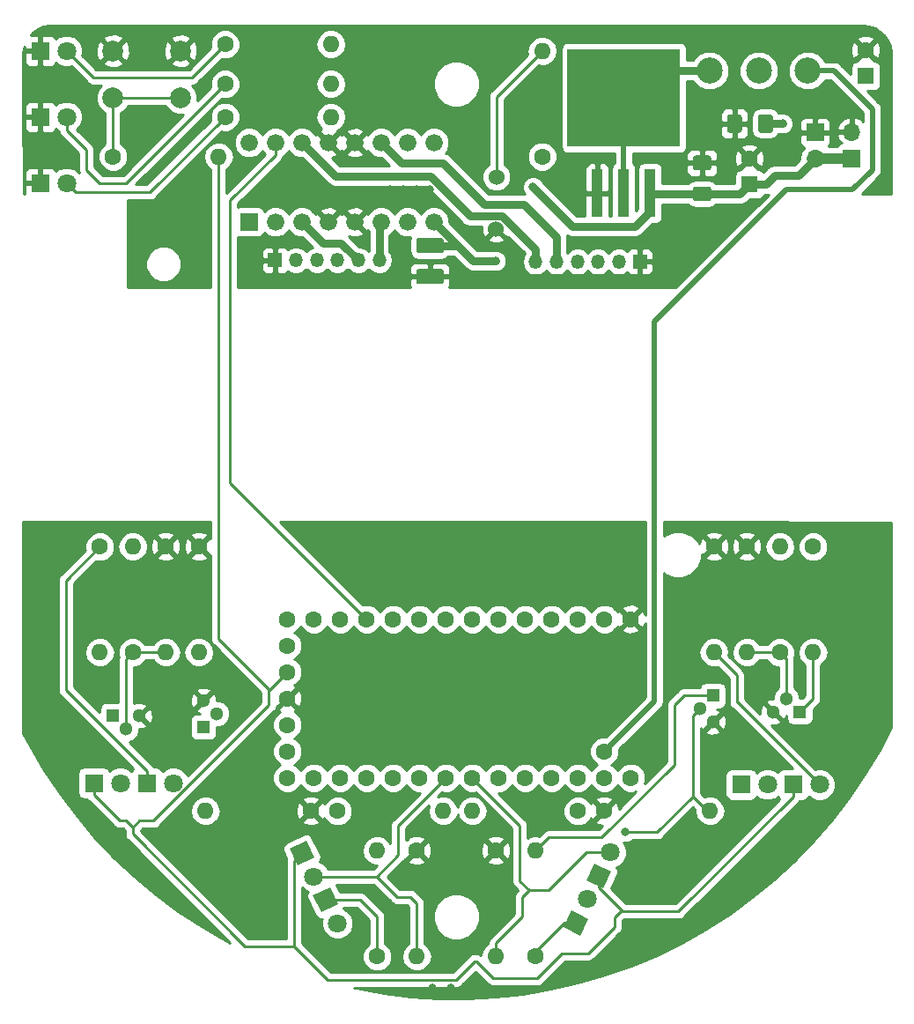
<source format=gbr>
G04 #@! TF.GenerationSoftware,KiCad,Pcbnew,(5.0.2)-1*
G04 #@! TF.CreationDate,2020-09-24T18:59:20-07:00*
G04 #@! TF.ProjectId,mouse_v2,6d6f7573-655f-4763-922e-6b696361645f,rev?*
G04 #@! TF.SameCoordinates,Original*
G04 #@! TF.FileFunction,Copper,L1,Top*
G04 #@! TF.FilePolarity,Positive*
%FSLAX46Y46*%
G04 Gerber Fmt 4.6, Leading zero omitted, Abs format (unit mm)*
G04 Created by KiCad (PCBNEW (5.0.2)-1) date 9/24/2020 6:59:20 PM*
%MOMM*%
%LPD*%
G01*
G04 APERTURE LIST*
G04 #@! TA.AperFunction,Conductor*
%ADD10C,0.100000*%
G04 #@! TD*
G04 #@! TA.AperFunction,SMDPad,CuDef*
%ADD11C,1.425000*%
G04 #@! TD*
G04 #@! TA.AperFunction,ComponentPad*
%ADD12C,1.600000*%
G04 #@! TD*
G04 #@! TA.AperFunction,ComponentPad*
%ADD13R,1.600000X1.600000*%
G04 #@! TD*
G04 #@! TA.AperFunction,ComponentPad*
%ADD14C,1.300000*%
G04 #@! TD*
G04 #@! TA.AperFunction,ComponentPad*
%ADD15R,1.300000X1.300000*%
G04 #@! TD*
G04 #@! TA.AperFunction,ComponentPad*
%ADD16C,2.500000*%
G04 #@! TD*
G04 #@! TA.AperFunction,ComponentPad*
%ADD17R,1.800000X1.800000*%
G04 #@! TD*
G04 #@! TA.AperFunction,ComponentPad*
%ADD18C,1.800000*%
G04 #@! TD*
G04 #@! TA.AperFunction,ComponentPad*
%ADD19O,1.600000X1.600000*%
G04 #@! TD*
G04 #@! TA.AperFunction,ComponentPad*
%ADD20C,1.524000*%
G04 #@! TD*
G04 #@! TA.AperFunction,ComponentPad*
%ADD21C,2.000000*%
G04 #@! TD*
G04 #@! TA.AperFunction,SMDPad,CuDef*
%ADD22R,1.100000X4.600000*%
G04 #@! TD*
G04 #@! TA.AperFunction,SMDPad,CuDef*
%ADD23R,10.800000X9.400000*%
G04 #@! TD*
G04 #@! TA.AperFunction,ComponentPad*
%ADD24R,1.700000X1.700000*%
G04 #@! TD*
G04 #@! TA.AperFunction,ComponentPad*
%ADD25O,1.700000X1.700000*%
G04 #@! TD*
G04 #@! TA.AperFunction,ComponentPad*
%ADD26R,1.676400X1.676400*%
G04 #@! TD*
G04 #@! TA.AperFunction,ComponentPad*
%ADD27C,1.676400*%
G04 #@! TD*
G04 #@! TA.AperFunction,ComponentPad*
%ADD28O,1.350000X1.350000*%
G04 #@! TD*
G04 #@! TA.AperFunction,ComponentPad*
%ADD29R,1.350000X1.350000*%
G04 #@! TD*
G04 #@! TA.AperFunction,ViaPad*
%ADD30C,0.800000*%
G04 #@! TD*
G04 #@! TA.AperFunction,ViaPad*
%ADD31C,1.600000*%
G04 #@! TD*
G04 #@! TA.AperFunction,Conductor*
%ADD32C,1.000000*%
G04 #@! TD*
G04 #@! TA.AperFunction,Conductor*
%ADD33C,0.750000*%
G04 #@! TD*
G04 #@! TA.AperFunction,Conductor*
%ADD34C,0.250000*%
G04 #@! TD*
G04 #@! TA.AperFunction,Conductor*
%ADD35C,0.130000*%
G04 #@! TD*
G04 #@! TA.AperFunction,Conductor*
%ADD36C,0.500000*%
G04 #@! TD*
G04 #@! TA.AperFunction,Conductor*
%ADD37C,3.000000*%
G04 #@! TD*
G04 #@! TA.AperFunction,Conductor*
%ADD38C,0.254000*%
G04 #@! TD*
G04 APERTURE END LIST*
D10*
G04 #@! TO.N,/5v*
G04 #@! TO.C,C2*
G36*
X190225004Y-63896204D02*
X190249273Y-63899804D01*
X190273071Y-63905765D01*
X190296171Y-63914030D01*
X190318349Y-63924520D01*
X190339393Y-63937133D01*
X190359098Y-63951747D01*
X190377277Y-63968223D01*
X190393753Y-63986402D01*
X190408367Y-64006107D01*
X190420980Y-64027151D01*
X190431470Y-64049329D01*
X190439735Y-64072429D01*
X190445696Y-64096227D01*
X190449296Y-64120496D01*
X190450500Y-64145000D01*
X190450500Y-65395000D01*
X190449296Y-65419504D01*
X190445696Y-65443773D01*
X190439735Y-65467571D01*
X190431470Y-65490671D01*
X190420980Y-65512849D01*
X190408367Y-65533893D01*
X190393753Y-65553598D01*
X190377277Y-65571777D01*
X190359098Y-65588253D01*
X190339393Y-65602867D01*
X190318349Y-65615480D01*
X190296171Y-65625970D01*
X190273071Y-65634235D01*
X190249273Y-65640196D01*
X190225004Y-65643796D01*
X190200500Y-65645000D01*
X189275500Y-65645000D01*
X189250996Y-65643796D01*
X189226727Y-65640196D01*
X189202929Y-65634235D01*
X189179829Y-65625970D01*
X189157651Y-65615480D01*
X189136607Y-65602867D01*
X189116902Y-65588253D01*
X189098723Y-65571777D01*
X189082247Y-65553598D01*
X189067633Y-65533893D01*
X189055020Y-65512849D01*
X189044530Y-65490671D01*
X189036265Y-65467571D01*
X189030304Y-65443773D01*
X189026704Y-65419504D01*
X189025500Y-65395000D01*
X189025500Y-64145000D01*
X189026704Y-64120496D01*
X189030304Y-64096227D01*
X189036265Y-64072429D01*
X189044530Y-64049329D01*
X189055020Y-64027151D01*
X189067633Y-64006107D01*
X189082247Y-63986402D01*
X189098723Y-63968223D01*
X189116902Y-63951747D01*
X189136607Y-63937133D01*
X189157651Y-63924520D01*
X189179829Y-63914030D01*
X189202929Y-63905765D01*
X189226727Y-63899804D01*
X189250996Y-63896204D01*
X189275500Y-63895000D01*
X190200500Y-63895000D01*
X190225004Y-63896204D01*
X190225004Y-63896204D01*
G37*
D11*
G04 #@! TD*
G04 #@! TO.P,C2,1*
G04 #@! TO.N,/5v*
X189738000Y-64770000D03*
D10*
G04 #@! TO.N,/GND*
G04 #@! TO.C,C2*
G36*
X187250004Y-63896204D02*
X187274273Y-63899804D01*
X187298071Y-63905765D01*
X187321171Y-63914030D01*
X187343349Y-63924520D01*
X187364393Y-63937133D01*
X187384098Y-63951747D01*
X187402277Y-63968223D01*
X187418753Y-63986402D01*
X187433367Y-64006107D01*
X187445980Y-64027151D01*
X187456470Y-64049329D01*
X187464735Y-64072429D01*
X187470696Y-64096227D01*
X187474296Y-64120496D01*
X187475500Y-64145000D01*
X187475500Y-65395000D01*
X187474296Y-65419504D01*
X187470696Y-65443773D01*
X187464735Y-65467571D01*
X187456470Y-65490671D01*
X187445980Y-65512849D01*
X187433367Y-65533893D01*
X187418753Y-65553598D01*
X187402277Y-65571777D01*
X187384098Y-65588253D01*
X187364393Y-65602867D01*
X187343349Y-65615480D01*
X187321171Y-65625970D01*
X187298071Y-65634235D01*
X187274273Y-65640196D01*
X187250004Y-65643796D01*
X187225500Y-65645000D01*
X186300500Y-65645000D01*
X186275996Y-65643796D01*
X186251727Y-65640196D01*
X186227929Y-65634235D01*
X186204829Y-65625970D01*
X186182651Y-65615480D01*
X186161607Y-65602867D01*
X186141902Y-65588253D01*
X186123723Y-65571777D01*
X186107247Y-65553598D01*
X186092633Y-65533893D01*
X186080020Y-65512849D01*
X186069530Y-65490671D01*
X186061265Y-65467571D01*
X186055304Y-65443773D01*
X186051704Y-65419504D01*
X186050500Y-65395000D01*
X186050500Y-64145000D01*
X186051704Y-64120496D01*
X186055304Y-64096227D01*
X186061265Y-64072429D01*
X186069530Y-64049329D01*
X186080020Y-64027151D01*
X186092633Y-64006107D01*
X186107247Y-63986402D01*
X186123723Y-63968223D01*
X186141902Y-63951747D01*
X186161607Y-63937133D01*
X186182651Y-63924520D01*
X186204829Y-63914030D01*
X186227929Y-63905765D01*
X186251727Y-63899804D01*
X186275996Y-63896204D01*
X186300500Y-63895000D01*
X187225500Y-63895000D01*
X187250004Y-63896204D01*
X187250004Y-63896204D01*
G37*
D11*
G04 #@! TD*
G04 #@! TO.P,C2,2*
G04 #@! TO.N,/GND*
X186763000Y-64770000D03*
D10*
G04 #@! TO.N,/vBatt*
G04 #@! TO.C,C4*
G36*
X158579504Y-75779204D02*
X158603773Y-75782804D01*
X158627571Y-75788765D01*
X158650671Y-75797030D01*
X158672849Y-75807520D01*
X158693893Y-75820133D01*
X158713598Y-75834747D01*
X158731777Y-75851223D01*
X158748253Y-75869402D01*
X158762867Y-75889107D01*
X158775480Y-75910151D01*
X158785970Y-75932329D01*
X158794235Y-75955429D01*
X158800196Y-75979227D01*
X158803796Y-76003496D01*
X158805000Y-76028000D01*
X158805000Y-76953000D01*
X158803796Y-76977504D01*
X158800196Y-77001773D01*
X158794235Y-77025571D01*
X158785970Y-77048671D01*
X158775480Y-77070849D01*
X158762867Y-77091893D01*
X158748253Y-77111598D01*
X158731777Y-77129777D01*
X158713598Y-77146253D01*
X158693893Y-77160867D01*
X158672849Y-77173480D01*
X158650671Y-77183970D01*
X158627571Y-77192235D01*
X158603773Y-77198196D01*
X158579504Y-77201796D01*
X158555000Y-77203000D01*
X156405000Y-77203000D01*
X156380496Y-77201796D01*
X156356227Y-77198196D01*
X156332429Y-77192235D01*
X156309329Y-77183970D01*
X156287151Y-77173480D01*
X156266107Y-77160867D01*
X156246402Y-77146253D01*
X156228223Y-77129777D01*
X156211747Y-77111598D01*
X156197133Y-77091893D01*
X156184520Y-77070849D01*
X156174030Y-77048671D01*
X156165765Y-77025571D01*
X156159804Y-77001773D01*
X156156204Y-76977504D01*
X156155000Y-76953000D01*
X156155000Y-76028000D01*
X156156204Y-76003496D01*
X156159804Y-75979227D01*
X156165765Y-75955429D01*
X156174030Y-75932329D01*
X156184520Y-75910151D01*
X156197133Y-75889107D01*
X156211747Y-75869402D01*
X156228223Y-75851223D01*
X156246402Y-75834747D01*
X156266107Y-75820133D01*
X156287151Y-75807520D01*
X156309329Y-75797030D01*
X156332429Y-75788765D01*
X156356227Y-75782804D01*
X156380496Y-75779204D01*
X156405000Y-75778000D01*
X158555000Y-75778000D01*
X158579504Y-75779204D01*
X158579504Y-75779204D01*
G37*
D11*
G04 #@! TD*
G04 #@! TO.P,C4,1*
G04 #@! TO.N,/vBatt*
X157480000Y-76490500D03*
D10*
G04 #@! TO.N,/GND*
G04 #@! TO.C,C4*
G36*
X158579504Y-78754204D02*
X158603773Y-78757804D01*
X158627571Y-78763765D01*
X158650671Y-78772030D01*
X158672849Y-78782520D01*
X158693893Y-78795133D01*
X158713598Y-78809747D01*
X158731777Y-78826223D01*
X158748253Y-78844402D01*
X158762867Y-78864107D01*
X158775480Y-78885151D01*
X158785970Y-78907329D01*
X158794235Y-78930429D01*
X158800196Y-78954227D01*
X158803796Y-78978496D01*
X158805000Y-79003000D01*
X158805000Y-79928000D01*
X158803796Y-79952504D01*
X158800196Y-79976773D01*
X158794235Y-80000571D01*
X158785970Y-80023671D01*
X158775480Y-80045849D01*
X158762867Y-80066893D01*
X158748253Y-80086598D01*
X158731777Y-80104777D01*
X158713598Y-80121253D01*
X158693893Y-80135867D01*
X158672849Y-80148480D01*
X158650671Y-80158970D01*
X158627571Y-80167235D01*
X158603773Y-80173196D01*
X158579504Y-80176796D01*
X158555000Y-80178000D01*
X156405000Y-80178000D01*
X156380496Y-80176796D01*
X156356227Y-80173196D01*
X156332429Y-80167235D01*
X156309329Y-80158970D01*
X156287151Y-80148480D01*
X156266107Y-80135867D01*
X156246402Y-80121253D01*
X156228223Y-80104777D01*
X156211747Y-80086598D01*
X156197133Y-80066893D01*
X156184520Y-80045849D01*
X156174030Y-80023671D01*
X156165765Y-80000571D01*
X156159804Y-79976773D01*
X156156204Y-79952504D01*
X156155000Y-79928000D01*
X156155000Y-79003000D01*
X156156204Y-78978496D01*
X156159804Y-78954227D01*
X156165765Y-78930429D01*
X156174030Y-78907329D01*
X156184520Y-78885151D01*
X156197133Y-78864107D01*
X156211747Y-78844402D01*
X156228223Y-78826223D01*
X156246402Y-78809747D01*
X156266107Y-78795133D01*
X156287151Y-78782520D01*
X156309329Y-78772030D01*
X156332429Y-78763765D01*
X156356227Y-78757804D01*
X156380496Y-78754204D01*
X156405000Y-78753000D01*
X158555000Y-78753000D01*
X158579504Y-78754204D01*
X158579504Y-78754204D01*
G37*
D11*
G04 #@! TD*
G04 #@! TO.P,C4,2*
G04 #@! TO.N,/GND*
X157480000Y-79465500D03*
D12*
G04 #@! TO.P,C1,2*
G04 #@! TO.N,/GND*
X188214000Y-68112000D03*
D13*
G04 #@! TO.P,C1,1*
G04 #@! TO.N,/vBatt*
X188214000Y-70612000D03*
G04 #@! TD*
G04 #@! TO.P,C3,1*
G04 #@! TO.N,/vBatt*
X199390000Y-60198000D03*
D12*
G04 #@! TO.P,C3,2*
G04 #@! TO.N,/GND*
X199390000Y-57698000D03*
G04 #@! TD*
D14*
G04 #@! TO.P,T0,3*
G04 #@! TO.N,/GND*
X190500000Y-121285000D03*
D15*
G04 #@! TO.P,T0,1*
G04 #@! TO.N,Net-(R5-Pad2)*
X193040000Y-121285000D03*
D14*
G04 #@! TO.P,T0,2*
G04 #@! TO.N,Net-(R13-Pad2)*
X191770000Y-120015000D03*
G04 #@! TD*
G04 #@! TO.P,T1,2*
G04 #@! TO.N,Net-(R10-Pad1)*
X183415940Y-120990360D03*
D15*
G04 #@! TO.P,T1,1*
G04 #@! TO.N,Net-(R6-Pad2)*
X184685940Y-119720360D03*
D14*
G04 #@! TO.P,T1,3*
G04 #@! TO.N,/GND*
X184685940Y-122260360D03*
G04 #@! TD*
G04 #@! TO.P,T2,3*
G04 #@! TO.N,/GND*
X129540000Y-121666000D03*
D15*
G04 #@! TO.P,T2,1*
G04 #@! TO.N,Net-(R7-Pad2)*
X127000000Y-121666000D03*
D14*
G04 #@! TO.P,T2,2*
G04 #@! TO.N,Net-(R11-Pad1)*
X128270000Y-122936000D03*
G04 #@! TD*
G04 #@! TO.P,T3,2*
G04 #@! TO.N,Net-(R12-Pad1)*
X136982200Y-121462800D03*
D15*
G04 #@! TO.P,T3,1*
G04 #@! TO.N,Net-(R8-Pad2)*
X135712200Y-122732800D03*
D14*
G04 #@! TO.P,T3,3*
G04 #@! TO.N,/GND*
X135712200Y-120192800D03*
G04 #@! TD*
D12*
G04 #@! TO.P,U1,17*
G04 #@! TO.N,/GND*
X143764000Y-120000000D03*
G04 #@! TO.P,U1,18*
G04 #@! TO.N,Net-(U1-Pad18)*
X143764000Y-122540000D03*
G04 #@! TO.P,U1,19*
G04 #@! TO.N,Net-(U1-Pad19)*
X143764000Y-125080000D03*
G04 #@! TO.P,U1,20*
G04 #@! TO.N,/Emitter_2*
X143764000Y-127620000D03*
G04 #@! TO.P,U1,16*
G04 #@! TO.N,/3.3v*
X143764000Y-117460000D03*
G04 #@! TO.P,U1,15*
G04 #@! TO.N,Net-(U1-Pad15)*
X143764000Y-114920000D03*
G04 #@! TO.P,U1,14*
G04 #@! TO.N,/M1_speed*
X143764000Y-112380000D03*
G04 #@! TO.P,U1,21*
G04 #@! TO.N,/Reciever_2*
X146304000Y-127620000D03*
G04 #@! TO.P,U1,22*
G04 #@! TO.N,/PUSH_SW*
X148844000Y-127620000D03*
G04 #@! TO.P,U1,23*
G04 #@! TO.N,/M1_encoder_B*
X151384000Y-127620000D03*
G04 #@! TO.P,U1,24*
G04 #@! TO.N,/M1_encoder_A*
X153924000Y-127620000D03*
G04 #@! TO.P,U1,25*
G04 #@! TO.N,/Emitter_3*
X156464000Y-127620000D03*
G04 #@! TO.P,U1,26*
G04 #@! TO.N,/Reciever_3*
X159004000Y-127620000D03*
G04 #@! TO.P,U1,27*
G04 #@! TO.N,/Reciever_1*
X161544000Y-127620000D03*
G04 #@! TO.P,U1,28*
G04 #@! TO.N,/Emitter_1*
X164084000Y-127620000D03*
G04 #@! TO.P,U1,29*
G04 #@! TO.N,/Emitter_0*
X166624000Y-127620000D03*
G04 #@! TO.P,U1,30*
G04 #@! TO.N,/Reciever_0*
X169164000Y-127620000D03*
G04 #@! TO.P,U1,31*
G04 #@! TO.N,Net-(U1-Pad31)*
X171704000Y-127620000D03*
G04 #@! TO.P,U1,32*
G04 #@! TO.N,Net-(U1-Pad32)*
X174244000Y-127620000D03*
G04 #@! TO.P,U1,33*
G04 #@! TO.N,/5v*
X176784000Y-127620000D03*
G04 #@! TO.P,U1,34*
G04 #@! TO.N,/VUSB*
X174244000Y-125080000D03*
G04 #@! TO.P,U1,13*
G04 #@! TO.N,/M1_forward*
X146304000Y-112380000D03*
G04 #@! TO.P,U1,12*
G04 #@! TO.N,Net-(U1-Pad12)*
X148844000Y-112380000D03*
G04 #@! TO.P,U1,11*
G04 #@! TO.N,/M2_backward*
X151384000Y-112380000D03*
G04 #@! TO.P,U1,10*
G04 #@! TO.N,/M1_backward*
X153924000Y-112380000D03*
G04 #@! TO.P,U1,9*
G04 #@! TO.N,/M2_forward*
X156464000Y-112380000D03*
G04 #@! TO.P,U1,8*
G04 #@! TO.N,/M2_speed*
X159004000Y-112380000D03*
G04 #@! TO.P,U1,7*
G04 #@! TO.N,/LED_1*
X161544000Y-112380000D03*
G04 #@! TO.P,U1,6*
G04 #@! TO.N,/LED_3*
X164084000Y-112380000D03*
G04 #@! TO.P,U1,5*
G04 #@! TO.N,/LED_2*
X166624000Y-112380000D03*
G04 #@! TO.P,U1,4*
G04 #@! TO.N,/Buzzer*
X169164000Y-112380000D03*
G04 #@! TO.P,U1,3*
G04 #@! TO.N,/M2_encoder_A*
X171704000Y-112380000D03*
G04 #@! TO.P,U1,2*
G04 #@! TO.N,/M2_encoder_B*
X174244000Y-112380000D03*
G04 #@! TO.P,U1,1*
G04 #@! TO.N,/GND*
X176784000Y-112380000D03*
G04 #@! TD*
D16*
G04 #@! TO.P,S1,1*
G04 #@! TO.N,Net-(C10-Pad1)*
X184354000Y-59690000D03*
G04 #@! TO.P,S1,2*
G04 #@! TO.N,/5v*
X189104000Y-59690000D03*
G04 #@! TO.P,S1,3*
G04 #@! TO.N,/VUSB*
X193804000Y-59690000D03*
G04 #@! TD*
D17*
G04 #@! TO.P,D4,1*
G04 #@! TO.N,/GND*
X120015000Y-70485000D03*
D18*
G04 #@! TO.P,D4,2*
G04 #@! TO.N,Net-(D4-Pad2)*
X122555000Y-70485000D03*
G04 #@! TD*
G04 #@! TO.P,D6,2*
G04 #@! TO.N,Net-(D6-Pad2)*
X122555000Y-64135000D03*
D17*
G04 #@! TO.P,D6,1*
G04 #@! TO.N,/GND*
X120015000Y-64135000D03*
G04 #@! TD*
G04 #@! TO.P,D5,1*
G04 #@! TO.N,/GND*
X120015000Y-57785000D03*
D18*
G04 #@! TO.P,D5,2*
G04 #@! TO.N,Net-(D5-Pad2)*
X122555000Y-57785000D03*
G04 #@! TD*
D19*
G04 #@! TO.P,R21,2*
G04 #@! TO.N,/LED_3*
X147955000Y-60960000D03*
D12*
G04 #@! TO.P,R21,1*
G04 #@! TO.N,Net-(D6-Pad2)*
X137795000Y-60960000D03*
G04 #@! TD*
G04 #@! TO.P,R20,1*
G04 #@! TO.N,Net-(D5-Pad2)*
X137795000Y-57150000D03*
D19*
G04 #@! TO.P,R20,2*
G04 #@! TO.N,/LED_2*
X147955000Y-57150000D03*
G04 #@! TD*
G04 #@! TO.P,R19,2*
G04 #@! TO.N,/LED_1*
X147955000Y-64135000D03*
D12*
G04 #@! TO.P,R19,1*
G04 #@! TO.N,Net-(D4-Pad2)*
X137795000Y-64135000D03*
G04 #@! TD*
G04 #@! TO.P,R18,1*
G04 #@! TO.N,/Buzzer*
X168275000Y-67945000D03*
D19*
G04 #@! TO.P,R18,2*
G04 #@! TO.N,Net-(BZ1-Pad1)*
X168275000Y-57785000D03*
G04 #@! TD*
D20*
G04 #@! TO.P,BZ1,2*
G04 #@! TO.N,/GND*
X163830000Y-74890000D03*
G04 #@! TO.P,BZ1,1*
G04 #@! TO.N,Net-(BZ1-Pad1)*
X163880000Y-69890000D03*
G04 #@! TD*
D10*
G04 #@! TO.N,/vBatt*
G04 #@! TO.C,C9*
G36*
X184291504Y-70812564D02*
X184315773Y-70816164D01*
X184339571Y-70822125D01*
X184362671Y-70830390D01*
X184384849Y-70840880D01*
X184405893Y-70853493D01*
X184425598Y-70868107D01*
X184443777Y-70884583D01*
X184460253Y-70902762D01*
X184474867Y-70922467D01*
X184487480Y-70943511D01*
X184497970Y-70965689D01*
X184506235Y-70988789D01*
X184512196Y-71012587D01*
X184515796Y-71036856D01*
X184517000Y-71061360D01*
X184517000Y-71986360D01*
X184515796Y-72010864D01*
X184512196Y-72035133D01*
X184506235Y-72058931D01*
X184497970Y-72082031D01*
X184487480Y-72104209D01*
X184474867Y-72125253D01*
X184460253Y-72144958D01*
X184443777Y-72163137D01*
X184425598Y-72179613D01*
X184405893Y-72194227D01*
X184384849Y-72206840D01*
X184362671Y-72217330D01*
X184339571Y-72225595D01*
X184315773Y-72231556D01*
X184291504Y-72235156D01*
X184267000Y-72236360D01*
X183017000Y-72236360D01*
X182992496Y-72235156D01*
X182968227Y-72231556D01*
X182944429Y-72225595D01*
X182921329Y-72217330D01*
X182899151Y-72206840D01*
X182878107Y-72194227D01*
X182858402Y-72179613D01*
X182840223Y-72163137D01*
X182823747Y-72144958D01*
X182809133Y-72125253D01*
X182796520Y-72104209D01*
X182786030Y-72082031D01*
X182777765Y-72058931D01*
X182771804Y-72035133D01*
X182768204Y-72010864D01*
X182767000Y-71986360D01*
X182767000Y-71061360D01*
X182768204Y-71036856D01*
X182771804Y-71012587D01*
X182777765Y-70988789D01*
X182786030Y-70965689D01*
X182796520Y-70943511D01*
X182809133Y-70922467D01*
X182823747Y-70902762D01*
X182840223Y-70884583D01*
X182858402Y-70868107D01*
X182878107Y-70853493D01*
X182899151Y-70840880D01*
X182921329Y-70830390D01*
X182944429Y-70822125D01*
X182968227Y-70816164D01*
X182992496Y-70812564D01*
X183017000Y-70811360D01*
X184267000Y-70811360D01*
X184291504Y-70812564D01*
X184291504Y-70812564D01*
G37*
D11*
G04 #@! TD*
G04 #@! TO.P,C9,1*
G04 #@! TO.N,/vBatt*
X183642000Y-71523860D03*
D10*
G04 #@! TO.N,/GND*
G04 #@! TO.C,C9*
G36*
X184291504Y-67837564D02*
X184315773Y-67841164D01*
X184339571Y-67847125D01*
X184362671Y-67855390D01*
X184384849Y-67865880D01*
X184405893Y-67878493D01*
X184425598Y-67893107D01*
X184443777Y-67909583D01*
X184460253Y-67927762D01*
X184474867Y-67947467D01*
X184487480Y-67968511D01*
X184497970Y-67990689D01*
X184506235Y-68013789D01*
X184512196Y-68037587D01*
X184515796Y-68061856D01*
X184517000Y-68086360D01*
X184517000Y-69011360D01*
X184515796Y-69035864D01*
X184512196Y-69060133D01*
X184506235Y-69083931D01*
X184497970Y-69107031D01*
X184487480Y-69129209D01*
X184474867Y-69150253D01*
X184460253Y-69169958D01*
X184443777Y-69188137D01*
X184425598Y-69204613D01*
X184405893Y-69219227D01*
X184384849Y-69231840D01*
X184362671Y-69242330D01*
X184339571Y-69250595D01*
X184315773Y-69256556D01*
X184291504Y-69260156D01*
X184267000Y-69261360D01*
X183017000Y-69261360D01*
X182992496Y-69260156D01*
X182968227Y-69256556D01*
X182944429Y-69250595D01*
X182921329Y-69242330D01*
X182899151Y-69231840D01*
X182878107Y-69219227D01*
X182858402Y-69204613D01*
X182840223Y-69188137D01*
X182823747Y-69169958D01*
X182809133Y-69150253D01*
X182796520Y-69129209D01*
X182786030Y-69107031D01*
X182777765Y-69083931D01*
X182771804Y-69060133D01*
X182768204Y-69035864D01*
X182767000Y-69011360D01*
X182767000Y-68086360D01*
X182768204Y-68061856D01*
X182771804Y-68037587D01*
X182777765Y-68013789D01*
X182786030Y-67990689D01*
X182796520Y-67968511D01*
X182809133Y-67947467D01*
X182823747Y-67927762D01*
X182840223Y-67909583D01*
X182858402Y-67893107D01*
X182878107Y-67878493D01*
X182899151Y-67865880D01*
X182921329Y-67855390D01*
X182944429Y-67847125D01*
X182968227Y-67841164D01*
X182992496Y-67837564D01*
X183017000Y-67836360D01*
X184267000Y-67836360D01*
X184291504Y-67837564D01*
X184291504Y-67837564D01*
G37*
D11*
G04 #@! TD*
G04 #@! TO.P,C9,2*
G04 #@! TO.N,/GND*
X183642000Y-68548860D03*
D21*
G04 #@! TO.P,S2,2*
G04 #@! TO.N,/PUSH_SW*
X127000000Y-62285000D03*
G04 #@! TO.P,S2,1*
G04 #@! TO.N,/GND*
X127000000Y-57785000D03*
G04 #@! TO.P,S2,2*
G04 #@! TO.N,/PUSH_SW*
X133500000Y-62285000D03*
G04 #@! TO.P,S2,1*
G04 #@! TO.N,/GND*
X133500000Y-57785000D03*
G04 #@! TD*
D22*
G04 #@! TO.P,U3,1*
G04 #@! TO.N,/GND*
X173575980Y-71441620D03*
G04 #@! TO.P,U3,2*
G04 #@! TO.N,Net-(C10-Pad1)*
X176115980Y-71441620D03*
G04 #@! TO.P,U3,3*
G04 #@! TO.N,/vBatt*
X178655980Y-71441620D03*
D23*
G04 #@! TO.P,U3,2*
G04 #@! TO.N,Net-(C10-Pad1)*
X176115980Y-62291620D03*
G04 #@! TD*
D12*
G04 #@! TO.P,R11,1*
G04 #@! TO.N,Net-(R11-Pad1)*
X128905000Y-115570000D03*
D19*
G04 #@! TO.P,R11,2*
G04 #@! TO.N,/Emitter_2*
X128905000Y-105410000D03*
G04 #@! TD*
G04 #@! TO.P,R4,2*
G04 #@! TO.N,/Reciever_3*
X156210000Y-144780000D03*
D12*
G04 #@! TO.P,R4,1*
G04 #@! TO.N,/GND*
X156210000Y-134620000D03*
G04 #@! TD*
G04 #@! TO.P,R1,1*
G04 #@! TO.N,/GND*
X184785000Y-105410000D03*
D19*
G04 #@! TO.P,R1,2*
G04 #@! TO.N,/Reciever_0*
X184785000Y-115570000D03*
G04 #@! TD*
G04 #@! TO.P,R3,2*
G04 #@! TO.N,/Reciever_2*
X135255000Y-115570000D03*
D12*
G04 #@! TO.P,R3,1*
G04 #@! TO.N,/GND*
X135255000Y-105410000D03*
G04 #@! TD*
G04 #@! TO.P,R17,1*
G04 #@! TO.N,/PUSH_SW*
X127000000Y-67945000D03*
D19*
G04 #@! TO.P,R17,2*
G04 #@! TO.N,/3.3v*
X137160000Y-67945000D03*
G04 #@! TD*
G04 #@! TO.P,R16,2*
G04 #@! TO.N,Net-(R12-Pad1)*
X135890000Y-130810000D03*
D12*
G04 #@! TO.P,R16,1*
G04 #@! TO.N,/GND*
X146050000Y-130810000D03*
G04 #@! TD*
G04 #@! TO.P,R2,1*
G04 #@! TO.N,/GND*
X163830000Y-134620000D03*
D19*
G04 #@! TO.P,R2,2*
G04 #@! TO.N,/Reciever_1*
X163830000Y-144780000D03*
G04 #@! TD*
G04 #@! TO.P,R15,2*
G04 #@! TO.N,Net-(R11-Pad1)*
X132080000Y-115570000D03*
D12*
G04 #@! TO.P,R15,1*
G04 #@! TO.N,/GND*
X132080000Y-105410000D03*
G04 #@! TD*
G04 #@! TO.P,R14,1*
G04 #@! TO.N,/GND*
X174244000Y-130810000D03*
D19*
G04 #@! TO.P,R14,2*
G04 #@! TO.N,Net-(R10-Pad1)*
X184404000Y-130810000D03*
G04 #@! TD*
G04 #@! TO.P,R10,2*
G04 #@! TO.N,/Emitter_1*
X161544000Y-130810000D03*
D12*
G04 #@! TO.P,R10,1*
G04 #@! TO.N,Net-(R10-Pad1)*
X171704000Y-130810000D03*
G04 #@! TD*
G04 #@! TO.P,R9,1*
G04 #@! TO.N,Net-(R13-Pad2)*
X191135000Y-115570000D03*
D19*
G04 #@! TO.P,R9,2*
G04 #@! TO.N,/Emitter_0*
X191135000Y-105410000D03*
G04 #@! TD*
G04 #@! TO.P,R8,2*
G04 #@! TO.N,Net-(R8-Pad2)*
X152400000Y-134620000D03*
D12*
G04 #@! TO.P,R8,1*
G04 #@! TO.N,Net-(D3-Pad1)*
X152400000Y-144780000D03*
G04 #@! TD*
G04 #@! TO.P,R7,1*
G04 #@! TO.N,Net-(D2-Pad1)*
X125730000Y-105410000D03*
D19*
G04 #@! TO.P,R7,2*
G04 #@! TO.N,Net-(R7-Pad2)*
X125730000Y-115570000D03*
G04 #@! TD*
G04 #@! TO.P,R6,2*
G04 #@! TO.N,Net-(R6-Pad2)*
X167640000Y-134620000D03*
D12*
G04 #@! TO.P,R6,1*
G04 #@! TO.N,Net-(D1-Pad1)*
X167640000Y-144780000D03*
G04 #@! TD*
G04 #@! TO.P,R5,1*
G04 #@! TO.N,Net-(D0-Pad1)*
X194310000Y-105410000D03*
D19*
G04 #@! TO.P,R5,2*
G04 #@! TO.N,Net-(R5-Pad2)*
X194310000Y-115570000D03*
G04 #@! TD*
G04 #@! TO.P,R13,2*
G04 #@! TO.N,Net-(R13-Pad2)*
X187960000Y-115570000D03*
D12*
G04 #@! TO.P,R13,1*
G04 #@! TO.N,/GND*
X187960000Y-105410000D03*
G04 #@! TD*
G04 #@! TO.P,R12,1*
G04 #@! TO.N,Net-(R12-Pad1)*
X148590000Y-130810000D03*
D19*
G04 #@! TO.P,R12,2*
G04 #@! TO.N,/Emitter_3*
X158750000Y-130810000D03*
G04 #@! TD*
D17*
G04 #@! TO.P,Q2,1*
G04 #@! TO.N,/3.3v*
X125160529Y-128125605D03*
D18*
G04 #@! TO.P,Q2,2*
G04 #@! TO.N,/Reciever_2*
X127700529Y-128125605D03*
G04 #@! TD*
G04 #@! TO.P,D0,2*
G04 #@! TO.N,/5v*
X189936120Y-128270000D03*
D17*
G04 #@! TO.P,D0,1*
G04 #@! TO.N,Net-(D0-Pad1)*
X187396120Y-128270000D03*
G04 #@! TD*
D18*
G04 #@! TO.P,Q1,2*
G04 #@! TO.N,/Reciever_1*
X174856642Y-134785267D03*
G04 #@! TO.P,Q1,1*
G04 #@! TO.N,/3.3v*
X173723300Y-137058400D03*
D10*
G04 #@! TD*
G04 #@! TO.N,/3.3v*
G04 #@! TO.C,Q1*
G36*
X174127163Y-138265419D02*
X172516281Y-137462263D01*
X173319437Y-135851381D01*
X174930319Y-136654537D01*
X174127163Y-138265419D01*
X174127163Y-138265419D01*
G37*
D24*
G04 #@! TO.P,BT1,1*
G04 #@! TO.N,/vBatt*
X198038720Y-68102480D03*
D25*
G04 #@! TO.P,BT1,2*
G04 #@! TO.N,/GND*
X198038720Y-65562480D03*
G04 #@! TD*
D18*
G04 #@! TO.P,D1,1*
G04 #@! TO.N,Net-(D1-Pad1)*
X171500800Y-141566900D03*
D10*
G04 #@! TD*
G04 #@! TO.N,Net-(D1-Pad1)*
G04 #@! TO.C,D1*
G36*
X171904663Y-142773919D02*
X170293781Y-141970763D01*
X171096937Y-140359881D01*
X172707819Y-141163037D01*
X171904663Y-142773919D01*
X171904663Y-142773919D01*
G37*
D18*
G04 #@! TO.P,D1,2*
G04 #@! TO.N,/5v*
X172634142Y-139293767D03*
G04 #@! TD*
G04 #@! TO.P,D2,2*
G04 #@! TO.N,/5v*
X132808980Y-128132840D03*
D17*
G04 #@! TO.P,D2,1*
G04 #@! TO.N,Net-(D2-Pad1)*
X130268980Y-128132840D03*
G04 #@! TD*
D18*
G04 #@! TO.P,D3,1*
G04 #@! TO.N,Net-(D3-Pad1)*
X147447000Y-139344400D03*
D10*
G04 #@! TD*
G04 #@! TO.N,Net-(D3-Pad1)*
G04 #@! TO.C,D3*
G36*
X146239981Y-138940537D02*
X147850863Y-138137381D01*
X148654019Y-139748263D01*
X147043137Y-140551419D01*
X146239981Y-138940537D01*
X146239981Y-138940537D01*
G37*
D18*
G04 #@! TO.P,D3,2*
G04 #@! TO.N,/5v*
X148580342Y-141617533D03*
G04 #@! TD*
D17*
G04 #@! TO.P,Q0,1*
G04 #@! TO.N,/3.3v*
X192409297Y-128285645D03*
D18*
G04 #@! TO.P,Q0,2*
G04 #@! TO.N,/Reciever_0*
X194949297Y-128285645D03*
G04 #@! TD*
G04 #@! TO.P,Q3,2*
G04 #@! TO.N,/Reciever_3*
X146304000Y-137121900D03*
G04 #@! TO.P,Q3,1*
G04 #@! TO.N,/3.3v*
X145170658Y-134848767D03*
D10*
G04 #@! TD*
G04 #@! TO.N,/3.3v*
G04 #@! TO.C,Q3*
G36*
X143963639Y-134444904D02*
X145574521Y-133641748D01*
X146377677Y-135252630D01*
X144766795Y-136055786D01*
X143963639Y-134444904D01*
X143963639Y-134444904D01*
G37*
D26*
G04 #@! TO.P,U2,1*
G04 #@! TO.N,/M1_speed*
X140098780Y-74213720D03*
D27*
G04 #@! TO.P,U2,2*
G04 #@! TO.N,/M1_forward*
X142638780Y-74213720D03*
G04 #@! TO.P,U2,3*
G04 #@! TO.N,/OUT1*
X145178780Y-74213720D03*
G04 #@! TO.P,U2,4*
G04 #@! TO.N,/GND*
X147718780Y-74213720D03*
G04 #@! TO.P,U2,5*
X150258780Y-74213720D03*
G04 #@! TO.P,U2,6*
G04 #@! TO.N,/OUT2*
X152798780Y-74213720D03*
G04 #@! TO.P,U2,7*
G04 #@! TO.N,/M1_backward*
X155338780Y-74213720D03*
G04 #@! TO.P,U2,8*
G04 #@! TO.N,/vBatt*
X157878780Y-74213720D03*
G04 #@! TO.P,U2,9*
G04 #@! TO.N,/M2_speed*
X157878780Y-66593720D03*
G04 #@! TO.P,U2,10*
G04 #@! TO.N,/M2_forward*
X155338780Y-66593720D03*
G04 #@! TO.P,U2,11*
G04 #@! TO.N,/OUT3*
X152798780Y-66593720D03*
G04 #@! TO.P,U2,12*
G04 #@! TO.N,/GND*
X150258780Y-66593720D03*
G04 #@! TO.P,U2,13*
X147718780Y-66593720D03*
G04 #@! TO.P,U2,14*
G04 #@! TO.N,/OUT4*
X145178780Y-66593720D03*
G04 #@! TO.P,U2,15*
G04 #@! TO.N,/M2_backward*
X142638780Y-66593720D03*
G04 #@! TO.P,U2,16*
G04 #@! TO.N,/5v*
X140098780Y-66593720D03*
G04 #@! TD*
D24*
G04 #@! TO.P,J4,1*
G04 #@! TO.N,/GND*
X194533520Y-65613280D03*
D25*
G04 #@! TO.P,J4,2*
G04 #@! TO.N,/vBatt*
X194533520Y-68153280D03*
G04 #@! TD*
D28*
G04 #@! TO.P,U4,6*
G04 #@! TO.N,/OUT4*
X167655240Y-78038960D03*
G04 #@! TO.P,U4,5*
G04 #@! TO.N,/OUT3*
X169655240Y-78038960D03*
G04 #@! TO.P,U4,4*
G04 #@! TO.N,/5v*
X171655240Y-78038960D03*
G04 #@! TO.P,U4,3*
G04 #@! TO.N,/M2_encoder_A*
X173655240Y-78038960D03*
G04 #@! TO.P,U4,2*
G04 #@! TO.N,/M2_encoder_B*
X175655240Y-78038960D03*
D29*
G04 #@! TO.P,U4,1*
G04 #@! TO.N,/GND*
X177655240Y-78038960D03*
G04 #@! TD*
G04 #@! TO.P,U5,1*
G04 #@! TO.N,/GND*
X142595600Y-77901800D03*
D28*
G04 #@! TO.P,U5,2*
G04 #@! TO.N,/M1_encoder_B*
X144595600Y-77901800D03*
G04 #@! TO.P,U5,3*
G04 #@! TO.N,/M1_encoder_A*
X146595600Y-77901800D03*
G04 #@! TO.P,U5,4*
G04 #@! TO.N,/5v*
X148595600Y-77901800D03*
G04 #@! TO.P,U5,5*
G04 #@! TO.N,/OUT1*
X150595600Y-77901800D03*
G04 #@! TO.P,U5,6*
G04 #@! TO.N,/OUT2*
X152595600Y-77901800D03*
G04 #@! TD*
D30*
G04 #@! TO.N,/vBatt*
X167386000Y-70866000D03*
X163830000Y-77978000D03*
G04 #@! TO.N,/GND*
X184150000Y-62865000D03*
X185420000Y-62230000D03*
X185420000Y-63500000D03*
X122555000Y-106045000D03*
X122555000Y-104775000D03*
X121285000Y-105410000D03*
X123825000Y-105410000D03*
X121285000Y-106680000D03*
X135255000Y-79375000D03*
X135255000Y-78105000D03*
X157480000Y-71120000D03*
X167005000Y-80010000D03*
X168275000Y-80010000D03*
X169545000Y-80010000D03*
X156210000Y-71120000D03*
X154940000Y-71120000D03*
X153670000Y-71120000D03*
X133985000Y-78105000D03*
X133985000Y-79375000D03*
X162560000Y-147828000D03*
X161036000Y-147828000D03*
X159512000Y-147828000D03*
X157734000Y-147828000D03*
X195834000Y-119380000D03*
X196850000Y-118364000D03*
X197104000Y-119634000D03*
X198120000Y-118618000D03*
X196088000Y-120650000D03*
X186690000Y-61722000D03*
X185420000Y-66802000D03*
G04 #@! TO.N,/5v*
X191390000Y-64770000D03*
G04 #@! TO.N,Net-(R10-Pad1)*
X176276000Y-132842000D03*
D31*
G04 #@! TO.N,Net-(C10-Pad1)*
X180581300Y-65727580D03*
X173763940Y-59631580D03*
X175983900Y-59662060D03*
X178076860Y-59758580D03*
X173575980Y-62390020D03*
X178013360Y-62291620D03*
X176115980Y-62291620D03*
G04 #@! TD*
D32*
G04 #@! TO.N,/vBatt*
X197987920Y-68153280D02*
X198038720Y-68102480D01*
X194584320Y-68102480D02*
X194533520Y-68153280D01*
X198038720Y-68102480D02*
X194584320Y-68102480D01*
D33*
X194533520Y-68153280D02*
X192940940Y-69745860D01*
X189764000Y-70612000D02*
X188214000Y-70612000D01*
X190630140Y-69745860D02*
X189764000Y-70612000D01*
X192940940Y-69745860D02*
X190630140Y-69745860D01*
X187302140Y-71523860D02*
X188214000Y-70612000D01*
X183642000Y-71523860D02*
X187302140Y-71523860D01*
X178738220Y-71523860D02*
X178655980Y-71441620D01*
X183642000Y-71523860D02*
X178738220Y-71523860D01*
X178655980Y-73191620D02*
X177171600Y-74676000D01*
X178655980Y-71441620D02*
X178655980Y-73191620D01*
X177171600Y-74676000D02*
X171196000Y-74676000D01*
X171196000Y-74676000D02*
X167386000Y-70866000D01*
X163830000Y-77978000D02*
X161643060Y-77978000D01*
X157878780Y-76091720D02*
X157480000Y-76490500D01*
X160082560Y-76490500D02*
X160119060Y-76454000D01*
X157480000Y-76490500D02*
X160082560Y-76490500D01*
X161643060Y-77978000D02*
X160119060Y-76454000D01*
X160119060Y-76454000D02*
X157878780Y-74213720D01*
D34*
G04 #@! TO.N,/3.3v*
X173723300Y-137058400D02*
X173723300Y-138164060D01*
X144428874Y-135590551D02*
X145170658Y-134848767D01*
X144428874Y-143831974D02*
X144428874Y-135590551D01*
X192409297Y-128285645D02*
X192420645Y-128285645D01*
D35*
X144428874Y-143831974D02*
X144428874Y-143252854D01*
D34*
X125160529Y-129275605D02*
X125160529Y-128125605D01*
X144428874Y-143831974D02*
X139716898Y-143831974D01*
X192409297Y-129435645D02*
X192409297Y-128285645D01*
X181372782Y-140472160D02*
X192409297Y-129435645D01*
X174978060Y-139418060D02*
X176032160Y-140472160D01*
X174977300Y-139418060D02*
X174978060Y-139418060D01*
X176032160Y-140472160D02*
X181372782Y-140472160D01*
X174977300Y-139418060D02*
X175201580Y-139642340D01*
X173723300Y-138164060D02*
X174977300Y-139418060D01*
X127635000Y-131750076D02*
X125160529Y-129275605D01*
X139716898Y-143831974D02*
X128905000Y-133020076D01*
X128905000Y-132385076D02*
X129540000Y-131750076D01*
X128905000Y-133020076D02*
X128905000Y-132385076D01*
X129540000Y-131750076D02*
X130901146Y-131750076D01*
X128905000Y-132385076D02*
X128270000Y-131750076D01*
X127635000Y-131750076D02*
X128270000Y-131750076D01*
X137160000Y-113030000D02*
X137160000Y-67945000D01*
X175793400Y-140472160D02*
X176032160Y-140472160D01*
X175201580Y-141970760D02*
X175201580Y-141063980D01*
X172681900Y-144490440D02*
X175201580Y-141970760D01*
X167774620Y-146895820D02*
X170180000Y-144490440D01*
X175201580Y-141063980D02*
X175793400Y-140472160D01*
X144428874Y-143831974D02*
X147619720Y-147022820D01*
X147619720Y-147022820D02*
X160009840Y-147022820D01*
X170180000Y-144490440D02*
X172681900Y-144490440D01*
X160009840Y-147022820D02*
X161792920Y-145239740D01*
X161792920Y-145239740D02*
X161925000Y-145239740D01*
X161925000Y-145239740D02*
X163581080Y-146895820D01*
X163581080Y-146895820D02*
X167774620Y-146895820D01*
X130901146Y-131750076D02*
X141986000Y-120665222D01*
X141986000Y-119238000D02*
X141986000Y-119888000D01*
X143764000Y-117460000D02*
X141986000Y-119238000D01*
X141986000Y-119126000D02*
X141986000Y-119888000D01*
X141986000Y-119888000D02*
X141986000Y-120665222D01*
X141986000Y-119126000D02*
X137160000Y-114300000D01*
X137160000Y-114300000D02*
X137160000Y-113030000D01*
G04 #@! TO.N,/Reciever_0*
X194949297Y-128285645D02*
X186994800Y-120331148D01*
X186994800Y-117779800D02*
X184785000Y-115570000D01*
X186994800Y-120331148D02*
X186994800Y-117779800D01*
X186994800Y-120331148D02*
X186994800Y-120345200D01*
G04 #@! TO.N,/Reciever_1*
X163830000Y-144780000D02*
X163830000Y-143510000D01*
X163830000Y-143510000D02*
X166370000Y-140970000D01*
X166370000Y-140970000D02*
X166370000Y-139065000D01*
X172554733Y-134785267D02*
X174856642Y-134785267D01*
X168910000Y-138430000D02*
X172554733Y-134785267D01*
X167005000Y-138430000D02*
X168910000Y-138430000D01*
X166370000Y-139065000D02*
X167005000Y-138430000D01*
X161544000Y-127620000D02*
X166116000Y-132192000D01*
X166116000Y-137541000D02*
X167005000Y-138430000D01*
X166116000Y-132192000D02*
X166116000Y-137541000D01*
G04 #@! TO.N,/Reciever_3*
X156210000Y-144780000D02*
X156210000Y-139700000D01*
X152361900Y-137121900D02*
X146304000Y-137121900D01*
X154305000Y-139065000D02*
X155575000Y-139065000D01*
X154305000Y-139065000D02*
X152361900Y-137121900D01*
X155575000Y-139065000D02*
X156210000Y-139700000D01*
X159004000Y-127620000D02*
X154432000Y-132192000D01*
X154432000Y-135051800D02*
X152361900Y-137121900D01*
X154432000Y-132192000D02*
X154432000Y-135051800D01*
D33*
G04 #@! TO.N,/5v*
X189738000Y-64770000D02*
X191390000Y-64770000D01*
G04 #@! TO.N,/OUT1*
X147187920Y-76222860D02*
X148916660Y-76222860D01*
X145178780Y-74213720D02*
X147187920Y-76222860D01*
X148916660Y-76222860D02*
X150595600Y-77901800D01*
G04 #@! TO.N,/OUT2*
X152595600Y-74416900D02*
X152798780Y-74213720D01*
X152595600Y-77901800D02*
X152595600Y-74416900D01*
G04 #@! TO.N,/OUT3*
X169655240Y-75675240D02*
X169655240Y-78038960D01*
X166515001Y-72535001D02*
X169655240Y-75675240D01*
X162705001Y-72535001D02*
X166515001Y-72535001D01*
X158750000Y-68580000D02*
X162705001Y-72535001D01*
X152798780Y-66593720D02*
X154785060Y-68580000D01*
X154785060Y-68580000D02*
X158750000Y-68580000D01*
D36*
G04 #@! TO.N,/OUT4*
X167655240Y-77025078D02*
X167655240Y-78038960D01*
D33*
X145178780Y-66593720D02*
X148424900Y-69839840D01*
X161359402Y-73660000D02*
X162006280Y-73660000D01*
X157539242Y-69839840D02*
X161359402Y-73660000D01*
X148424900Y-69839840D02*
X157539242Y-69839840D01*
X167655240Y-76840078D02*
X167655240Y-77025078D01*
X164438161Y-73622999D02*
X167655240Y-76840078D01*
X162043281Y-73622999D02*
X164438161Y-73622999D01*
X162006280Y-73660000D02*
X162043281Y-73622999D01*
X167655240Y-76840078D02*
X167655240Y-78038960D01*
D34*
G04 #@! TO.N,/M2_backward*
X142638780Y-67779113D02*
X138281893Y-72136000D01*
X142638780Y-66593720D02*
X142638780Y-67779113D01*
X138281893Y-99277893D02*
X151384000Y-112380000D01*
X138281893Y-72136000D02*
X138281893Y-99277893D01*
G04 #@! TO.N,/M2_encoder_B*
X175895000Y-78278720D02*
X175655240Y-78038960D01*
G04 #@! TO.N,/PUSH_SW*
X133500000Y-62285000D02*
X127000000Y-62285000D01*
X127000000Y-67945000D02*
X127000000Y-62285000D01*
G04 #@! TO.N,Net-(D0-Pad1)*
X194786900Y-105410000D02*
X194310000Y-105410000D01*
G04 #@! TO.N,Net-(D1-Pad1)*
X171500800Y-141020800D02*
X171500800Y-141566900D01*
X167640000Y-144322040D02*
X167640000Y-144780000D01*
X170395140Y-141566900D02*
X167640000Y-144322040D01*
X171500800Y-141566900D02*
X170395140Y-141566900D01*
G04 #@! TO.N,Net-(D2-Pad1)*
X130268980Y-126982840D02*
X122476260Y-119190120D01*
X130268980Y-128132840D02*
X130268980Y-126982840D01*
X122476260Y-108663740D02*
X125730000Y-105410000D01*
X122476260Y-119190120D02*
X122476260Y-108663740D01*
G04 #@! TO.N,Net-(D3-Pad1)*
X148011820Y-138779580D02*
X147447000Y-139344400D01*
X152400000Y-144780000D02*
X152400000Y-140970000D01*
X150774400Y-139344400D02*
X147447000Y-139344400D01*
X152400000Y-140970000D02*
X150774400Y-139344400D01*
G04 #@! TO.N,Net-(R5-Pad2)*
X194310000Y-120015000D02*
X194310000Y-115570000D01*
X193040000Y-121285000D02*
X194310000Y-120015000D01*
G04 #@! TO.N,Net-(R6-Pad2)*
X181904640Y-119720360D02*
X184685940Y-119720360D01*
X180975000Y-120650000D02*
X181904640Y-119720360D01*
X180975000Y-126365000D02*
X180975000Y-120650000D01*
X173990000Y-133350000D02*
X180975000Y-126365000D01*
X167640000Y-134620000D02*
X168910000Y-133350000D01*
X168910000Y-133350000D02*
X173990000Y-133350000D01*
G04 #@! TO.N,Net-(R13-Pad2)*
X191770000Y-116205000D02*
X191135000Y-115570000D01*
X191770000Y-120015000D02*
X191770000Y-116205000D01*
X187960000Y-115570000D02*
X191135000Y-115570000D01*
G04 #@! TO.N,Net-(R10-Pad1)*
X182765941Y-129425941D02*
X184150000Y-130810000D01*
X183415940Y-120990360D02*
X182765941Y-121640359D01*
X182765941Y-127635000D02*
X182765941Y-127749059D01*
X182765941Y-127635000D02*
X182765941Y-129425941D01*
X182765941Y-121640359D02*
X182765941Y-127635000D01*
X182765941Y-129425941D02*
X182740059Y-129425941D01*
X182740059Y-129425941D02*
X179324000Y-132842000D01*
X179324000Y-132842000D02*
X176276000Y-132842000D01*
G04 #@! TO.N,Net-(R11-Pad1)*
X128270000Y-116205000D02*
X128905000Y-115570000D01*
X128270000Y-123190000D02*
X128270000Y-116205000D01*
X128905000Y-115570000D02*
X132080000Y-115570000D01*
D37*
G04 #@! TO.N,Net-(C10-Pad1)*
X178013360Y-62291620D02*
X179684020Y-62291620D01*
D36*
X176115980Y-71441620D02*
X176115980Y-62291620D01*
X178013360Y-62291620D02*
X176115980Y-62291620D01*
X180614980Y-59690000D02*
X178013360Y-62291620D01*
X181147720Y-66294000D02*
X180581300Y-65727580D01*
D33*
X178717600Y-59690000D02*
X176115980Y-62291620D01*
X184354000Y-59690000D02*
X178717600Y-59690000D01*
D36*
G04 #@! TO.N,/VUSB*
X196342000Y-59690000D02*
X193804000Y-59690000D01*
X200025000Y-63373000D02*
X196342000Y-59690000D01*
X179070000Y-120254000D02*
X179070000Y-83820000D01*
X179070000Y-83820000D02*
X191770000Y-71120000D01*
X174244000Y-125080000D02*
X179070000Y-120254000D01*
X191770000Y-71120000D02*
X198120000Y-71120000D01*
X198120000Y-71120000D02*
X200025000Y-69215000D01*
X200025000Y-69215000D02*
X200025000Y-63373000D01*
D34*
G04 #@! TO.N,Net-(D4-Pad2)*
X130545001Y-71384999D02*
X137795000Y-64135000D01*
X123454999Y-71384999D02*
X130545001Y-71384999D01*
X122555000Y-70485000D02*
X123454999Y-71384999D01*
G04 #@! TO.N,Net-(D5-Pad2)*
X122555000Y-57785000D02*
X125095000Y-60325000D01*
X134620000Y-60325000D02*
X137795000Y-57150000D01*
X125095000Y-60325000D02*
X134620000Y-60325000D01*
G04 #@! TO.N,Net-(D6-Pad2)*
X122555000Y-65407792D02*
X124460000Y-67312792D01*
X122555000Y-64135000D02*
X122555000Y-65407792D01*
X124460000Y-67312792D02*
X124460000Y-69215000D01*
X124460000Y-69215000D02*
X125730000Y-70485000D01*
X128270000Y-70485000D02*
X137795000Y-60960000D01*
X125730000Y-70485000D02*
X128270000Y-70485000D01*
G04 #@! TO.N,Net-(BZ1-Pad1)*
X163880000Y-62180000D02*
X168275000Y-57785000D01*
X163880000Y-69890000D02*
X163880000Y-62180000D01*
G04 #@! TD*
D38*
G04 #@! TO.N,/GND*
G36*
X191950172Y-103081605D02*
X192157274Y-103122800D01*
X192157275Y-103122800D01*
X192227200Y-103136709D01*
X192297126Y-103122800D01*
X201852750Y-103122800D01*
X201860734Y-122706291D01*
X200687549Y-124951481D01*
X199307983Y-127257611D01*
X197797962Y-129480494D01*
X196162491Y-131612762D01*
X194406987Y-133647355D01*
X192537279Y-135577514D01*
X190559561Y-137396848D01*
X188480388Y-139099324D01*
X186306664Y-140679290D01*
X184045595Y-142131508D01*
X181704687Y-143451158D01*
X179291697Y-144633866D01*
X176814611Y-145675720D01*
X174281673Y-146573250D01*
X171701267Y-147323485D01*
X169081951Y-147923939D01*
X166432411Y-148372619D01*
X163761446Y-148668036D01*
X161077887Y-148809212D01*
X158390674Y-148795678D01*
X155708685Y-148627479D01*
X153040821Y-148305173D01*
X150395942Y-147829829D01*
X150199963Y-147782820D01*
X159934993Y-147782820D01*
X160009840Y-147797708D01*
X160084687Y-147782820D01*
X160084692Y-147782820D01*
X160306377Y-147738724D01*
X160557769Y-147570749D01*
X160600171Y-147507290D01*
X161858960Y-146248502D01*
X162990751Y-147380293D01*
X163033151Y-147443749D01*
X163096607Y-147486149D01*
X163284542Y-147611724D01*
X163332685Y-147621300D01*
X163506228Y-147655820D01*
X163506232Y-147655820D01*
X163581080Y-147670708D01*
X163655928Y-147655820D01*
X167699773Y-147655820D01*
X167774620Y-147670708D01*
X167849467Y-147655820D01*
X167849472Y-147655820D01*
X168071157Y-147611724D01*
X168322549Y-147443749D01*
X168364951Y-147380290D01*
X170494802Y-145250440D01*
X172607053Y-145250440D01*
X172681900Y-145265328D01*
X172756747Y-145250440D01*
X172756752Y-145250440D01*
X172978437Y-145206344D01*
X173229829Y-145038369D01*
X173272231Y-144974910D01*
X175686053Y-142561089D01*
X175749509Y-142518689D01*
X175917484Y-142267297D01*
X175961580Y-142045612D01*
X175961580Y-142045608D01*
X175976468Y-141970760D01*
X175961580Y-141895912D01*
X175961580Y-141378781D01*
X176108202Y-141232160D01*
X181297935Y-141232160D01*
X181372782Y-141247048D01*
X181447629Y-141232160D01*
X181447634Y-141232160D01*
X181669319Y-141188064D01*
X181920711Y-141020089D01*
X181963113Y-140956630D01*
X192893770Y-130025974D01*
X192957226Y-129983574D01*
X193057780Y-129833085D01*
X193309297Y-129833085D01*
X193557062Y-129783802D01*
X193767106Y-129643454D01*
X193907454Y-129433410D01*
X193910572Y-129417737D01*
X194079790Y-129586955D01*
X194643967Y-129820645D01*
X195254627Y-129820645D01*
X195818804Y-129586955D01*
X196250607Y-129155152D01*
X196484297Y-128590975D01*
X196484297Y-127980315D01*
X196250607Y-127416138D01*
X195818804Y-126984335D01*
X195254627Y-126750645D01*
X194643967Y-126750645D01*
X194534459Y-126796005D01*
X190320966Y-122582513D01*
X190829428Y-122553083D01*
X191163729Y-122414611D01*
X191219410Y-122184016D01*
X190500000Y-121464605D01*
X190485858Y-121478748D01*
X190306252Y-121299142D01*
X190320395Y-121285000D01*
X189600984Y-120565590D01*
X189370389Y-120621271D01*
X189202378Y-121104078D01*
X189224485Y-121486032D01*
X187754800Y-120016347D01*
X187754800Y-117854646D01*
X187769688Y-117779799D01*
X187754800Y-117704952D01*
X187754800Y-117704948D01*
X187710704Y-117483263D01*
X187542729Y-117231871D01*
X187479273Y-117189471D01*
X186183688Y-115893886D01*
X186248113Y-115570000D01*
X186496887Y-115570000D01*
X186608260Y-116129909D01*
X186925423Y-116604577D01*
X187400091Y-116921740D01*
X187818667Y-117005000D01*
X188101333Y-117005000D01*
X188519909Y-116921740D01*
X188994577Y-116604577D01*
X189178043Y-116330000D01*
X189896570Y-116330000D01*
X189918466Y-116382862D01*
X190322138Y-116786534D01*
X190849561Y-117005000D01*
X191010001Y-117005000D01*
X191010000Y-118957735D01*
X190680629Y-119287106D01*
X190485000Y-119759398D01*
X190485000Y-119998718D01*
X190170572Y-120016917D01*
X189836271Y-120155389D01*
X189780590Y-120385984D01*
X190500000Y-121105395D01*
X190514143Y-121091253D01*
X190693748Y-121270858D01*
X190679605Y-121285000D01*
X191399016Y-122004410D01*
X191629611Y-121948729D01*
X191742560Y-121624152D01*
X191742560Y-121935000D01*
X191791843Y-122182765D01*
X191932191Y-122392809D01*
X192142235Y-122533157D01*
X192390000Y-122582440D01*
X193690000Y-122582440D01*
X193937765Y-122533157D01*
X194147809Y-122392809D01*
X194288157Y-122182765D01*
X194337440Y-121935000D01*
X194337440Y-121062362D01*
X194794473Y-120605329D01*
X194857929Y-120562929D01*
X195025904Y-120311537D01*
X195070000Y-120089852D01*
X195070000Y-120089848D01*
X195084888Y-120015001D01*
X195070000Y-119940154D01*
X195070000Y-116788043D01*
X195344577Y-116604577D01*
X195661740Y-116129909D01*
X195773113Y-115570000D01*
X195661740Y-115010091D01*
X195344577Y-114535423D01*
X194869909Y-114218260D01*
X194451333Y-114135000D01*
X194168667Y-114135000D01*
X193750091Y-114218260D01*
X193275423Y-114535423D01*
X192958260Y-115010091D01*
X192846887Y-115570000D01*
X192958260Y-116129909D01*
X193275423Y-116604577D01*
X193550001Y-116788044D01*
X193550000Y-119700198D01*
X193262638Y-119987560D01*
X193055000Y-119987560D01*
X193055000Y-119759398D01*
X192859371Y-119287106D01*
X192530000Y-118957735D01*
X192530000Y-116279848D01*
X192544888Y-116205000D01*
X192530000Y-116130152D01*
X192530000Y-116130148D01*
X192506061Y-116009800D01*
X192570000Y-115855439D01*
X192570000Y-115284561D01*
X192351534Y-114757138D01*
X191947862Y-114353466D01*
X191420439Y-114135000D01*
X190849561Y-114135000D01*
X190322138Y-114353466D01*
X189918466Y-114757138D01*
X189896570Y-114810000D01*
X189178043Y-114810000D01*
X188994577Y-114535423D01*
X188519909Y-114218260D01*
X188101333Y-114135000D01*
X187818667Y-114135000D01*
X187400091Y-114218260D01*
X186925423Y-114535423D01*
X186608260Y-115010091D01*
X186496887Y-115570000D01*
X186248113Y-115570000D01*
X186136740Y-115010091D01*
X185819577Y-114535423D01*
X185344909Y-114218260D01*
X184926333Y-114135000D01*
X184643667Y-114135000D01*
X184225091Y-114218260D01*
X183750423Y-114535423D01*
X183433260Y-115010091D01*
X183321887Y-115570000D01*
X183433260Y-116129909D01*
X183750423Y-116604577D01*
X184225091Y-116921740D01*
X184643667Y-117005000D01*
X184926333Y-117005000D01*
X185108886Y-116968688D01*
X186234801Y-118094603D01*
X186234800Y-120256296D01*
X186234800Y-120256301D01*
X186219912Y-120331148D01*
X186234800Y-120405995D01*
X186234800Y-120420052D01*
X186278896Y-120641737D01*
X186446871Y-120893129D01*
X186552677Y-120963826D01*
X192327055Y-126738205D01*
X191509297Y-126738205D01*
X191261532Y-126787488D01*
X191051488Y-126927836D01*
X190936646Y-127099709D01*
X190805627Y-126968690D01*
X190241450Y-126735000D01*
X189630790Y-126735000D01*
X189066613Y-126968690D01*
X188897395Y-127137908D01*
X188894277Y-127122235D01*
X188753929Y-126912191D01*
X188543885Y-126771843D01*
X188296120Y-126722560D01*
X186496120Y-126722560D01*
X186248355Y-126771843D01*
X186038311Y-126912191D01*
X185897963Y-127122235D01*
X185848680Y-127370000D01*
X185848680Y-129170000D01*
X185897963Y-129417765D01*
X186038311Y-129627809D01*
X186248355Y-129768157D01*
X186496120Y-129817440D01*
X188296120Y-129817440D01*
X188543885Y-129768157D01*
X188753929Y-129627809D01*
X188894277Y-129417765D01*
X188897395Y-129402092D01*
X189066613Y-129571310D01*
X189630790Y-129805000D01*
X190241450Y-129805000D01*
X190805627Y-129571310D01*
X190924112Y-129452825D01*
X191051488Y-129643454D01*
X191096566Y-129673574D01*
X181057981Y-139712160D01*
X176346962Y-139712160D01*
X175568391Y-138933590D01*
X175525989Y-138870131D01*
X175460242Y-138826200D01*
X174866864Y-138232823D01*
X175509735Y-136943423D01*
X175576182Y-136699700D01*
X175544302Y-136449101D01*
X175418948Y-136229778D01*
X175405524Y-136219384D01*
X175726149Y-136086577D01*
X176157952Y-135654774D01*
X176391642Y-135090597D01*
X176391642Y-134479937D01*
X176157952Y-133915760D01*
X176119192Y-133877000D01*
X176481874Y-133877000D01*
X176862280Y-133719431D01*
X176979711Y-133602000D01*
X179249153Y-133602000D01*
X179324000Y-133616888D01*
X179398847Y-133602000D01*
X179398852Y-133602000D01*
X179620537Y-133557904D01*
X179871929Y-133389929D01*
X179914331Y-133326470D01*
X182753000Y-130487802D01*
X182963171Y-130697972D01*
X182940887Y-130810000D01*
X183052260Y-131369909D01*
X183369423Y-131844577D01*
X183844091Y-132161740D01*
X184262667Y-132245000D01*
X184545333Y-132245000D01*
X184963909Y-132161740D01*
X185438577Y-131844577D01*
X185755740Y-131369909D01*
X185867113Y-130810000D01*
X185755740Y-130250091D01*
X185438577Y-129775423D01*
X184963909Y-129458260D01*
X184545333Y-129375000D01*
X184262667Y-129375000D01*
X183868255Y-129453453D01*
X183525941Y-129111140D01*
X183525941Y-123159376D01*
X183966530Y-123159376D01*
X184022211Y-123389971D01*
X184505018Y-123557982D01*
X185015368Y-123528443D01*
X185349669Y-123389971D01*
X185405350Y-123159376D01*
X184685940Y-122439965D01*
X183966530Y-123159376D01*
X183525941Y-123159376D01*
X183525941Y-122850726D01*
X183556329Y-122924089D01*
X183786924Y-122979770D01*
X184506335Y-122260360D01*
X184865545Y-122260360D01*
X185584956Y-122979770D01*
X185815551Y-122924089D01*
X185983562Y-122441282D01*
X185954023Y-121930932D01*
X185815551Y-121596631D01*
X185584956Y-121540950D01*
X184865545Y-122260360D01*
X184506335Y-122260360D01*
X184492193Y-122246218D01*
X184671798Y-122066613D01*
X184685940Y-122080755D01*
X185405350Y-121361344D01*
X185349669Y-121130749D01*
X185025092Y-121017800D01*
X185335940Y-121017800D01*
X185583705Y-120968517D01*
X185793749Y-120828169D01*
X185934097Y-120618125D01*
X185983380Y-120370360D01*
X185983380Y-119070360D01*
X185934097Y-118822595D01*
X185793749Y-118612551D01*
X185583705Y-118472203D01*
X185335940Y-118422920D01*
X184035940Y-118422920D01*
X183788175Y-118472203D01*
X183578131Y-118612551D01*
X183437783Y-118822595D01*
X183410380Y-118960360D01*
X181979486Y-118960360D01*
X181904639Y-118945472D01*
X181829792Y-118960360D01*
X181829788Y-118960360D01*
X181608103Y-119004456D01*
X181608101Y-119004457D01*
X181608102Y-119004457D01*
X181420166Y-119130031D01*
X181420164Y-119130033D01*
X181356711Y-119172431D01*
X181314313Y-119235885D01*
X180490527Y-120059671D01*
X180427072Y-120102071D01*
X180384672Y-120165527D01*
X180384671Y-120165528D01*
X180259097Y-120353463D01*
X180200112Y-120650000D01*
X180215001Y-120724852D01*
X180215000Y-126050198D01*
X178119468Y-128145730D01*
X178219000Y-127905439D01*
X178219000Y-127334561D01*
X178000534Y-126807138D01*
X177596862Y-126403466D01*
X177069439Y-126185000D01*
X176498561Y-126185000D01*
X175971138Y-126403466D01*
X175567466Y-126807138D01*
X175514000Y-126936216D01*
X175460534Y-126807138D01*
X175056862Y-126403466D01*
X174927784Y-126350000D01*
X175056862Y-126296534D01*
X175460534Y-125892862D01*
X175679000Y-125365439D01*
X175679000Y-124896578D01*
X179634156Y-120941423D01*
X179708049Y-120892049D01*
X179776311Y-120789889D01*
X179903652Y-120599310D01*
X179910359Y-120565590D01*
X179955000Y-120341165D01*
X179955000Y-120341161D01*
X179972337Y-120254000D01*
X179955000Y-120166839D01*
X179955000Y-107931767D01*
X180089974Y-108066741D01*
X180911431Y-108407000D01*
X181800569Y-108407000D01*
X182622026Y-108066741D01*
X183250741Y-107438026D01*
X183591000Y-106616569D01*
X183591000Y-106417745D01*
X183956861Y-106417745D01*
X184030995Y-106663864D01*
X184568223Y-106856965D01*
X185138454Y-106829778D01*
X185539005Y-106663864D01*
X185613139Y-106417745D01*
X187131861Y-106417745D01*
X187205995Y-106663864D01*
X187743223Y-106856965D01*
X188313454Y-106829778D01*
X188714005Y-106663864D01*
X188788139Y-106417745D01*
X187960000Y-105589605D01*
X187131861Y-106417745D01*
X185613139Y-106417745D01*
X184785000Y-105589605D01*
X183956861Y-106417745D01*
X183591000Y-106417745D01*
X183591000Y-106182037D01*
X183777255Y-106238139D01*
X184605395Y-105410000D01*
X184964605Y-105410000D01*
X185792745Y-106238139D01*
X186038864Y-106164005D01*
X186231965Y-105626777D01*
X186211295Y-105193223D01*
X186513035Y-105193223D01*
X186540222Y-105763454D01*
X186706136Y-106164005D01*
X186952255Y-106238139D01*
X187780395Y-105410000D01*
X188139605Y-105410000D01*
X188967745Y-106238139D01*
X189213864Y-106164005D01*
X189406965Y-105626777D01*
X189396630Y-105410000D01*
X189671887Y-105410000D01*
X189783260Y-105969909D01*
X190100423Y-106444577D01*
X190575091Y-106761740D01*
X190993667Y-106845000D01*
X191276333Y-106845000D01*
X191694909Y-106761740D01*
X192169577Y-106444577D01*
X192486740Y-105969909D01*
X192598113Y-105410000D01*
X192541336Y-105124561D01*
X192875000Y-105124561D01*
X192875000Y-105695439D01*
X193093466Y-106222862D01*
X193497138Y-106626534D01*
X194024561Y-106845000D01*
X194595439Y-106845000D01*
X195122862Y-106626534D01*
X195526534Y-106222862D01*
X195745000Y-105695439D01*
X195745000Y-105124561D01*
X195526534Y-104597138D01*
X195122862Y-104193466D01*
X194595439Y-103975000D01*
X194024561Y-103975000D01*
X193497138Y-104193466D01*
X193093466Y-104597138D01*
X192875000Y-105124561D01*
X192541336Y-105124561D01*
X192486740Y-104850091D01*
X192169577Y-104375423D01*
X191694909Y-104058260D01*
X191276333Y-103975000D01*
X190993667Y-103975000D01*
X190575091Y-104058260D01*
X190100423Y-104375423D01*
X189783260Y-104850091D01*
X189671887Y-105410000D01*
X189396630Y-105410000D01*
X189379778Y-105056546D01*
X189213864Y-104655995D01*
X188967745Y-104581861D01*
X188139605Y-105410000D01*
X187780395Y-105410000D01*
X186952255Y-104581861D01*
X186706136Y-104655995D01*
X186513035Y-105193223D01*
X186211295Y-105193223D01*
X186204778Y-105056546D01*
X186038864Y-104655995D01*
X185792745Y-104581861D01*
X184964605Y-105410000D01*
X184605395Y-105410000D01*
X183777255Y-104581861D01*
X183531136Y-104655995D01*
X183352758Y-105152263D01*
X183250741Y-104905974D01*
X182747022Y-104402255D01*
X183956861Y-104402255D01*
X184785000Y-105230395D01*
X185613139Y-104402255D01*
X187131861Y-104402255D01*
X187960000Y-105230395D01*
X188788139Y-104402255D01*
X188714005Y-104156136D01*
X188176777Y-103963035D01*
X187606546Y-103990222D01*
X187205995Y-104156136D01*
X187131861Y-104402255D01*
X185613139Y-104402255D01*
X185539005Y-104156136D01*
X185001777Y-103963035D01*
X184431546Y-103990222D01*
X184030995Y-104156136D01*
X183956861Y-104402255D01*
X182747022Y-104402255D01*
X182622026Y-104277259D01*
X181800569Y-103937000D01*
X180911431Y-103937000D01*
X180089974Y-104277259D01*
X179955000Y-104412233D01*
X179955000Y-102997000D01*
X191823552Y-102997000D01*
X191950172Y-103081605D01*
X191950172Y-103081605D01*
G37*
X191950172Y-103081605D02*
X192157274Y-103122800D01*
X192157275Y-103122800D01*
X192227200Y-103136709D01*
X192297126Y-103122800D01*
X201852750Y-103122800D01*
X201860734Y-122706291D01*
X200687549Y-124951481D01*
X199307983Y-127257611D01*
X197797962Y-129480494D01*
X196162491Y-131612762D01*
X194406987Y-133647355D01*
X192537279Y-135577514D01*
X190559561Y-137396848D01*
X188480388Y-139099324D01*
X186306664Y-140679290D01*
X184045595Y-142131508D01*
X181704687Y-143451158D01*
X179291697Y-144633866D01*
X176814611Y-145675720D01*
X174281673Y-146573250D01*
X171701267Y-147323485D01*
X169081951Y-147923939D01*
X166432411Y-148372619D01*
X163761446Y-148668036D01*
X161077887Y-148809212D01*
X158390674Y-148795678D01*
X155708685Y-148627479D01*
X153040821Y-148305173D01*
X150395942Y-147829829D01*
X150199963Y-147782820D01*
X159934993Y-147782820D01*
X160009840Y-147797708D01*
X160084687Y-147782820D01*
X160084692Y-147782820D01*
X160306377Y-147738724D01*
X160557769Y-147570749D01*
X160600171Y-147507290D01*
X161858960Y-146248502D01*
X162990751Y-147380293D01*
X163033151Y-147443749D01*
X163096607Y-147486149D01*
X163284542Y-147611724D01*
X163332685Y-147621300D01*
X163506228Y-147655820D01*
X163506232Y-147655820D01*
X163581080Y-147670708D01*
X163655928Y-147655820D01*
X167699773Y-147655820D01*
X167774620Y-147670708D01*
X167849467Y-147655820D01*
X167849472Y-147655820D01*
X168071157Y-147611724D01*
X168322549Y-147443749D01*
X168364951Y-147380290D01*
X170494802Y-145250440D01*
X172607053Y-145250440D01*
X172681900Y-145265328D01*
X172756747Y-145250440D01*
X172756752Y-145250440D01*
X172978437Y-145206344D01*
X173229829Y-145038369D01*
X173272231Y-144974910D01*
X175686053Y-142561089D01*
X175749509Y-142518689D01*
X175917484Y-142267297D01*
X175961580Y-142045612D01*
X175961580Y-142045608D01*
X175976468Y-141970760D01*
X175961580Y-141895912D01*
X175961580Y-141378781D01*
X176108202Y-141232160D01*
X181297935Y-141232160D01*
X181372782Y-141247048D01*
X181447629Y-141232160D01*
X181447634Y-141232160D01*
X181669319Y-141188064D01*
X181920711Y-141020089D01*
X181963113Y-140956630D01*
X192893770Y-130025974D01*
X192957226Y-129983574D01*
X193057780Y-129833085D01*
X193309297Y-129833085D01*
X193557062Y-129783802D01*
X193767106Y-129643454D01*
X193907454Y-129433410D01*
X193910572Y-129417737D01*
X194079790Y-129586955D01*
X194643967Y-129820645D01*
X195254627Y-129820645D01*
X195818804Y-129586955D01*
X196250607Y-129155152D01*
X196484297Y-128590975D01*
X196484297Y-127980315D01*
X196250607Y-127416138D01*
X195818804Y-126984335D01*
X195254627Y-126750645D01*
X194643967Y-126750645D01*
X194534459Y-126796005D01*
X190320966Y-122582513D01*
X190829428Y-122553083D01*
X191163729Y-122414611D01*
X191219410Y-122184016D01*
X190500000Y-121464605D01*
X190485858Y-121478748D01*
X190306252Y-121299142D01*
X190320395Y-121285000D01*
X189600984Y-120565590D01*
X189370389Y-120621271D01*
X189202378Y-121104078D01*
X189224485Y-121486032D01*
X187754800Y-120016347D01*
X187754800Y-117854646D01*
X187769688Y-117779799D01*
X187754800Y-117704952D01*
X187754800Y-117704948D01*
X187710704Y-117483263D01*
X187542729Y-117231871D01*
X187479273Y-117189471D01*
X186183688Y-115893886D01*
X186248113Y-115570000D01*
X186496887Y-115570000D01*
X186608260Y-116129909D01*
X186925423Y-116604577D01*
X187400091Y-116921740D01*
X187818667Y-117005000D01*
X188101333Y-117005000D01*
X188519909Y-116921740D01*
X188994577Y-116604577D01*
X189178043Y-116330000D01*
X189896570Y-116330000D01*
X189918466Y-116382862D01*
X190322138Y-116786534D01*
X190849561Y-117005000D01*
X191010001Y-117005000D01*
X191010000Y-118957735D01*
X190680629Y-119287106D01*
X190485000Y-119759398D01*
X190485000Y-119998718D01*
X190170572Y-120016917D01*
X189836271Y-120155389D01*
X189780590Y-120385984D01*
X190500000Y-121105395D01*
X190514143Y-121091253D01*
X190693748Y-121270858D01*
X190679605Y-121285000D01*
X191399016Y-122004410D01*
X191629611Y-121948729D01*
X191742560Y-121624152D01*
X191742560Y-121935000D01*
X191791843Y-122182765D01*
X191932191Y-122392809D01*
X192142235Y-122533157D01*
X192390000Y-122582440D01*
X193690000Y-122582440D01*
X193937765Y-122533157D01*
X194147809Y-122392809D01*
X194288157Y-122182765D01*
X194337440Y-121935000D01*
X194337440Y-121062362D01*
X194794473Y-120605329D01*
X194857929Y-120562929D01*
X195025904Y-120311537D01*
X195070000Y-120089852D01*
X195070000Y-120089848D01*
X195084888Y-120015001D01*
X195070000Y-119940154D01*
X195070000Y-116788043D01*
X195344577Y-116604577D01*
X195661740Y-116129909D01*
X195773113Y-115570000D01*
X195661740Y-115010091D01*
X195344577Y-114535423D01*
X194869909Y-114218260D01*
X194451333Y-114135000D01*
X194168667Y-114135000D01*
X193750091Y-114218260D01*
X193275423Y-114535423D01*
X192958260Y-115010091D01*
X192846887Y-115570000D01*
X192958260Y-116129909D01*
X193275423Y-116604577D01*
X193550001Y-116788044D01*
X193550000Y-119700198D01*
X193262638Y-119987560D01*
X193055000Y-119987560D01*
X193055000Y-119759398D01*
X192859371Y-119287106D01*
X192530000Y-118957735D01*
X192530000Y-116279848D01*
X192544888Y-116205000D01*
X192530000Y-116130152D01*
X192530000Y-116130148D01*
X192506061Y-116009800D01*
X192570000Y-115855439D01*
X192570000Y-115284561D01*
X192351534Y-114757138D01*
X191947862Y-114353466D01*
X191420439Y-114135000D01*
X190849561Y-114135000D01*
X190322138Y-114353466D01*
X189918466Y-114757138D01*
X189896570Y-114810000D01*
X189178043Y-114810000D01*
X188994577Y-114535423D01*
X188519909Y-114218260D01*
X188101333Y-114135000D01*
X187818667Y-114135000D01*
X187400091Y-114218260D01*
X186925423Y-114535423D01*
X186608260Y-115010091D01*
X186496887Y-115570000D01*
X186248113Y-115570000D01*
X186136740Y-115010091D01*
X185819577Y-114535423D01*
X185344909Y-114218260D01*
X184926333Y-114135000D01*
X184643667Y-114135000D01*
X184225091Y-114218260D01*
X183750423Y-114535423D01*
X183433260Y-115010091D01*
X183321887Y-115570000D01*
X183433260Y-116129909D01*
X183750423Y-116604577D01*
X184225091Y-116921740D01*
X184643667Y-117005000D01*
X184926333Y-117005000D01*
X185108886Y-116968688D01*
X186234801Y-118094603D01*
X186234800Y-120256296D01*
X186234800Y-120256301D01*
X186219912Y-120331148D01*
X186234800Y-120405995D01*
X186234800Y-120420052D01*
X186278896Y-120641737D01*
X186446871Y-120893129D01*
X186552677Y-120963826D01*
X192327055Y-126738205D01*
X191509297Y-126738205D01*
X191261532Y-126787488D01*
X191051488Y-126927836D01*
X190936646Y-127099709D01*
X190805627Y-126968690D01*
X190241450Y-126735000D01*
X189630790Y-126735000D01*
X189066613Y-126968690D01*
X188897395Y-127137908D01*
X188894277Y-127122235D01*
X188753929Y-126912191D01*
X188543885Y-126771843D01*
X188296120Y-126722560D01*
X186496120Y-126722560D01*
X186248355Y-126771843D01*
X186038311Y-126912191D01*
X185897963Y-127122235D01*
X185848680Y-127370000D01*
X185848680Y-129170000D01*
X185897963Y-129417765D01*
X186038311Y-129627809D01*
X186248355Y-129768157D01*
X186496120Y-129817440D01*
X188296120Y-129817440D01*
X188543885Y-129768157D01*
X188753929Y-129627809D01*
X188894277Y-129417765D01*
X188897395Y-129402092D01*
X189066613Y-129571310D01*
X189630790Y-129805000D01*
X190241450Y-129805000D01*
X190805627Y-129571310D01*
X190924112Y-129452825D01*
X191051488Y-129643454D01*
X191096566Y-129673574D01*
X181057981Y-139712160D01*
X176346962Y-139712160D01*
X175568391Y-138933590D01*
X175525989Y-138870131D01*
X175460242Y-138826200D01*
X174866864Y-138232823D01*
X175509735Y-136943423D01*
X175576182Y-136699700D01*
X175544302Y-136449101D01*
X175418948Y-136229778D01*
X175405524Y-136219384D01*
X175726149Y-136086577D01*
X176157952Y-135654774D01*
X176391642Y-135090597D01*
X176391642Y-134479937D01*
X176157952Y-133915760D01*
X176119192Y-133877000D01*
X176481874Y-133877000D01*
X176862280Y-133719431D01*
X176979711Y-133602000D01*
X179249153Y-133602000D01*
X179324000Y-133616888D01*
X179398847Y-133602000D01*
X179398852Y-133602000D01*
X179620537Y-133557904D01*
X179871929Y-133389929D01*
X179914331Y-133326470D01*
X182753000Y-130487802D01*
X182963171Y-130697972D01*
X182940887Y-130810000D01*
X183052260Y-131369909D01*
X183369423Y-131844577D01*
X183844091Y-132161740D01*
X184262667Y-132245000D01*
X184545333Y-132245000D01*
X184963909Y-132161740D01*
X185438577Y-131844577D01*
X185755740Y-131369909D01*
X185867113Y-130810000D01*
X185755740Y-130250091D01*
X185438577Y-129775423D01*
X184963909Y-129458260D01*
X184545333Y-129375000D01*
X184262667Y-129375000D01*
X183868255Y-129453453D01*
X183525941Y-129111140D01*
X183525941Y-123159376D01*
X183966530Y-123159376D01*
X184022211Y-123389971D01*
X184505018Y-123557982D01*
X185015368Y-123528443D01*
X185349669Y-123389971D01*
X185405350Y-123159376D01*
X184685940Y-122439965D01*
X183966530Y-123159376D01*
X183525941Y-123159376D01*
X183525941Y-122850726D01*
X183556329Y-122924089D01*
X183786924Y-122979770D01*
X184506335Y-122260360D01*
X184865545Y-122260360D01*
X185584956Y-122979770D01*
X185815551Y-122924089D01*
X185983562Y-122441282D01*
X185954023Y-121930932D01*
X185815551Y-121596631D01*
X185584956Y-121540950D01*
X184865545Y-122260360D01*
X184506335Y-122260360D01*
X184492193Y-122246218D01*
X184671798Y-122066613D01*
X184685940Y-122080755D01*
X185405350Y-121361344D01*
X185349669Y-121130749D01*
X185025092Y-121017800D01*
X185335940Y-121017800D01*
X185583705Y-120968517D01*
X185793749Y-120828169D01*
X185934097Y-120618125D01*
X185983380Y-120370360D01*
X185983380Y-119070360D01*
X185934097Y-118822595D01*
X185793749Y-118612551D01*
X185583705Y-118472203D01*
X185335940Y-118422920D01*
X184035940Y-118422920D01*
X183788175Y-118472203D01*
X183578131Y-118612551D01*
X183437783Y-118822595D01*
X183410380Y-118960360D01*
X181979486Y-118960360D01*
X181904639Y-118945472D01*
X181829792Y-118960360D01*
X181829788Y-118960360D01*
X181608103Y-119004456D01*
X181608101Y-119004457D01*
X181608102Y-119004457D01*
X181420166Y-119130031D01*
X181420164Y-119130033D01*
X181356711Y-119172431D01*
X181314313Y-119235885D01*
X180490527Y-120059671D01*
X180427072Y-120102071D01*
X180384672Y-120165527D01*
X180384671Y-120165528D01*
X180259097Y-120353463D01*
X180200112Y-120650000D01*
X180215001Y-120724852D01*
X180215000Y-126050198D01*
X178119468Y-128145730D01*
X178219000Y-127905439D01*
X178219000Y-127334561D01*
X178000534Y-126807138D01*
X177596862Y-126403466D01*
X177069439Y-126185000D01*
X176498561Y-126185000D01*
X175971138Y-126403466D01*
X175567466Y-126807138D01*
X175514000Y-126936216D01*
X175460534Y-126807138D01*
X175056862Y-126403466D01*
X174927784Y-126350000D01*
X175056862Y-126296534D01*
X175460534Y-125892862D01*
X175679000Y-125365439D01*
X175679000Y-124896578D01*
X179634156Y-120941423D01*
X179708049Y-120892049D01*
X179776311Y-120789889D01*
X179903652Y-120599310D01*
X179910359Y-120565590D01*
X179955000Y-120341165D01*
X179955000Y-120341161D01*
X179972337Y-120254000D01*
X179955000Y-120166839D01*
X179955000Y-107931767D01*
X180089974Y-108066741D01*
X180911431Y-108407000D01*
X181800569Y-108407000D01*
X182622026Y-108066741D01*
X183250741Y-107438026D01*
X183591000Y-106616569D01*
X183591000Y-106417745D01*
X183956861Y-106417745D01*
X184030995Y-106663864D01*
X184568223Y-106856965D01*
X185138454Y-106829778D01*
X185539005Y-106663864D01*
X185613139Y-106417745D01*
X187131861Y-106417745D01*
X187205995Y-106663864D01*
X187743223Y-106856965D01*
X188313454Y-106829778D01*
X188714005Y-106663864D01*
X188788139Y-106417745D01*
X187960000Y-105589605D01*
X187131861Y-106417745D01*
X185613139Y-106417745D01*
X184785000Y-105589605D01*
X183956861Y-106417745D01*
X183591000Y-106417745D01*
X183591000Y-106182037D01*
X183777255Y-106238139D01*
X184605395Y-105410000D01*
X184964605Y-105410000D01*
X185792745Y-106238139D01*
X186038864Y-106164005D01*
X186231965Y-105626777D01*
X186211295Y-105193223D01*
X186513035Y-105193223D01*
X186540222Y-105763454D01*
X186706136Y-106164005D01*
X186952255Y-106238139D01*
X187780395Y-105410000D01*
X188139605Y-105410000D01*
X188967745Y-106238139D01*
X189213864Y-106164005D01*
X189406965Y-105626777D01*
X189396630Y-105410000D01*
X189671887Y-105410000D01*
X189783260Y-105969909D01*
X190100423Y-106444577D01*
X190575091Y-106761740D01*
X190993667Y-106845000D01*
X191276333Y-106845000D01*
X191694909Y-106761740D01*
X192169577Y-106444577D01*
X192486740Y-105969909D01*
X192598113Y-105410000D01*
X192541336Y-105124561D01*
X192875000Y-105124561D01*
X192875000Y-105695439D01*
X193093466Y-106222862D01*
X193497138Y-106626534D01*
X194024561Y-106845000D01*
X194595439Y-106845000D01*
X195122862Y-106626534D01*
X195526534Y-106222862D01*
X195745000Y-105695439D01*
X195745000Y-105124561D01*
X195526534Y-104597138D01*
X195122862Y-104193466D01*
X194595439Y-103975000D01*
X194024561Y-103975000D01*
X193497138Y-104193466D01*
X193093466Y-104597138D01*
X192875000Y-105124561D01*
X192541336Y-105124561D01*
X192486740Y-104850091D01*
X192169577Y-104375423D01*
X191694909Y-104058260D01*
X191276333Y-103975000D01*
X190993667Y-103975000D01*
X190575091Y-104058260D01*
X190100423Y-104375423D01*
X189783260Y-104850091D01*
X189671887Y-105410000D01*
X189396630Y-105410000D01*
X189379778Y-105056546D01*
X189213864Y-104655995D01*
X188967745Y-104581861D01*
X188139605Y-105410000D01*
X187780395Y-105410000D01*
X186952255Y-104581861D01*
X186706136Y-104655995D01*
X186513035Y-105193223D01*
X186211295Y-105193223D01*
X186204778Y-105056546D01*
X186038864Y-104655995D01*
X185792745Y-104581861D01*
X184964605Y-105410000D01*
X184605395Y-105410000D01*
X183777255Y-104581861D01*
X183531136Y-104655995D01*
X183352758Y-105152263D01*
X183250741Y-104905974D01*
X182747022Y-104402255D01*
X183956861Y-104402255D01*
X184785000Y-105230395D01*
X185613139Y-104402255D01*
X187131861Y-104402255D01*
X187960000Y-105230395D01*
X188788139Y-104402255D01*
X188714005Y-104156136D01*
X188176777Y-103963035D01*
X187606546Y-103990222D01*
X187205995Y-104156136D01*
X187131861Y-104402255D01*
X185613139Y-104402255D01*
X185539005Y-104156136D01*
X185001777Y-103963035D01*
X184431546Y-103990222D01*
X184030995Y-104156136D01*
X183956861Y-104402255D01*
X182747022Y-104402255D01*
X182622026Y-104277259D01*
X181800569Y-103937000D01*
X180911431Y-103937000D01*
X180089974Y-104277259D01*
X179955000Y-104412233D01*
X179955000Y-102997000D01*
X191823552Y-102997000D01*
X191950172Y-103081605D01*
G36*
X160327466Y-128432862D02*
X160731138Y-128836534D01*
X161258561Y-129055000D01*
X161829439Y-129055000D01*
X161882302Y-129033103D01*
X165356000Y-132506803D01*
X165356001Y-137466148D01*
X165341112Y-137541000D01*
X165356001Y-137615852D01*
X165358974Y-137630800D01*
X165400097Y-137837537D01*
X165511787Y-138004692D01*
X165568072Y-138088929D01*
X165631528Y-138131329D01*
X165930199Y-138430000D01*
X165885528Y-138474671D01*
X165822072Y-138517071D01*
X165779673Y-138580526D01*
X165779671Y-138580528D01*
X165698935Y-138701358D01*
X165654097Y-138768463D01*
X165617634Y-138951777D01*
X165595112Y-139065000D01*
X165610001Y-139139852D01*
X165610000Y-140655197D01*
X163345528Y-142919671D01*
X163282072Y-142962071D01*
X163239672Y-143025527D01*
X163239671Y-143025528D01*
X163156765Y-143149606D01*
X163114097Y-143213463D01*
X163073058Y-143419782D01*
X163055112Y-143510000D01*
X163065981Y-143564642D01*
X162795423Y-143745423D01*
X162478260Y-144220091D01*
X162394811Y-144639614D01*
X162221537Y-144523836D01*
X161999852Y-144479740D01*
X161999847Y-144479740D01*
X161925000Y-144464852D01*
X161858960Y-144477988D01*
X161792920Y-144464852D01*
X161718073Y-144479740D01*
X161718068Y-144479740D01*
X161496383Y-144523836D01*
X161244991Y-144691811D01*
X161202591Y-144755267D01*
X159695039Y-146262820D01*
X147934522Y-146262820D01*
X145188874Y-143517173D01*
X145188874Y-138177591D01*
X145434493Y-138423210D01*
X145733477Y-138547053D01*
X145625998Y-138735101D01*
X145594118Y-138985700D01*
X145660565Y-139229423D01*
X146463721Y-140840305D01*
X146618378Y-141040048D01*
X146837701Y-141165402D01*
X147088300Y-141197282D01*
X147093535Y-141195855D01*
X147045342Y-141312203D01*
X147045342Y-141922863D01*
X147279032Y-142487040D01*
X147710835Y-142918843D01*
X148275012Y-143152533D01*
X148885672Y-143152533D01*
X149449849Y-142918843D01*
X149881652Y-142487040D01*
X150115342Y-141922863D01*
X150115342Y-141312203D01*
X149881652Y-140748026D01*
X149449849Y-140316223D01*
X149129224Y-140183416D01*
X149142648Y-140173022D01*
X149181869Y-140104400D01*
X150459599Y-140104400D01*
X151640001Y-141284803D01*
X151640000Y-143541570D01*
X151587138Y-143563466D01*
X151183466Y-143967138D01*
X150965000Y-144494561D01*
X150965000Y-145065439D01*
X151183466Y-145592862D01*
X151587138Y-145996534D01*
X152114561Y-146215000D01*
X152685439Y-146215000D01*
X153212862Y-145996534D01*
X153616534Y-145592862D01*
X153835000Y-145065439D01*
X153835000Y-144494561D01*
X153616534Y-143967138D01*
X153212862Y-143563466D01*
X153160000Y-143541570D01*
X153160000Y-141044848D01*
X153174888Y-140970000D01*
X153160000Y-140895152D01*
X153160000Y-140895148D01*
X153115904Y-140673463D01*
X152947929Y-140422071D01*
X152884473Y-140379671D01*
X151364731Y-138859930D01*
X151322329Y-138796471D01*
X151070937Y-138628496D01*
X150849252Y-138584400D01*
X150849247Y-138584400D01*
X150774400Y-138569512D01*
X150699553Y-138584400D01*
X148797188Y-138584400D01*
X148446934Y-137881900D01*
X152047099Y-137881900D01*
X153714673Y-139549476D01*
X153757071Y-139612929D01*
X153820524Y-139655327D01*
X153820526Y-139655329D01*
X153913098Y-139717183D01*
X154008463Y-139780904D01*
X154230148Y-139825000D01*
X154230152Y-139825000D01*
X154304999Y-139839888D01*
X154379846Y-139825000D01*
X155260199Y-139825000D01*
X155450001Y-140014803D01*
X155450000Y-143561956D01*
X155175423Y-143745423D01*
X154858260Y-144220091D01*
X154746887Y-144780000D01*
X154858260Y-145339909D01*
X155175423Y-145814577D01*
X155650091Y-146131740D01*
X156068667Y-146215000D01*
X156351333Y-146215000D01*
X156769909Y-146131740D01*
X157244577Y-145814577D01*
X157561740Y-145339909D01*
X157673113Y-144780000D01*
X157561740Y-144220091D01*
X157244577Y-143745423D01*
X156970000Y-143561957D01*
X156970000Y-140525431D01*
X157785000Y-140525431D01*
X157785000Y-141414569D01*
X158125259Y-142236026D01*
X158753974Y-142864741D01*
X159575431Y-143205000D01*
X160464569Y-143205000D01*
X161286026Y-142864741D01*
X161914741Y-142236026D01*
X162255000Y-141414569D01*
X162255000Y-140525431D01*
X161914741Y-139703974D01*
X161286026Y-139075259D01*
X160464569Y-138735000D01*
X159575431Y-138735000D01*
X158753974Y-139075259D01*
X158125259Y-139703974D01*
X157785000Y-140525431D01*
X156970000Y-140525431D01*
X156970000Y-139774848D01*
X156984888Y-139700000D01*
X156970000Y-139625152D01*
X156970000Y-139625148D01*
X156925904Y-139403463D01*
X156757929Y-139152071D01*
X156694473Y-139109671D01*
X156165331Y-138580530D01*
X156122929Y-138517071D01*
X155871537Y-138349096D01*
X155649852Y-138305000D01*
X155649847Y-138305000D01*
X155575000Y-138290112D01*
X155500153Y-138305000D01*
X154619803Y-138305000D01*
X153436702Y-137121900D01*
X154916476Y-135642127D01*
X154938000Y-135627745D01*
X155381861Y-135627745D01*
X155455995Y-135873864D01*
X155993223Y-136066965D01*
X156563454Y-136039778D01*
X156964005Y-135873864D01*
X157038139Y-135627745D01*
X163001861Y-135627745D01*
X163075995Y-135873864D01*
X163613223Y-136066965D01*
X164183454Y-136039778D01*
X164584005Y-135873864D01*
X164658139Y-135627745D01*
X163830000Y-134799605D01*
X163001861Y-135627745D01*
X157038139Y-135627745D01*
X156210000Y-134799605D01*
X155381861Y-135627745D01*
X154938000Y-135627745D01*
X154979929Y-135599729D01*
X155022327Y-135536276D01*
X155022329Y-135536274D01*
X155101497Y-135417790D01*
X155202255Y-135448139D01*
X156030395Y-134620000D01*
X156389605Y-134620000D01*
X157217745Y-135448139D01*
X157463864Y-135374005D01*
X157656965Y-134836777D01*
X157636295Y-134403223D01*
X162383035Y-134403223D01*
X162410222Y-134973454D01*
X162576136Y-135374005D01*
X162822255Y-135448139D01*
X163650395Y-134620000D01*
X164009605Y-134620000D01*
X164837745Y-135448139D01*
X165083864Y-135374005D01*
X165276965Y-134836777D01*
X165249778Y-134266546D01*
X165083864Y-133865995D01*
X164837745Y-133791861D01*
X164009605Y-134620000D01*
X163650395Y-134620000D01*
X162822255Y-133791861D01*
X162576136Y-133865995D01*
X162383035Y-134403223D01*
X157636295Y-134403223D01*
X157629778Y-134266546D01*
X157463864Y-133865995D01*
X157217745Y-133791861D01*
X156389605Y-134620000D01*
X156030395Y-134620000D01*
X156016252Y-134605858D01*
X156195858Y-134426252D01*
X156210000Y-134440395D01*
X157038139Y-133612255D01*
X163001861Y-133612255D01*
X163830000Y-134440395D01*
X164658139Y-133612255D01*
X164584005Y-133366136D01*
X164046777Y-133173035D01*
X163476546Y-133200222D01*
X163075995Y-133366136D01*
X163001861Y-133612255D01*
X157038139Y-133612255D01*
X156964005Y-133366136D01*
X156426777Y-133173035D01*
X155856546Y-133200222D01*
X155455995Y-133366136D01*
X155381861Y-133612253D01*
X155266986Y-133497378D01*
X155192000Y-133572364D01*
X155192000Y-132506801D01*
X157385733Y-130313069D01*
X157286887Y-130810000D01*
X157398260Y-131369909D01*
X157715423Y-131844577D01*
X158190091Y-132161740D01*
X158608667Y-132245000D01*
X158891333Y-132245000D01*
X159309909Y-132161740D01*
X159784577Y-131844577D01*
X160101740Y-131369909D01*
X160147000Y-131142372D01*
X160192260Y-131369909D01*
X160509423Y-131844577D01*
X160984091Y-132161740D01*
X161402667Y-132245000D01*
X161685333Y-132245000D01*
X162103909Y-132161740D01*
X162578577Y-131844577D01*
X162895740Y-131369909D01*
X163007113Y-130810000D01*
X162895740Y-130250091D01*
X162578577Y-129775423D01*
X162103909Y-129458260D01*
X161685333Y-129375000D01*
X161402667Y-129375000D01*
X160984091Y-129458260D01*
X160509423Y-129775423D01*
X160192260Y-130250091D01*
X160147000Y-130477628D01*
X160101740Y-130250091D01*
X159784577Y-129775423D01*
X159309909Y-129458260D01*
X158891333Y-129375000D01*
X158608667Y-129375000D01*
X158253070Y-129445733D01*
X158665699Y-129033104D01*
X158718561Y-129055000D01*
X159289439Y-129055000D01*
X159816862Y-128836534D01*
X160220534Y-128432862D01*
X160274000Y-128303784D01*
X160327466Y-128432862D01*
X160327466Y-128432862D01*
G37*
X160327466Y-128432862D02*
X160731138Y-128836534D01*
X161258561Y-129055000D01*
X161829439Y-129055000D01*
X161882302Y-129033103D01*
X165356000Y-132506803D01*
X165356001Y-137466148D01*
X165341112Y-137541000D01*
X165356001Y-137615852D01*
X165358974Y-137630800D01*
X165400097Y-137837537D01*
X165511787Y-138004692D01*
X165568072Y-138088929D01*
X165631528Y-138131329D01*
X165930199Y-138430000D01*
X165885528Y-138474671D01*
X165822072Y-138517071D01*
X165779673Y-138580526D01*
X165779671Y-138580528D01*
X165698935Y-138701358D01*
X165654097Y-138768463D01*
X165617634Y-138951777D01*
X165595112Y-139065000D01*
X165610001Y-139139852D01*
X165610000Y-140655197D01*
X163345528Y-142919671D01*
X163282072Y-142962071D01*
X163239672Y-143025527D01*
X163239671Y-143025528D01*
X163156765Y-143149606D01*
X163114097Y-143213463D01*
X163073058Y-143419782D01*
X163055112Y-143510000D01*
X163065981Y-143564642D01*
X162795423Y-143745423D01*
X162478260Y-144220091D01*
X162394811Y-144639614D01*
X162221537Y-144523836D01*
X161999852Y-144479740D01*
X161999847Y-144479740D01*
X161925000Y-144464852D01*
X161858960Y-144477988D01*
X161792920Y-144464852D01*
X161718073Y-144479740D01*
X161718068Y-144479740D01*
X161496383Y-144523836D01*
X161244991Y-144691811D01*
X161202591Y-144755267D01*
X159695039Y-146262820D01*
X147934522Y-146262820D01*
X145188874Y-143517173D01*
X145188874Y-138177591D01*
X145434493Y-138423210D01*
X145733477Y-138547053D01*
X145625998Y-138735101D01*
X145594118Y-138985700D01*
X145660565Y-139229423D01*
X146463721Y-140840305D01*
X146618378Y-141040048D01*
X146837701Y-141165402D01*
X147088300Y-141197282D01*
X147093535Y-141195855D01*
X147045342Y-141312203D01*
X147045342Y-141922863D01*
X147279032Y-142487040D01*
X147710835Y-142918843D01*
X148275012Y-143152533D01*
X148885672Y-143152533D01*
X149449849Y-142918843D01*
X149881652Y-142487040D01*
X150115342Y-141922863D01*
X150115342Y-141312203D01*
X149881652Y-140748026D01*
X149449849Y-140316223D01*
X149129224Y-140183416D01*
X149142648Y-140173022D01*
X149181869Y-140104400D01*
X150459599Y-140104400D01*
X151640001Y-141284803D01*
X151640000Y-143541570D01*
X151587138Y-143563466D01*
X151183466Y-143967138D01*
X150965000Y-144494561D01*
X150965000Y-145065439D01*
X151183466Y-145592862D01*
X151587138Y-145996534D01*
X152114561Y-146215000D01*
X152685439Y-146215000D01*
X153212862Y-145996534D01*
X153616534Y-145592862D01*
X153835000Y-145065439D01*
X153835000Y-144494561D01*
X153616534Y-143967138D01*
X153212862Y-143563466D01*
X153160000Y-143541570D01*
X153160000Y-141044848D01*
X153174888Y-140970000D01*
X153160000Y-140895152D01*
X153160000Y-140895148D01*
X153115904Y-140673463D01*
X152947929Y-140422071D01*
X152884473Y-140379671D01*
X151364731Y-138859930D01*
X151322329Y-138796471D01*
X151070937Y-138628496D01*
X150849252Y-138584400D01*
X150849247Y-138584400D01*
X150774400Y-138569512D01*
X150699553Y-138584400D01*
X148797188Y-138584400D01*
X148446934Y-137881900D01*
X152047099Y-137881900D01*
X153714673Y-139549476D01*
X153757071Y-139612929D01*
X153820524Y-139655327D01*
X153820526Y-139655329D01*
X153913098Y-139717183D01*
X154008463Y-139780904D01*
X154230148Y-139825000D01*
X154230152Y-139825000D01*
X154304999Y-139839888D01*
X154379846Y-139825000D01*
X155260199Y-139825000D01*
X155450001Y-140014803D01*
X155450000Y-143561956D01*
X155175423Y-143745423D01*
X154858260Y-144220091D01*
X154746887Y-144780000D01*
X154858260Y-145339909D01*
X155175423Y-145814577D01*
X155650091Y-146131740D01*
X156068667Y-146215000D01*
X156351333Y-146215000D01*
X156769909Y-146131740D01*
X157244577Y-145814577D01*
X157561740Y-145339909D01*
X157673113Y-144780000D01*
X157561740Y-144220091D01*
X157244577Y-143745423D01*
X156970000Y-143561957D01*
X156970000Y-140525431D01*
X157785000Y-140525431D01*
X157785000Y-141414569D01*
X158125259Y-142236026D01*
X158753974Y-142864741D01*
X159575431Y-143205000D01*
X160464569Y-143205000D01*
X161286026Y-142864741D01*
X161914741Y-142236026D01*
X162255000Y-141414569D01*
X162255000Y-140525431D01*
X161914741Y-139703974D01*
X161286026Y-139075259D01*
X160464569Y-138735000D01*
X159575431Y-138735000D01*
X158753974Y-139075259D01*
X158125259Y-139703974D01*
X157785000Y-140525431D01*
X156970000Y-140525431D01*
X156970000Y-139774848D01*
X156984888Y-139700000D01*
X156970000Y-139625152D01*
X156970000Y-139625148D01*
X156925904Y-139403463D01*
X156757929Y-139152071D01*
X156694473Y-139109671D01*
X156165331Y-138580530D01*
X156122929Y-138517071D01*
X155871537Y-138349096D01*
X155649852Y-138305000D01*
X155649847Y-138305000D01*
X155575000Y-138290112D01*
X155500153Y-138305000D01*
X154619803Y-138305000D01*
X153436702Y-137121900D01*
X154916476Y-135642127D01*
X154938000Y-135627745D01*
X155381861Y-135627745D01*
X155455995Y-135873864D01*
X155993223Y-136066965D01*
X156563454Y-136039778D01*
X156964005Y-135873864D01*
X157038139Y-135627745D01*
X163001861Y-135627745D01*
X163075995Y-135873864D01*
X163613223Y-136066965D01*
X164183454Y-136039778D01*
X164584005Y-135873864D01*
X164658139Y-135627745D01*
X163830000Y-134799605D01*
X163001861Y-135627745D01*
X157038139Y-135627745D01*
X156210000Y-134799605D01*
X155381861Y-135627745D01*
X154938000Y-135627745D01*
X154979929Y-135599729D01*
X155022327Y-135536276D01*
X155022329Y-135536274D01*
X155101497Y-135417790D01*
X155202255Y-135448139D01*
X156030395Y-134620000D01*
X156389605Y-134620000D01*
X157217745Y-135448139D01*
X157463864Y-135374005D01*
X157656965Y-134836777D01*
X157636295Y-134403223D01*
X162383035Y-134403223D01*
X162410222Y-134973454D01*
X162576136Y-135374005D01*
X162822255Y-135448139D01*
X163650395Y-134620000D01*
X164009605Y-134620000D01*
X164837745Y-135448139D01*
X165083864Y-135374005D01*
X165276965Y-134836777D01*
X165249778Y-134266546D01*
X165083864Y-133865995D01*
X164837745Y-133791861D01*
X164009605Y-134620000D01*
X163650395Y-134620000D01*
X162822255Y-133791861D01*
X162576136Y-133865995D01*
X162383035Y-134403223D01*
X157636295Y-134403223D01*
X157629778Y-134266546D01*
X157463864Y-133865995D01*
X157217745Y-133791861D01*
X156389605Y-134620000D01*
X156030395Y-134620000D01*
X156016252Y-134605858D01*
X156195858Y-134426252D01*
X156210000Y-134440395D01*
X157038139Y-133612255D01*
X163001861Y-133612255D01*
X163830000Y-134440395D01*
X164658139Y-133612255D01*
X164584005Y-133366136D01*
X164046777Y-133173035D01*
X163476546Y-133200222D01*
X163075995Y-133366136D01*
X163001861Y-133612255D01*
X157038139Y-133612255D01*
X156964005Y-133366136D01*
X156426777Y-133173035D01*
X155856546Y-133200222D01*
X155455995Y-133366136D01*
X155381861Y-133612253D01*
X155266986Y-133497378D01*
X155192000Y-133572364D01*
X155192000Y-132506801D01*
X157385733Y-130313069D01*
X157286887Y-130810000D01*
X157398260Y-131369909D01*
X157715423Y-131844577D01*
X158190091Y-132161740D01*
X158608667Y-132245000D01*
X158891333Y-132245000D01*
X159309909Y-132161740D01*
X159784577Y-131844577D01*
X160101740Y-131369909D01*
X160147000Y-131142372D01*
X160192260Y-131369909D01*
X160509423Y-131844577D01*
X160984091Y-132161740D01*
X161402667Y-132245000D01*
X161685333Y-132245000D01*
X162103909Y-132161740D01*
X162578577Y-131844577D01*
X162895740Y-131369909D01*
X163007113Y-130810000D01*
X162895740Y-130250091D01*
X162578577Y-129775423D01*
X162103909Y-129458260D01*
X161685333Y-129375000D01*
X161402667Y-129375000D01*
X160984091Y-129458260D01*
X160509423Y-129775423D01*
X160192260Y-130250091D01*
X160147000Y-130477628D01*
X160101740Y-130250091D01*
X159784577Y-129775423D01*
X159309909Y-129458260D01*
X158891333Y-129375000D01*
X158608667Y-129375000D01*
X158253070Y-129445733D01*
X158665699Y-129033104D01*
X158718561Y-129055000D01*
X159289439Y-129055000D01*
X159816862Y-128836534D01*
X160220534Y-128432862D01*
X160274000Y-128303784D01*
X160327466Y-128432862D01*
G36*
X136400000Y-104623204D02*
X136262745Y-104581861D01*
X135434605Y-105410000D01*
X136262745Y-106238139D01*
X136400000Y-106196796D01*
X136400000Y-113104851D01*
X136400001Y-113104855D01*
X136400000Y-114225153D01*
X136385112Y-114300000D01*
X136400000Y-114374847D01*
X136400000Y-114374851D01*
X136444096Y-114596536D01*
X136612071Y-114847929D01*
X136675530Y-114890331D01*
X141226000Y-119440802D01*
X141226000Y-120350420D01*
X134169688Y-127406733D01*
X134110290Y-127263333D01*
X133678487Y-126831530D01*
X133114310Y-126597840D01*
X132503650Y-126597840D01*
X131939473Y-126831530D01*
X131770255Y-127000748D01*
X131767137Y-126985075D01*
X131626789Y-126775031D01*
X131416745Y-126634683D01*
X131168980Y-126585400D01*
X130917463Y-126585400D01*
X130914936Y-126581618D01*
X130859309Y-126498366D01*
X130859307Y-126498364D01*
X130816909Y-126434911D01*
X130753456Y-126392513D01*
X128565441Y-124204498D01*
X128997894Y-124025371D01*
X129359371Y-123663894D01*
X129555000Y-123191602D01*
X129555000Y-122952282D01*
X129869428Y-122934083D01*
X130203729Y-122795611D01*
X130259410Y-122565016D01*
X129540000Y-121845605D01*
X129525858Y-121859748D01*
X129346253Y-121680143D01*
X129360395Y-121666000D01*
X129719605Y-121666000D01*
X130439016Y-122385410D01*
X130669611Y-122329729D01*
X130755539Y-122082800D01*
X134414760Y-122082800D01*
X134414760Y-123382800D01*
X134464043Y-123630565D01*
X134604391Y-123840609D01*
X134814435Y-123980957D01*
X135062200Y-124030240D01*
X136362200Y-124030240D01*
X136609965Y-123980957D01*
X136820009Y-123840609D01*
X136960357Y-123630565D01*
X137009640Y-123382800D01*
X137009640Y-122747800D01*
X137237802Y-122747800D01*
X137710094Y-122552171D01*
X138071571Y-122190694D01*
X138267200Y-121718402D01*
X138267200Y-121207198D01*
X138071571Y-120734906D01*
X137710094Y-120373429D01*
X137237802Y-120177800D01*
X136998482Y-120177800D01*
X136980283Y-119863372D01*
X136841811Y-119529071D01*
X136611216Y-119473390D01*
X135891805Y-120192800D01*
X135905948Y-120206943D01*
X135726343Y-120386548D01*
X135712200Y-120372405D01*
X134992790Y-121091816D01*
X135048471Y-121322411D01*
X135373048Y-121435360D01*
X135062200Y-121435360D01*
X134814435Y-121484643D01*
X134604391Y-121624991D01*
X134464043Y-121835035D01*
X134414760Y-122082800D01*
X130755539Y-122082800D01*
X130837622Y-121846922D01*
X130808083Y-121336572D01*
X130669611Y-121002271D01*
X130439016Y-120946590D01*
X129719605Y-121666000D01*
X129360395Y-121666000D01*
X129346253Y-121651858D01*
X129525858Y-121472252D01*
X129540000Y-121486395D01*
X130259410Y-120766984D01*
X130203729Y-120536389D01*
X129720922Y-120368378D01*
X129210572Y-120397917D01*
X129030000Y-120472712D01*
X129030000Y-120011878D01*
X134414578Y-120011878D01*
X134444117Y-120522228D01*
X134582589Y-120856529D01*
X134813184Y-120912210D01*
X135532595Y-120192800D01*
X134813184Y-119473390D01*
X134582589Y-119529071D01*
X134414578Y-120011878D01*
X129030000Y-120011878D01*
X129030000Y-119293784D01*
X134992790Y-119293784D01*
X135712200Y-120013195D01*
X136431610Y-119293784D01*
X136375929Y-119063189D01*
X135893122Y-118895178D01*
X135382772Y-118924717D01*
X135048471Y-119063189D01*
X134992790Y-119293784D01*
X129030000Y-119293784D01*
X129030000Y-117005000D01*
X129190439Y-117005000D01*
X129717862Y-116786534D01*
X130121534Y-116382862D01*
X130143430Y-116330000D01*
X130861957Y-116330000D01*
X131045423Y-116604577D01*
X131520091Y-116921740D01*
X131938667Y-117005000D01*
X132221333Y-117005000D01*
X132639909Y-116921740D01*
X133114577Y-116604577D01*
X133431740Y-116129909D01*
X133543113Y-115570000D01*
X133791887Y-115570000D01*
X133903260Y-116129909D01*
X134220423Y-116604577D01*
X134695091Y-116921740D01*
X135113667Y-117005000D01*
X135396333Y-117005000D01*
X135814909Y-116921740D01*
X136289577Y-116604577D01*
X136606740Y-116129909D01*
X136718113Y-115570000D01*
X136606740Y-115010091D01*
X136289577Y-114535423D01*
X135814909Y-114218260D01*
X135396333Y-114135000D01*
X135113667Y-114135000D01*
X134695091Y-114218260D01*
X134220423Y-114535423D01*
X133903260Y-115010091D01*
X133791887Y-115570000D01*
X133543113Y-115570000D01*
X133431740Y-115010091D01*
X133114577Y-114535423D01*
X132639909Y-114218260D01*
X132221333Y-114135000D01*
X131938667Y-114135000D01*
X131520091Y-114218260D01*
X131045423Y-114535423D01*
X130861957Y-114810000D01*
X130143430Y-114810000D01*
X130121534Y-114757138D01*
X129717862Y-114353466D01*
X129190439Y-114135000D01*
X128619561Y-114135000D01*
X128092138Y-114353466D01*
X127688466Y-114757138D01*
X127470000Y-115284561D01*
X127470000Y-115855439D01*
X127533939Y-116009802D01*
X127495112Y-116205000D01*
X127510001Y-116279852D01*
X127510000Y-120368560D01*
X126350000Y-120368560D01*
X126102235Y-120417843D01*
X125892191Y-120558191D01*
X125751843Y-120768235D01*
X125702560Y-121016000D01*
X125702560Y-121341618D01*
X123236260Y-118875319D01*
X123236260Y-115570000D01*
X124266887Y-115570000D01*
X124378260Y-116129909D01*
X124695423Y-116604577D01*
X125170091Y-116921740D01*
X125588667Y-117005000D01*
X125871333Y-117005000D01*
X126289909Y-116921740D01*
X126764577Y-116604577D01*
X127081740Y-116129909D01*
X127193113Y-115570000D01*
X127081740Y-115010091D01*
X126764577Y-114535423D01*
X126289909Y-114218260D01*
X125871333Y-114135000D01*
X125588667Y-114135000D01*
X125170091Y-114218260D01*
X124695423Y-114535423D01*
X124378260Y-115010091D01*
X124266887Y-115570000D01*
X123236260Y-115570000D01*
X123236260Y-108978541D01*
X125391698Y-106823103D01*
X125444561Y-106845000D01*
X126015439Y-106845000D01*
X126542862Y-106626534D01*
X126946534Y-106222862D01*
X127165000Y-105695439D01*
X127165000Y-105410000D01*
X127441887Y-105410000D01*
X127553260Y-105969909D01*
X127870423Y-106444577D01*
X128345091Y-106761740D01*
X128763667Y-106845000D01*
X129046333Y-106845000D01*
X129464909Y-106761740D01*
X129939577Y-106444577D01*
X129957505Y-106417745D01*
X131251861Y-106417745D01*
X131325995Y-106663864D01*
X131863223Y-106856965D01*
X132433454Y-106829778D01*
X132834005Y-106663864D01*
X132908139Y-106417745D01*
X134426861Y-106417745D01*
X134500995Y-106663864D01*
X135038223Y-106856965D01*
X135608454Y-106829778D01*
X136009005Y-106663864D01*
X136083139Y-106417745D01*
X135255000Y-105589605D01*
X134426861Y-106417745D01*
X132908139Y-106417745D01*
X132080000Y-105589605D01*
X131251861Y-106417745D01*
X129957505Y-106417745D01*
X130256740Y-105969909D01*
X130368113Y-105410000D01*
X130324994Y-105193223D01*
X130633035Y-105193223D01*
X130660222Y-105763454D01*
X130826136Y-106164005D01*
X131072255Y-106238139D01*
X131900395Y-105410000D01*
X132259605Y-105410000D01*
X133087745Y-106238139D01*
X133333864Y-106164005D01*
X133526965Y-105626777D01*
X133506295Y-105193223D01*
X133808035Y-105193223D01*
X133835222Y-105763454D01*
X134001136Y-106164005D01*
X134247255Y-106238139D01*
X135075395Y-105410000D01*
X134247255Y-104581861D01*
X134001136Y-104655995D01*
X133808035Y-105193223D01*
X133506295Y-105193223D01*
X133499778Y-105056546D01*
X133333864Y-104655995D01*
X133087745Y-104581861D01*
X132259605Y-105410000D01*
X131900395Y-105410000D01*
X131072255Y-104581861D01*
X130826136Y-104655995D01*
X130633035Y-105193223D01*
X130324994Y-105193223D01*
X130256740Y-104850091D01*
X129957506Y-104402255D01*
X131251861Y-104402255D01*
X132080000Y-105230395D01*
X132908139Y-104402255D01*
X134426861Y-104402255D01*
X135255000Y-105230395D01*
X136083139Y-104402255D01*
X136009005Y-104156136D01*
X135471777Y-103963035D01*
X134901546Y-103990222D01*
X134500995Y-104156136D01*
X134426861Y-104402255D01*
X132908139Y-104402255D01*
X132834005Y-104156136D01*
X132296777Y-103963035D01*
X131726546Y-103990222D01*
X131325995Y-104156136D01*
X131251861Y-104402255D01*
X129957506Y-104402255D01*
X129939577Y-104375423D01*
X129464909Y-104058260D01*
X129046333Y-103975000D01*
X128763667Y-103975000D01*
X128345091Y-104058260D01*
X127870423Y-104375423D01*
X127553260Y-104850091D01*
X127441887Y-105410000D01*
X127165000Y-105410000D01*
X127165000Y-105124561D01*
X126946534Y-104597138D01*
X126542862Y-104193466D01*
X126015439Y-103975000D01*
X125444561Y-103975000D01*
X124917138Y-104193466D01*
X124513466Y-104597138D01*
X124295000Y-105124561D01*
X124295000Y-105695439D01*
X124316897Y-105748302D01*
X121991788Y-108073411D01*
X121928332Y-108115811D01*
X121885932Y-108179267D01*
X121885931Y-108179268D01*
X121760357Y-108367203D01*
X121701372Y-108663740D01*
X121716261Y-108738592D01*
X121716260Y-119115273D01*
X121701372Y-119190120D01*
X121716260Y-119264967D01*
X121716260Y-119264971D01*
X121760356Y-119486656D01*
X121928331Y-119738049D01*
X121991790Y-119780451D01*
X128956248Y-126744911D01*
X128911171Y-126775031D01*
X128770823Y-126985075D01*
X128764185Y-127018444D01*
X128570036Y-126824295D01*
X128005859Y-126590605D01*
X127395199Y-126590605D01*
X126831022Y-126824295D01*
X126661804Y-126993513D01*
X126658686Y-126977840D01*
X126518338Y-126767796D01*
X126308294Y-126627448D01*
X126060529Y-126578165D01*
X124260529Y-126578165D01*
X124012764Y-126627448D01*
X123802720Y-126767796D01*
X123662372Y-126977840D01*
X123613089Y-127225605D01*
X123613089Y-129025605D01*
X123662372Y-129273370D01*
X123802720Y-129483414D01*
X124012764Y-129623762D01*
X124260529Y-129673045D01*
X124512047Y-129673045D01*
X124612600Y-129823534D01*
X124676059Y-129865936D01*
X127044673Y-132234552D01*
X127087071Y-132298005D01*
X127150524Y-132340403D01*
X127150526Y-132340405D01*
X127237460Y-132398492D01*
X127338463Y-132465980D01*
X127560148Y-132510076D01*
X127560152Y-132510076D01*
X127634999Y-132524964D01*
X127709846Y-132510076D01*
X127955199Y-132510076D01*
X128145000Y-132699878D01*
X128145000Y-132945229D01*
X128130112Y-133020076D01*
X128145000Y-133094923D01*
X128145000Y-133094927D01*
X128189096Y-133316612D01*
X128357071Y-133568005D01*
X128420530Y-133610407D01*
X138264013Y-143453890D01*
X137818899Y-143230133D01*
X135491397Y-141886968D01*
X133245071Y-140412050D01*
X131087373Y-138810270D01*
X129025464Y-137086947D01*
X127066164Y-135247777D01*
X125215988Y-133298878D01*
X123481061Y-131246701D01*
X121867155Y-129098071D01*
X120379600Y-126860090D01*
X119021186Y-124536507D01*
X118372876Y-123301793D01*
X118363199Y-102997000D01*
X136400000Y-102997000D01*
X136400000Y-104623204D01*
X136400000Y-104623204D01*
G37*
X136400000Y-104623204D02*
X136262745Y-104581861D01*
X135434605Y-105410000D01*
X136262745Y-106238139D01*
X136400000Y-106196796D01*
X136400000Y-113104851D01*
X136400001Y-113104855D01*
X136400000Y-114225153D01*
X136385112Y-114300000D01*
X136400000Y-114374847D01*
X136400000Y-114374851D01*
X136444096Y-114596536D01*
X136612071Y-114847929D01*
X136675530Y-114890331D01*
X141226000Y-119440802D01*
X141226000Y-120350420D01*
X134169688Y-127406733D01*
X134110290Y-127263333D01*
X133678487Y-126831530D01*
X133114310Y-126597840D01*
X132503650Y-126597840D01*
X131939473Y-126831530D01*
X131770255Y-127000748D01*
X131767137Y-126985075D01*
X131626789Y-126775031D01*
X131416745Y-126634683D01*
X131168980Y-126585400D01*
X130917463Y-126585400D01*
X130914936Y-126581618D01*
X130859309Y-126498366D01*
X130859307Y-126498364D01*
X130816909Y-126434911D01*
X130753456Y-126392513D01*
X128565441Y-124204498D01*
X128997894Y-124025371D01*
X129359371Y-123663894D01*
X129555000Y-123191602D01*
X129555000Y-122952282D01*
X129869428Y-122934083D01*
X130203729Y-122795611D01*
X130259410Y-122565016D01*
X129540000Y-121845605D01*
X129525858Y-121859748D01*
X129346253Y-121680143D01*
X129360395Y-121666000D01*
X129719605Y-121666000D01*
X130439016Y-122385410D01*
X130669611Y-122329729D01*
X130755539Y-122082800D01*
X134414760Y-122082800D01*
X134414760Y-123382800D01*
X134464043Y-123630565D01*
X134604391Y-123840609D01*
X134814435Y-123980957D01*
X135062200Y-124030240D01*
X136362200Y-124030240D01*
X136609965Y-123980957D01*
X136820009Y-123840609D01*
X136960357Y-123630565D01*
X137009640Y-123382800D01*
X137009640Y-122747800D01*
X137237802Y-122747800D01*
X137710094Y-122552171D01*
X138071571Y-122190694D01*
X138267200Y-121718402D01*
X138267200Y-121207198D01*
X138071571Y-120734906D01*
X137710094Y-120373429D01*
X137237802Y-120177800D01*
X136998482Y-120177800D01*
X136980283Y-119863372D01*
X136841811Y-119529071D01*
X136611216Y-119473390D01*
X135891805Y-120192800D01*
X135905948Y-120206943D01*
X135726343Y-120386548D01*
X135712200Y-120372405D01*
X134992790Y-121091816D01*
X135048471Y-121322411D01*
X135373048Y-121435360D01*
X135062200Y-121435360D01*
X134814435Y-121484643D01*
X134604391Y-121624991D01*
X134464043Y-121835035D01*
X134414760Y-122082800D01*
X130755539Y-122082800D01*
X130837622Y-121846922D01*
X130808083Y-121336572D01*
X130669611Y-121002271D01*
X130439016Y-120946590D01*
X129719605Y-121666000D01*
X129360395Y-121666000D01*
X129346253Y-121651858D01*
X129525858Y-121472252D01*
X129540000Y-121486395D01*
X130259410Y-120766984D01*
X130203729Y-120536389D01*
X129720922Y-120368378D01*
X129210572Y-120397917D01*
X129030000Y-120472712D01*
X129030000Y-120011878D01*
X134414578Y-120011878D01*
X134444117Y-120522228D01*
X134582589Y-120856529D01*
X134813184Y-120912210D01*
X135532595Y-120192800D01*
X134813184Y-119473390D01*
X134582589Y-119529071D01*
X134414578Y-120011878D01*
X129030000Y-120011878D01*
X129030000Y-119293784D01*
X134992790Y-119293784D01*
X135712200Y-120013195D01*
X136431610Y-119293784D01*
X136375929Y-119063189D01*
X135893122Y-118895178D01*
X135382772Y-118924717D01*
X135048471Y-119063189D01*
X134992790Y-119293784D01*
X129030000Y-119293784D01*
X129030000Y-117005000D01*
X129190439Y-117005000D01*
X129717862Y-116786534D01*
X130121534Y-116382862D01*
X130143430Y-116330000D01*
X130861957Y-116330000D01*
X131045423Y-116604577D01*
X131520091Y-116921740D01*
X131938667Y-117005000D01*
X132221333Y-117005000D01*
X132639909Y-116921740D01*
X133114577Y-116604577D01*
X133431740Y-116129909D01*
X133543113Y-115570000D01*
X133791887Y-115570000D01*
X133903260Y-116129909D01*
X134220423Y-116604577D01*
X134695091Y-116921740D01*
X135113667Y-117005000D01*
X135396333Y-117005000D01*
X135814909Y-116921740D01*
X136289577Y-116604577D01*
X136606740Y-116129909D01*
X136718113Y-115570000D01*
X136606740Y-115010091D01*
X136289577Y-114535423D01*
X135814909Y-114218260D01*
X135396333Y-114135000D01*
X135113667Y-114135000D01*
X134695091Y-114218260D01*
X134220423Y-114535423D01*
X133903260Y-115010091D01*
X133791887Y-115570000D01*
X133543113Y-115570000D01*
X133431740Y-115010091D01*
X133114577Y-114535423D01*
X132639909Y-114218260D01*
X132221333Y-114135000D01*
X131938667Y-114135000D01*
X131520091Y-114218260D01*
X131045423Y-114535423D01*
X130861957Y-114810000D01*
X130143430Y-114810000D01*
X130121534Y-114757138D01*
X129717862Y-114353466D01*
X129190439Y-114135000D01*
X128619561Y-114135000D01*
X128092138Y-114353466D01*
X127688466Y-114757138D01*
X127470000Y-115284561D01*
X127470000Y-115855439D01*
X127533939Y-116009802D01*
X127495112Y-116205000D01*
X127510001Y-116279852D01*
X127510000Y-120368560D01*
X126350000Y-120368560D01*
X126102235Y-120417843D01*
X125892191Y-120558191D01*
X125751843Y-120768235D01*
X125702560Y-121016000D01*
X125702560Y-121341618D01*
X123236260Y-118875319D01*
X123236260Y-115570000D01*
X124266887Y-115570000D01*
X124378260Y-116129909D01*
X124695423Y-116604577D01*
X125170091Y-116921740D01*
X125588667Y-117005000D01*
X125871333Y-117005000D01*
X126289909Y-116921740D01*
X126764577Y-116604577D01*
X127081740Y-116129909D01*
X127193113Y-115570000D01*
X127081740Y-115010091D01*
X126764577Y-114535423D01*
X126289909Y-114218260D01*
X125871333Y-114135000D01*
X125588667Y-114135000D01*
X125170091Y-114218260D01*
X124695423Y-114535423D01*
X124378260Y-115010091D01*
X124266887Y-115570000D01*
X123236260Y-115570000D01*
X123236260Y-108978541D01*
X125391698Y-106823103D01*
X125444561Y-106845000D01*
X126015439Y-106845000D01*
X126542862Y-106626534D01*
X126946534Y-106222862D01*
X127165000Y-105695439D01*
X127165000Y-105410000D01*
X127441887Y-105410000D01*
X127553260Y-105969909D01*
X127870423Y-106444577D01*
X128345091Y-106761740D01*
X128763667Y-106845000D01*
X129046333Y-106845000D01*
X129464909Y-106761740D01*
X129939577Y-106444577D01*
X129957505Y-106417745D01*
X131251861Y-106417745D01*
X131325995Y-106663864D01*
X131863223Y-106856965D01*
X132433454Y-106829778D01*
X132834005Y-106663864D01*
X132908139Y-106417745D01*
X134426861Y-106417745D01*
X134500995Y-106663864D01*
X135038223Y-106856965D01*
X135608454Y-106829778D01*
X136009005Y-106663864D01*
X136083139Y-106417745D01*
X135255000Y-105589605D01*
X134426861Y-106417745D01*
X132908139Y-106417745D01*
X132080000Y-105589605D01*
X131251861Y-106417745D01*
X129957505Y-106417745D01*
X130256740Y-105969909D01*
X130368113Y-105410000D01*
X130324994Y-105193223D01*
X130633035Y-105193223D01*
X130660222Y-105763454D01*
X130826136Y-106164005D01*
X131072255Y-106238139D01*
X131900395Y-105410000D01*
X132259605Y-105410000D01*
X133087745Y-106238139D01*
X133333864Y-106164005D01*
X133526965Y-105626777D01*
X133506295Y-105193223D01*
X133808035Y-105193223D01*
X133835222Y-105763454D01*
X134001136Y-106164005D01*
X134247255Y-106238139D01*
X135075395Y-105410000D01*
X134247255Y-104581861D01*
X134001136Y-104655995D01*
X133808035Y-105193223D01*
X133506295Y-105193223D01*
X133499778Y-105056546D01*
X133333864Y-104655995D01*
X133087745Y-104581861D01*
X132259605Y-105410000D01*
X131900395Y-105410000D01*
X131072255Y-104581861D01*
X130826136Y-104655995D01*
X130633035Y-105193223D01*
X130324994Y-105193223D01*
X130256740Y-104850091D01*
X129957506Y-104402255D01*
X131251861Y-104402255D01*
X132080000Y-105230395D01*
X132908139Y-104402255D01*
X134426861Y-104402255D01*
X135255000Y-105230395D01*
X136083139Y-104402255D01*
X136009005Y-104156136D01*
X135471777Y-103963035D01*
X134901546Y-103990222D01*
X134500995Y-104156136D01*
X134426861Y-104402255D01*
X132908139Y-104402255D01*
X132834005Y-104156136D01*
X132296777Y-103963035D01*
X131726546Y-103990222D01*
X131325995Y-104156136D01*
X131251861Y-104402255D01*
X129957506Y-104402255D01*
X129939577Y-104375423D01*
X129464909Y-104058260D01*
X129046333Y-103975000D01*
X128763667Y-103975000D01*
X128345091Y-104058260D01*
X127870423Y-104375423D01*
X127553260Y-104850091D01*
X127441887Y-105410000D01*
X127165000Y-105410000D01*
X127165000Y-105124561D01*
X126946534Y-104597138D01*
X126542862Y-104193466D01*
X126015439Y-103975000D01*
X125444561Y-103975000D01*
X124917138Y-104193466D01*
X124513466Y-104597138D01*
X124295000Y-105124561D01*
X124295000Y-105695439D01*
X124316897Y-105748302D01*
X121991788Y-108073411D01*
X121928332Y-108115811D01*
X121885932Y-108179267D01*
X121885931Y-108179268D01*
X121760357Y-108367203D01*
X121701372Y-108663740D01*
X121716261Y-108738592D01*
X121716260Y-119115273D01*
X121701372Y-119190120D01*
X121716260Y-119264967D01*
X121716260Y-119264971D01*
X121760356Y-119486656D01*
X121928331Y-119738049D01*
X121991790Y-119780451D01*
X128956248Y-126744911D01*
X128911171Y-126775031D01*
X128770823Y-126985075D01*
X128764185Y-127018444D01*
X128570036Y-126824295D01*
X128005859Y-126590605D01*
X127395199Y-126590605D01*
X126831022Y-126824295D01*
X126661804Y-126993513D01*
X126658686Y-126977840D01*
X126518338Y-126767796D01*
X126308294Y-126627448D01*
X126060529Y-126578165D01*
X124260529Y-126578165D01*
X124012764Y-126627448D01*
X123802720Y-126767796D01*
X123662372Y-126977840D01*
X123613089Y-127225605D01*
X123613089Y-129025605D01*
X123662372Y-129273370D01*
X123802720Y-129483414D01*
X124012764Y-129623762D01*
X124260529Y-129673045D01*
X124512047Y-129673045D01*
X124612600Y-129823534D01*
X124676059Y-129865936D01*
X127044673Y-132234552D01*
X127087071Y-132298005D01*
X127150524Y-132340403D01*
X127150526Y-132340405D01*
X127237460Y-132398492D01*
X127338463Y-132465980D01*
X127560148Y-132510076D01*
X127560152Y-132510076D01*
X127634999Y-132524964D01*
X127709846Y-132510076D01*
X127955199Y-132510076D01*
X128145000Y-132699878D01*
X128145000Y-132945229D01*
X128130112Y-133020076D01*
X128145000Y-133094923D01*
X128145000Y-133094927D01*
X128189096Y-133316612D01*
X128357071Y-133568005D01*
X128420530Y-133610407D01*
X138264013Y-143453890D01*
X137818899Y-143230133D01*
X135491397Y-141886968D01*
X133245071Y-140412050D01*
X131087373Y-138810270D01*
X129025464Y-137086947D01*
X127066164Y-135247777D01*
X125215988Y-133298878D01*
X123481061Y-131246701D01*
X121867155Y-129098071D01*
X120379600Y-126860090D01*
X119021186Y-124536507D01*
X118372876Y-123301793D01*
X118363199Y-102997000D01*
X136400000Y-102997000D01*
X136400000Y-104623204D01*
G36*
X178185000Y-111981213D02*
X178037864Y-111625995D01*
X177791745Y-111551861D01*
X176963605Y-112380000D01*
X177791745Y-113208139D01*
X178037864Y-113134005D01*
X178185000Y-112724656D01*
X178185000Y-119887421D01*
X174427422Y-123645000D01*
X173958561Y-123645000D01*
X173431138Y-123863466D01*
X173027466Y-124267138D01*
X172809000Y-124794561D01*
X172809000Y-125365439D01*
X173027466Y-125892862D01*
X173431138Y-126296534D01*
X173560216Y-126350000D01*
X173431138Y-126403466D01*
X173027466Y-126807138D01*
X172974000Y-126936216D01*
X172920534Y-126807138D01*
X172516862Y-126403466D01*
X171989439Y-126185000D01*
X171418561Y-126185000D01*
X170891138Y-126403466D01*
X170487466Y-126807138D01*
X170434000Y-126936216D01*
X170380534Y-126807138D01*
X169976862Y-126403466D01*
X169449439Y-126185000D01*
X168878561Y-126185000D01*
X168351138Y-126403466D01*
X167947466Y-126807138D01*
X167894000Y-126936216D01*
X167840534Y-126807138D01*
X167436862Y-126403466D01*
X166909439Y-126185000D01*
X166338561Y-126185000D01*
X165811138Y-126403466D01*
X165407466Y-126807138D01*
X165354000Y-126936216D01*
X165300534Y-126807138D01*
X164896862Y-126403466D01*
X164369439Y-126185000D01*
X163798561Y-126185000D01*
X163271138Y-126403466D01*
X162867466Y-126807138D01*
X162814000Y-126936216D01*
X162760534Y-126807138D01*
X162356862Y-126403466D01*
X161829439Y-126185000D01*
X161258561Y-126185000D01*
X160731138Y-126403466D01*
X160327466Y-126807138D01*
X160274000Y-126936216D01*
X160220534Y-126807138D01*
X159816862Y-126403466D01*
X159289439Y-126185000D01*
X158718561Y-126185000D01*
X158191138Y-126403466D01*
X157787466Y-126807138D01*
X157734000Y-126936216D01*
X157680534Y-126807138D01*
X157276862Y-126403466D01*
X156749439Y-126185000D01*
X156178561Y-126185000D01*
X155651138Y-126403466D01*
X155247466Y-126807138D01*
X155194000Y-126936216D01*
X155140534Y-126807138D01*
X154736862Y-126403466D01*
X154209439Y-126185000D01*
X153638561Y-126185000D01*
X153111138Y-126403466D01*
X152707466Y-126807138D01*
X152654000Y-126936216D01*
X152600534Y-126807138D01*
X152196862Y-126403466D01*
X151669439Y-126185000D01*
X151098561Y-126185000D01*
X150571138Y-126403466D01*
X150167466Y-126807138D01*
X150114000Y-126936216D01*
X150060534Y-126807138D01*
X149656862Y-126403466D01*
X149129439Y-126185000D01*
X148558561Y-126185000D01*
X148031138Y-126403466D01*
X147627466Y-126807138D01*
X147574000Y-126936216D01*
X147520534Y-126807138D01*
X147116862Y-126403466D01*
X146589439Y-126185000D01*
X146018561Y-126185000D01*
X145491138Y-126403466D01*
X145087466Y-126807138D01*
X145034000Y-126936216D01*
X144980534Y-126807138D01*
X144576862Y-126403466D01*
X144447784Y-126350000D01*
X144576862Y-126296534D01*
X144980534Y-125892862D01*
X145199000Y-125365439D01*
X145199000Y-124794561D01*
X144980534Y-124267138D01*
X144576862Y-123863466D01*
X144447784Y-123810000D01*
X144576862Y-123756534D01*
X144980534Y-123352862D01*
X145199000Y-122825439D01*
X145199000Y-122254561D01*
X144980534Y-121727138D01*
X144576862Y-121323466D01*
X144463417Y-121276475D01*
X144518005Y-121253864D01*
X144592139Y-121007745D01*
X143764000Y-120179605D01*
X142935861Y-121007745D01*
X143009995Y-121253864D01*
X143068448Y-121274874D01*
X142951138Y-121323466D01*
X142547466Y-121727138D01*
X142329000Y-122254561D01*
X142329000Y-122825439D01*
X142547466Y-123352862D01*
X142951138Y-123756534D01*
X143080216Y-123810000D01*
X142951138Y-123863466D01*
X142547466Y-124267138D01*
X142329000Y-124794561D01*
X142329000Y-125365439D01*
X142547466Y-125892862D01*
X142951138Y-126296534D01*
X143080216Y-126350000D01*
X142951138Y-126403466D01*
X142547466Y-126807138D01*
X142329000Y-127334561D01*
X142329000Y-127905439D01*
X142547466Y-128432862D01*
X142951138Y-128836534D01*
X143478561Y-129055000D01*
X144049439Y-129055000D01*
X144576862Y-128836534D01*
X144980534Y-128432862D01*
X145034000Y-128303784D01*
X145087466Y-128432862D01*
X145491138Y-128836534D01*
X146018561Y-129055000D01*
X146589439Y-129055000D01*
X147116862Y-128836534D01*
X147520534Y-128432862D01*
X147574000Y-128303784D01*
X147627466Y-128432862D01*
X148031138Y-128836534D01*
X148558561Y-129055000D01*
X149129439Y-129055000D01*
X149656862Y-128836534D01*
X150060534Y-128432862D01*
X150114000Y-128303784D01*
X150167466Y-128432862D01*
X150571138Y-128836534D01*
X151098561Y-129055000D01*
X151669439Y-129055000D01*
X152196862Y-128836534D01*
X152600534Y-128432862D01*
X152654000Y-128303784D01*
X152707466Y-128432862D01*
X153111138Y-128836534D01*
X153638561Y-129055000D01*
X154209439Y-129055000D01*
X154736862Y-128836534D01*
X155140534Y-128432862D01*
X155194000Y-128303784D01*
X155247466Y-128432862D01*
X155651138Y-128836534D01*
X156178561Y-129055000D01*
X156494198Y-129055000D01*
X153947530Y-131601669D01*
X153884071Y-131644071D01*
X153716096Y-131895464D01*
X153672000Y-132117149D01*
X153672000Y-132117153D01*
X153657112Y-132192000D01*
X153672000Y-132266847D01*
X153672001Y-133940753D01*
X153434577Y-133585423D01*
X152959909Y-133268260D01*
X152541333Y-133185000D01*
X152258667Y-133185000D01*
X151840091Y-133268260D01*
X151365423Y-133585423D01*
X151048260Y-134060091D01*
X150936887Y-134620000D01*
X151048260Y-135179909D01*
X151365423Y-135654577D01*
X151840091Y-135971740D01*
X152258667Y-136055000D01*
X152353998Y-136055000D01*
X152047099Y-136361900D01*
X147650669Y-136361900D01*
X147605310Y-136252393D01*
X147173507Y-135820590D01*
X146852882Y-135687783D01*
X146866306Y-135677389D01*
X146991660Y-135458066D01*
X147023540Y-135207467D01*
X146957093Y-134963744D01*
X146153937Y-133352862D01*
X145999280Y-133153119D01*
X145779957Y-133027765D01*
X145529358Y-132995885D01*
X145285635Y-133062332D01*
X143674753Y-133865488D01*
X143475010Y-134020145D01*
X143349656Y-134239468D01*
X143317776Y-134490067D01*
X143384223Y-134733790D01*
X143698874Y-135364883D01*
X143653986Y-135590551D01*
X143668875Y-135665403D01*
X143668874Y-143071974D01*
X140031700Y-143071974D01*
X129665000Y-132705275D01*
X129665000Y-132699877D01*
X129854802Y-132510076D01*
X130826299Y-132510076D01*
X130901146Y-132524964D01*
X130975993Y-132510076D01*
X130975998Y-132510076D01*
X131197683Y-132465980D01*
X131449075Y-132298005D01*
X131491477Y-132234546D01*
X132916023Y-130810000D01*
X134426887Y-130810000D01*
X134538260Y-131369909D01*
X134855423Y-131844577D01*
X135330091Y-132161740D01*
X135748667Y-132245000D01*
X136031333Y-132245000D01*
X136449909Y-132161740D01*
X136924577Y-131844577D01*
X136942505Y-131817745D01*
X145221861Y-131817745D01*
X145295995Y-132063864D01*
X145833223Y-132256965D01*
X146403454Y-132229778D01*
X146804005Y-132063864D01*
X146878139Y-131817745D01*
X146050000Y-130989605D01*
X145221861Y-131817745D01*
X136942505Y-131817745D01*
X137241740Y-131369909D01*
X137353113Y-130810000D01*
X137309994Y-130593223D01*
X144603035Y-130593223D01*
X144630222Y-131163454D01*
X144796136Y-131564005D01*
X145042255Y-131638139D01*
X145870395Y-130810000D01*
X146229605Y-130810000D01*
X147057745Y-131638139D01*
X147303864Y-131564005D01*
X147324874Y-131505552D01*
X147373466Y-131622862D01*
X147777138Y-132026534D01*
X148304561Y-132245000D01*
X148875439Y-132245000D01*
X149402862Y-132026534D01*
X149806534Y-131622862D01*
X150025000Y-131095439D01*
X150025000Y-130524561D01*
X149806534Y-129997138D01*
X149402862Y-129593466D01*
X148875439Y-129375000D01*
X148304561Y-129375000D01*
X147777138Y-129593466D01*
X147373466Y-129997138D01*
X147326475Y-130110583D01*
X147303864Y-130055995D01*
X147057745Y-129981861D01*
X146229605Y-130810000D01*
X145870395Y-130810000D01*
X145042255Y-129981861D01*
X144796136Y-130055995D01*
X144603035Y-130593223D01*
X137309994Y-130593223D01*
X137241740Y-130250091D01*
X136942506Y-129802255D01*
X145221861Y-129802255D01*
X146050000Y-130630395D01*
X146878139Y-129802255D01*
X146804005Y-129556136D01*
X146266777Y-129363035D01*
X145696546Y-129390222D01*
X145295995Y-129556136D01*
X145221861Y-129802255D01*
X136942506Y-129802255D01*
X136924577Y-129775423D01*
X136449909Y-129458260D01*
X136031333Y-129375000D01*
X135748667Y-129375000D01*
X135330091Y-129458260D01*
X134855423Y-129775423D01*
X134538260Y-130250091D01*
X134426887Y-130810000D01*
X132916023Y-130810000D01*
X142470473Y-121255551D01*
X142533929Y-121213151D01*
X142701904Y-120961759D01*
X142730053Y-120820247D01*
X142756255Y-120828139D01*
X143584395Y-120000000D01*
X143943605Y-120000000D01*
X144771745Y-120828139D01*
X145017864Y-120754005D01*
X145210965Y-120216777D01*
X145183778Y-119646546D01*
X145017864Y-119245995D01*
X144771745Y-119171861D01*
X143943605Y-120000000D01*
X143584395Y-120000000D01*
X143570252Y-119985858D01*
X143749858Y-119806252D01*
X143764000Y-119820395D01*
X144592139Y-118992255D01*
X144518005Y-118746136D01*
X144459552Y-118725126D01*
X144576862Y-118676534D01*
X144980534Y-118272862D01*
X145199000Y-117745439D01*
X145199000Y-117174561D01*
X144980534Y-116647138D01*
X144576862Y-116243466D01*
X144447784Y-116190000D01*
X144576862Y-116136534D01*
X144980534Y-115732862D01*
X145199000Y-115205439D01*
X145199000Y-114634561D01*
X144980534Y-114107138D01*
X144576862Y-113703466D01*
X144447784Y-113650000D01*
X144576862Y-113596534D01*
X144980534Y-113192862D01*
X145034000Y-113063784D01*
X145087466Y-113192862D01*
X145491138Y-113596534D01*
X146018561Y-113815000D01*
X146589439Y-113815000D01*
X147116862Y-113596534D01*
X147520534Y-113192862D01*
X147574000Y-113063784D01*
X147627466Y-113192862D01*
X148031138Y-113596534D01*
X148558561Y-113815000D01*
X149129439Y-113815000D01*
X149656862Y-113596534D01*
X150060534Y-113192862D01*
X150114000Y-113063784D01*
X150167466Y-113192862D01*
X150571138Y-113596534D01*
X151098561Y-113815000D01*
X151669439Y-113815000D01*
X152196862Y-113596534D01*
X152600534Y-113192862D01*
X152654000Y-113063784D01*
X152707466Y-113192862D01*
X153111138Y-113596534D01*
X153638561Y-113815000D01*
X154209439Y-113815000D01*
X154736862Y-113596534D01*
X155140534Y-113192862D01*
X155194000Y-113063784D01*
X155247466Y-113192862D01*
X155651138Y-113596534D01*
X156178561Y-113815000D01*
X156749439Y-113815000D01*
X157276862Y-113596534D01*
X157680534Y-113192862D01*
X157734000Y-113063784D01*
X157787466Y-113192862D01*
X158191138Y-113596534D01*
X158718561Y-113815000D01*
X159289439Y-113815000D01*
X159816862Y-113596534D01*
X160220534Y-113192862D01*
X160274000Y-113063784D01*
X160327466Y-113192862D01*
X160731138Y-113596534D01*
X161258561Y-113815000D01*
X161829439Y-113815000D01*
X162356862Y-113596534D01*
X162760534Y-113192862D01*
X162814000Y-113063784D01*
X162867466Y-113192862D01*
X163271138Y-113596534D01*
X163798561Y-113815000D01*
X164369439Y-113815000D01*
X164896862Y-113596534D01*
X165300534Y-113192862D01*
X165354000Y-113063784D01*
X165407466Y-113192862D01*
X165811138Y-113596534D01*
X166338561Y-113815000D01*
X166909439Y-113815000D01*
X167436862Y-113596534D01*
X167840534Y-113192862D01*
X167894000Y-113063784D01*
X167947466Y-113192862D01*
X168351138Y-113596534D01*
X168878561Y-113815000D01*
X169449439Y-113815000D01*
X169976862Y-113596534D01*
X170380534Y-113192862D01*
X170434000Y-113063784D01*
X170487466Y-113192862D01*
X170891138Y-113596534D01*
X171418561Y-113815000D01*
X171989439Y-113815000D01*
X172516862Y-113596534D01*
X172920534Y-113192862D01*
X172974000Y-113063784D01*
X173027466Y-113192862D01*
X173431138Y-113596534D01*
X173958561Y-113815000D01*
X174529439Y-113815000D01*
X175056862Y-113596534D01*
X175265651Y-113387745D01*
X175955861Y-113387745D01*
X176029995Y-113633864D01*
X176567223Y-113826965D01*
X177137454Y-113799778D01*
X177538005Y-113633864D01*
X177612139Y-113387745D01*
X176784000Y-112559605D01*
X175955861Y-113387745D01*
X175265651Y-113387745D01*
X175460534Y-113192862D01*
X175507525Y-113079417D01*
X175530136Y-113134005D01*
X175776255Y-113208139D01*
X176604395Y-112380000D01*
X175776255Y-111551861D01*
X175530136Y-111625995D01*
X175509126Y-111684448D01*
X175460534Y-111567138D01*
X175265651Y-111372255D01*
X175955861Y-111372255D01*
X176784000Y-112200395D01*
X177612139Y-111372255D01*
X177538005Y-111126136D01*
X177000777Y-110933035D01*
X176430546Y-110960222D01*
X176029995Y-111126136D01*
X175955861Y-111372255D01*
X175265651Y-111372255D01*
X175056862Y-111163466D01*
X174529439Y-110945000D01*
X173958561Y-110945000D01*
X173431138Y-111163466D01*
X173027466Y-111567138D01*
X172974000Y-111696216D01*
X172920534Y-111567138D01*
X172516862Y-111163466D01*
X171989439Y-110945000D01*
X171418561Y-110945000D01*
X170891138Y-111163466D01*
X170487466Y-111567138D01*
X170434000Y-111696216D01*
X170380534Y-111567138D01*
X169976862Y-111163466D01*
X169449439Y-110945000D01*
X168878561Y-110945000D01*
X168351138Y-111163466D01*
X167947466Y-111567138D01*
X167894000Y-111696216D01*
X167840534Y-111567138D01*
X167436862Y-111163466D01*
X166909439Y-110945000D01*
X166338561Y-110945000D01*
X165811138Y-111163466D01*
X165407466Y-111567138D01*
X165354000Y-111696216D01*
X165300534Y-111567138D01*
X164896862Y-111163466D01*
X164369439Y-110945000D01*
X163798561Y-110945000D01*
X163271138Y-111163466D01*
X162867466Y-111567138D01*
X162814000Y-111696216D01*
X162760534Y-111567138D01*
X162356862Y-111163466D01*
X161829439Y-110945000D01*
X161258561Y-110945000D01*
X160731138Y-111163466D01*
X160327466Y-111567138D01*
X160274000Y-111696216D01*
X160220534Y-111567138D01*
X159816862Y-111163466D01*
X159289439Y-110945000D01*
X158718561Y-110945000D01*
X158191138Y-111163466D01*
X157787466Y-111567138D01*
X157734000Y-111696216D01*
X157680534Y-111567138D01*
X157276862Y-111163466D01*
X156749439Y-110945000D01*
X156178561Y-110945000D01*
X155651138Y-111163466D01*
X155247466Y-111567138D01*
X155194000Y-111696216D01*
X155140534Y-111567138D01*
X154736862Y-111163466D01*
X154209439Y-110945000D01*
X153638561Y-110945000D01*
X153111138Y-111163466D01*
X152707466Y-111567138D01*
X152654000Y-111696216D01*
X152600534Y-111567138D01*
X152196862Y-111163466D01*
X151669439Y-110945000D01*
X151098561Y-110945000D01*
X151045699Y-110966896D01*
X143075802Y-102997000D01*
X178185000Y-102997000D01*
X178185000Y-111981213D01*
X178185000Y-111981213D01*
G37*
X178185000Y-111981213D02*
X178037864Y-111625995D01*
X177791745Y-111551861D01*
X176963605Y-112380000D01*
X177791745Y-113208139D01*
X178037864Y-113134005D01*
X178185000Y-112724656D01*
X178185000Y-119887421D01*
X174427422Y-123645000D01*
X173958561Y-123645000D01*
X173431138Y-123863466D01*
X173027466Y-124267138D01*
X172809000Y-124794561D01*
X172809000Y-125365439D01*
X173027466Y-125892862D01*
X173431138Y-126296534D01*
X173560216Y-126350000D01*
X173431138Y-126403466D01*
X173027466Y-126807138D01*
X172974000Y-126936216D01*
X172920534Y-126807138D01*
X172516862Y-126403466D01*
X171989439Y-126185000D01*
X171418561Y-126185000D01*
X170891138Y-126403466D01*
X170487466Y-126807138D01*
X170434000Y-126936216D01*
X170380534Y-126807138D01*
X169976862Y-126403466D01*
X169449439Y-126185000D01*
X168878561Y-126185000D01*
X168351138Y-126403466D01*
X167947466Y-126807138D01*
X167894000Y-126936216D01*
X167840534Y-126807138D01*
X167436862Y-126403466D01*
X166909439Y-126185000D01*
X166338561Y-126185000D01*
X165811138Y-126403466D01*
X165407466Y-126807138D01*
X165354000Y-126936216D01*
X165300534Y-126807138D01*
X164896862Y-126403466D01*
X164369439Y-126185000D01*
X163798561Y-126185000D01*
X163271138Y-126403466D01*
X162867466Y-126807138D01*
X162814000Y-126936216D01*
X162760534Y-126807138D01*
X162356862Y-126403466D01*
X161829439Y-126185000D01*
X161258561Y-126185000D01*
X160731138Y-126403466D01*
X160327466Y-126807138D01*
X160274000Y-126936216D01*
X160220534Y-126807138D01*
X159816862Y-126403466D01*
X159289439Y-126185000D01*
X158718561Y-126185000D01*
X158191138Y-126403466D01*
X157787466Y-126807138D01*
X157734000Y-126936216D01*
X157680534Y-126807138D01*
X157276862Y-126403466D01*
X156749439Y-126185000D01*
X156178561Y-126185000D01*
X155651138Y-126403466D01*
X155247466Y-126807138D01*
X155194000Y-126936216D01*
X155140534Y-126807138D01*
X154736862Y-126403466D01*
X154209439Y-126185000D01*
X153638561Y-126185000D01*
X153111138Y-126403466D01*
X152707466Y-126807138D01*
X152654000Y-126936216D01*
X152600534Y-126807138D01*
X152196862Y-126403466D01*
X151669439Y-126185000D01*
X151098561Y-126185000D01*
X150571138Y-126403466D01*
X150167466Y-126807138D01*
X150114000Y-126936216D01*
X150060534Y-126807138D01*
X149656862Y-126403466D01*
X149129439Y-126185000D01*
X148558561Y-126185000D01*
X148031138Y-126403466D01*
X147627466Y-126807138D01*
X147574000Y-126936216D01*
X147520534Y-126807138D01*
X147116862Y-126403466D01*
X146589439Y-126185000D01*
X146018561Y-126185000D01*
X145491138Y-126403466D01*
X145087466Y-126807138D01*
X145034000Y-126936216D01*
X144980534Y-126807138D01*
X144576862Y-126403466D01*
X144447784Y-126350000D01*
X144576862Y-126296534D01*
X144980534Y-125892862D01*
X145199000Y-125365439D01*
X145199000Y-124794561D01*
X144980534Y-124267138D01*
X144576862Y-123863466D01*
X144447784Y-123810000D01*
X144576862Y-123756534D01*
X144980534Y-123352862D01*
X145199000Y-122825439D01*
X145199000Y-122254561D01*
X144980534Y-121727138D01*
X144576862Y-121323466D01*
X144463417Y-121276475D01*
X144518005Y-121253864D01*
X144592139Y-121007745D01*
X143764000Y-120179605D01*
X142935861Y-121007745D01*
X143009995Y-121253864D01*
X143068448Y-121274874D01*
X142951138Y-121323466D01*
X142547466Y-121727138D01*
X142329000Y-122254561D01*
X142329000Y-122825439D01*
X142547466Y-123352862D01*
X142951138Y-123756534D01*
X143080216Y-123810000D01*
X142951138Y-123863466D01*
X142547466Y-124267138D01*
X142329000Y-124794561D01*
X142329000Y-125365439D01*
X142547466Y-125892862D01*
X142951138Y-126296534D01*
X143080216Y-126350000D01*
X142951138Y-126403466D01*
X142547466Y-126807138D01*
X142329000Y-127334561D01*
X142329000Y-127905439D01*
X142547466Y-128432862D01*
X142951138Y-128836534D01*
X143478561Y-129055000D01*
X144049439Y-129055000D01*
X144576862Y-128836534D01*
X144980534Y-128432862D01*
X145034000Y-128303784D01*
X145087466Y-128432862D01*
X145491138Y-128836534D01*
X146018561Y-129055000D01*
X146589439Y-129055000D01*
X147116862Y-128836534D01*
X147520534Y-128432862D01*
X147574000Y-128303784D01*
X147627466Y-128432862D01*
X148031138Y-128836534D01*
X148558561Y-129055000D01*
X149129439Y-129055000D01*
X149656862Y-128836534D01*
X150060534Y-128432862D01*
X150114000Y-128303784D01*
X150167466Y-128432862D01*
X150571138Y-128836534D01*
X151098561Y-129055000D01*
X151669439Y-129055000D01*
X152196862Y-128836534D01*
X152600534Y-128432862D01*
X152654000Y-128303784D01*
X152707466Y-128432862D01*
X153111138Y-128836534D01*
X153638561Y-129055000D01*
X154209439Y-129055000D01*
X154736862Y-128836534D01*
X155140534Y-128432862D01*
X155194000Y-128303784D01*
X155247466Y-128432862D01*
X155651138Y-128836534D01*
X156178561Y-129055000D01*
X156494198Y-129055000D01*
X153947530Y-131601669D01*
X153884071Y-131644071D01*
X153716096Y-131895464D01*
X153672000Y-132117149D01*
X153672000Y-132117153D01*
X153657112Y-132192000D01*
X153672000Y-132266847D01*
X153672001Y-133940753D01*
X153434577Y-133585423D01*
X152959909Y-133268260D01*
X152541333Y-133185000D01*
X152258667Y-133185000D01*
X151840091Y-133268260D01*
X151365423Y-133585423D01*
X151048260Y-134060091D01*
X150936887Y-134620000D01*
X151048260Y-135179909D01*
X151365423Y-135654577D01*
X151840091Y-135971740D01*
X152258667Y-136055000D01*
X152353998Y-136055000D01*
X152047099Y-136361900D01*
X147650669Y-136361900D01*
X147605310Y-136252393D01*
X147173507Y-135820590D01*
X146852882Y-135687783D01*
X146866306Y-135677389D01*
X146991660Y-135458066D01*
X147023540Y-135207467D01*
X146957093Y-134963744D01*
X146153937Y-133352862D01*
X145999280Y-133153119D01*
X145779957Y-133027765D01*
X145529358Y-132995885D01*
X145285635Y-133062332D01*
X143674753Y-133865488D01*
X143475010Y-134020145D01*
X143349656Y-134239468D01*
X143317776Y-134490067D01*
X143384223Y-134733790D01*
X143698874Y-135364883D01*
X143653986Y-135590551D01*
X143668875Y-135665403D01*
X143668874Y-143071974D01*
X140031700Y-143071974D01*
X129665000Y-132705275D01*
X129665000Y-132699877D01*
X129854802Y-132510076D01*
X130826299Y-132510076D01*
X130901146Y-132524964D01*
X130975993Y-132510076D01*
X130975998Y-132510076D01*
X131197683Y-132465980D01*
X131449075Y-132298005D01*
X131491477Y-132234546D01*
X132916023Y-130810000D01*
X134426887Y-130810000D01*
X134538260Y-131369909D01*
X134855423Y-131844577D01*
X135330091Y-132161740D01*
X135748667Y-132245000D01*
X136031333Y-132245000D01*
X136449909Y-132161740D01*
X136924577Y-131844577D01*
X136942505Y-131817745D01*
X145221861Y-131817745D01*
X145295995Y-132063864D01*
X145833223Y-132256965D01*
X146403454Y-132229778D01*
X146804005Y-132063864D01*
X146878139Y-131817745D01*
X146050000Y-130989605D01*
X145221861Y-131817745D01*
X136942505Y-131817745D01*
X137241740Y-131369909D01*
X137353113Y-130810000D01*
X137309994Y-130593223D01*
X144603035Y-130593223D01*
X144630222Y-131163454D01*
X144796136Y-131564005D01*
X145042255Y-131638139D01*
X145870395Y-130810000D01*
X146229605Y-130810000D01*
X147057745Y-131638139D01*
X147303864Y-131564005D01*
X147324874Y-131505552D01*
X147373466Y-131622862D01*
X147777138Y-132026534D01*
X148304561Y-132245000D01*
X148875439Y-132245000D01*
X149402862Y-132026534D01*
X149806534Y-131622862D01*
X150025000Y-131095439D01*
X150025000Y-130524561D01*
X149806534Y-129997138D01*
X149402862Y-129593466D01*
X148875439Y-129375000D01*
X148304561Y-129375000D01*
X147777138Y-129593466D01*
X147373466Y-129997138D01*
X147326475Y-130110583D01*
X147303864Y-130055995D01*
X147057745Y-129981861D01*
X146229605Y-130810000D01*
X145870395Y-130810000D01*
X145042255Y-129981861D01*
X144796136Y-130055995D01*
X144603035Y-130593223D01*
X137309994Y-130593223D01*
X137241740Y-130250091D01*
X136942506Y-129802255D01*
X145221861Y-129802255D01*
X146050000Y-130630395D01*
X146878139Y-129802255D01*
X146804005Y-129556136D01*
X146266777Y-129363035D01*
X145696546Y-129390222D01*
X145295995Y-129556136D01*
X145221861Y-129802255D01*
X136942506Y-129802255D01*
X136924577Y-129775423D01*
X136449909Y-129458260D01*
X136031333Y-129375000D01*
X135748667Y-129375000D01*
X135330091Y-129458260D01*
X134855423Y-129775423D01*
X134538260Y-130250091D01*
X134426887Y-130810000D01*
X132916023Y-130810000D01*
X142470473Y-121255551D01*
X142533929Y-121213151D01*
X142701904Y-120961759D01*
X142730053Y-120820247D01*
X142756255Y-120828139D01*
X143584395Y-120000000D01*
X143943605Y-120000000D01*
X144771745Y-120828139D01*
X145017864Y-120754005D01*
X145210965Y-120216777D01*
X145183778Y-119646546D01*
X145017864Y-119245995D01*
X144771745Y-119171861D01*
X143943605Y-120000000D01*
X143584395Y-120000000D01*
X143570252Y-119985858D01*
X143749858Y-119806252D01*
X143764000Y-119820395D01*
X144592139Y-118992255D01*
X144518005Y-118746136D01*
X144459552Y-118725126D01*
X144576862Y-118676534D01*
X144980534Y-118272862D01*
X145199000Y-117745439D01*
X145199000Y-117174561D01*
X144980534Y-116647138D01*
X144576862Y-116243466D01*
X144447784Y-116190000D01*
X144576862Y-116136534D01*
X144980534Y-115732862D01*
X145199000Y-115205439D01*
X145199000Y-114634561D01*
X144980534Y-114107138D01*
X144576862Y-113703466D01*
X144447784Y-113650000D01*
X144576862Y-113596534D01*
X144980534Y-113192862D01*
X145034000Y-113063784D01*
X145087466Y-113192862D01*
X145491138Y-113596534D01*
X146018561Y-113815000D01*
X146589439Y-113815000D01*
X147116862Y-113596534D01*
X147520534Y-113192862D01*
X147574000Y-113063784D01*
X147627466Y-113192862D01*
X148031138Y-113596534D01*
X148558561Y-113815000D01*
X149129439Y-113815000D01*
X149656862Y-113596534D01*
X150060534Y-113192862D01*
X150114000Y-113063784D01*
X150167466Y-113192862D01*
X150571138Y-113596534D01*
X151098561Y-113815000D01*
X151669439Y-113815000D01*
X152196862Y-113596534D01*
X152600534Y-113192862D01*
X152654000Y-113063784D01*
X152707466Y-113192862D01*
X153111138Y-113596534D01*
X153638561Y-113815000D01*
X154209439Y-113815000D01*
X154736862Y-113596534D01*
X155140534Y-113192862D01*
X155194000Y-113063784D01*
X155247466Y-113192862D01*
X155651138Y-113596534D01*
X156178561Y-113815000D01*
X156749439Y-113815000D01*
X157276862Y-113596534D01*
X157680534Y-113192862D01*
X157734000Y-113063784D01*
X157787466Y-113192862D01*
X158191138Y-113596534D01*
X158718561Y-113815000D01*
X159289439Y-113815000D01*
X159816862Y-113596534D01*
X160220534Y-113192862D01*
X160274000Y-113063784D01*
X160327466Y-113192862D01*
X160731138Y-113596534D01*
X161258561Y-113815000D01*
X161829439Y-113815000D01*
X162356862Y-113596534D01*
X162760534Y-113192862D01*
X162814000Y-113063784D01*
X162867466Y-113192862D01*
X163271138Y-113596534D01*
X163798561Y-113815000D01*
X164369439Y-113815000D01*
X164896862Y-113596534D01*
X165300534Y-113192862D01*
X165354000Y-113063784D01*
X165407466Y-113192862D01*
X165811138Y-113596534D01*
X166338561Y-113815000D01*
X166909439Y-113815000D01*
X167436862Y-113596534D01*
X167840534Y-113192862D01*
X167894000Y-113063784D01*
X167947466Y-113192862D01*
X168351138Y-113596534D01*
X168878561Y-113815000D01*
X169449439Y-113815000D01*
X169976862Y-113596534D01*
X170380534Y-113192862D01*
X170434000Y-113063784D01*
X170487466Y-113192862D01*
X170891138Y-113596534D01*
X171418561Y-113815000D01*
X171989439Y-113815000D01*
X172516862Y-113596534D01*
X172920534Y-113192862D01*
X172974000Y-113063784D01*
X173027466Y-113192862D01*
X173431138Y-113596534D01*
X173958561Y-113815000D01*
X174529439Y-113815000D01*
X175056862Y-113596534D01*
X175265651Y-113387745D01*
X175955861Y-113387745D01*
X176029995Y-113633864D01*
X176567223Y-113826965D01*
X177137454Y-113799778D01*
X177538005Y-113633864D01*
X177612139Y-113387745D01*
X176784000Y-112559605D01*
X175955861Y-113387745D01*
X175265651Y-113387745D01*
X175460534Y-113192862D01*
X175507525Y-113079417D01*
X175530136Y-113134005D01*
X175776255Y-113208139D01*
X176604395Y-112380000D01*
X175776255Y-111551861D01*
X175530136Y-111625995D01*
X175509126Y-111684448D01*
X175460534Y-111567138D01*
X175265651Y-111372255D01*
X175955861Y-111372255D01*
X176784000Y-112200395D01*
X177612139Y-111372255D01*
X177538005Y-111126136D01*
X177000777Y-110933035D01*
X176430546Y-110960222D01*
X176029995Y-111126136D01*
X175955861Y-111372255D01*
X175265651Y-111372255D01*
X175056862Y-111163466D01*
X174529439Y-110945000D01*
X173958561Y-110945000D01*
X173431138Y-111163466D01*
X173027466Y-111567138D01*
X172974000Y-111696216D01*
X172920534Y-111567138D01*
X172516862Y-111163466D01*
X171989439Y-110945000D01*
X171418561Y-110945000D01*
X170891138Y-111163466D01*
X170487466Y-111567138D01*
X170434000Y-111696216D01*
X170380534Y-111567138D01*
X169976862Y-111163466D01*
X169449439Y-110945000D01*
X168878561Y-110945000D01*
X168351138Y-111163466D01*
X167947466Y-111567138D01*
X167894000Y-111696216D01*
X167840534Y-111567138D01*
X167436862Y-111163466D01*
X166909439Y-110945000D01*
X166338561Y-110945000D01*
X165811138Y-111163466D01*
X165407466Y-111567138D01*
X165354000Y-111696216D01*
X165300534Y-111567138D01*
X164896862Y-111163466D01*
X164369439Y-110945000D01*
X163798561Y-110945000D01*
X163271138Y-111163466D01*
X162867466Y-111567138D01*
X162814000Y-111696216D01*
X162760534Y-111567138D01*
X162356862Y-111163466D01*
X161829439Y-110945000D01*
X161258561Y-110945000D01*
X160731138Y-111163466D01*
X160327466Y-111567138D01*
X160274000Y-111696216D01*
X160220534Y-111567138D01*
X159816862Y-111163466D01*
X159289439Y-110945000D01*
X158718561Y-110945000D01*
X158191138Y-111163466D01*
X157787466Y-111567138D01*
X157734000Y-111696216D01*
X157680534Y-111567138D01*
X157276862Y-111163466D01*
X156749439Y-110945000D01*
X156178561Y-110945000D01*
X155651138Y-111163466D01*
X155247466Y-111567138D01*
X155194000Y-111696216D01*
X155140534Y-111567138D01*
X154736862Y-111163466D01*
X154209439Y-110945000D01*
X153638561Y-110945000D01*
X153111138Y-111163466D01*
X152707466Y-111567138D01*
X152654000Y-111696216D01*
X152600534Y-111567138D01*
X152196862Y-111163466D01*
X151669439Y-110945000D01*
X151098561Y-110945000D01*
X151045699Y-110966896D01*
X143075802Y-102997000D01*
X178185000Y-102997000D01*
X178185000Y-111981213D01*
G36*
X175567466Y-128432862D02*
X175971138Y-128836534D01*
X176498561Y-129055000D01*
X177069439Y-129055000D01*
X177309731Y-128955468D01*
X175670371Y-130594828D01*
X175663778Y-130456546D01*
X175497864Y-130055995D01*
X175251745Y-129981861D01*
X174423605Y-130810000D01*
X174437748Y-130824143D01*
X174258143Y-131003748D01*
X174244000Y-130989605D01*
X173415861Y-131817745D01*
X173489995Y-132063864D01*
X174013255Y-132251944D01*
X173675199Y-132590000D01*
X168984846Y-132590000D01*
X168909999Y-132575112D01*
X168835152Y-132590000D01*
X168835148Y-132590000D01*
X168613463Y-132634096D01*
X168362071Y-132802071D01*
X168319671Y-132865527D01*
X167963886Y-133221312D01*
X167781333Y-133185000D01*
X167498667Y-133185000D01*
X167080091Y-133268260D01*
X166876000Y-133404629D01*
X166876000Y-132266846D01*
X166890888Y-132191999D01*
X166876000Y-132117152D01*
X166876000Y-132117148D01*
X166831904Y-131895463D01*
X166785506Y-131826024D01*
X166706329Y-131707526D01*
X166706327Y-131707524D01*
X166663929Y-131644071D01*
X166600476Y-131601673D01*
X165523364Y-130524561D01*
X170269000Y-130524561D01*
X170269000Y-131095439D01*
X170487466Y-131622862D01*
X170891138Y-132026534D01*
X171418561Y-132245000D01*
X171989439Y-132245000D01*
X172516862Y-132026534D01*
X172920534Y-131622862D01*
X172967525Y-131509417D01*
X172990136Y-131564005D01*
X173236255Y-131638139D01*
X174064395Y-130810000D01*
X173236255Y-129981861D01*
X172990136Y-130055995D01*
X172969126Y-130114448D01*
X172920534Y-129997138D01*
X172725651Y-129802255D01*
X173415861Y-129802255D01*
X174244000Y-130630395D01*
X175072139Y-129802255D01*
X174998005Y-129556136D01*
X174460777Y-129363035D01*
X173890546Y-129390222D01*
X173489995Y-129556136D01*
X173415861Y-129802255D01*
X172725651Y-129802255D01*
X172516862Y-129593466D01*
X171989439Y-129375000D01*
X171418561Y-129375000D01*
X170891138Y-129593466D01*
X170487466Y-129997138D01*
X170269000Y-130524561D01*
X165523364Y-130524561D01*
X164053802Y-129055000D01*
X164369439Y-129055000D01*
X164896862Y-128836534D01*
X165300534Y-128432862D01*
X165354000Y-128303784D01*
X165407466Y-128432862D01*
X165811138Y-128836534D01*
X166338561Y-129055000D01*
X166909439Y-129055000D01*
X167436862Y-128836534D01*
X167840534Y-128432862D01*
X167894000Y-128303784D01*
X167947466Y-128432862D01*
X168351138Y-128836534D01*
X168878561Y-129055000D01*
X169449439Y-129055000D01*
X169976862Y-128836534D01*
X170380534Y-128432862D01*
X170434000Y-128303784D01*
X170487466Y-128432862D01*
X170891138Y-128836534D01*
X171418561Y-129055000D01*
X171989439Y-129055000D01*
X172516862Y-128836534D01*
X172920534Y-128432862D01*
X172974000Y-128303784D01*
X173027466Y-128432862D01*
X173431138Y-128836534D01*
X173958561Y-129055000D01*
X174529439Y-129055000D01*
X175056862Y-128836534D01*
X175460534Y-128432862D01*
X175514000Y-128303784D01*
X175567466Y-128432862D01*
X175567466Y-128432862D01*
G37*
X175567466Y-128432862D02*
X175971138Y-128836534D01*
X176498561Y-129055000D01*
X177069439Y-129055000D01*
X177309731Y-128955468D01*
X175670371Y-130594828D01*
X175663778Y-130456546D01*
X175497864Y-130055995D01*
X175251745Y-129981861D01*
X174423605Y-130810000D01*
X174437748Y-130824143D01*
X174258143Y-131003748D01*
X174244000Y-130989605D01*
X173415861Y-131817745D01*
X173489995Y-132063864D01*
X174013255Y-132251944D01*
X173675199Y-132590000D01*
X168984846Y-132590000D01*
X168909999Y-132575112D01*
X168835152Y-132590000D01*
X168835148Y-132590000D01*
X168613463Y-132634096D01*
X168362071Y-132802071D01*
X168319671Y-132865527D01*
X167963886Y-133221312D01*
X167781333Y-133185000D01*
X167498667Y-133185000D01*
X167080091Y-133268260D01*
X166876000Y-133404629D01*
X166876000Y-132266846D01*
X166890888Y-132191999D01*
X166876000Y-132117152D01*
X166876000Y-132117148D01*
X166831904Y-131895463D01*
X166785506Y-131826024D01*
X166706329Y-131707526D01*
X166706327Y-131707524D01*
X166663929Y-131644071D01*
X166600476Y-131601673D01*
X165523364Y-130524561D01*
X170269000Y-130524561D01*
X170269000Y-131095439D01*
X170487466Y-131622862D01*
X170891138Y-132026534D01*
X171418561Y-132245000D01*
X171989439Y-132245000D01*
X172516862Y-132026534D01*
X172920534Y-131622862D01*
X172967525Y-131509417D01*
X172990136Y-131564005D01*
X173236255Y-131638139D01*
X174064395Y-130810000D01*
X173236255Y-129981861D01*
X172990136Y-130055995D01*
X172969126Y-130114448D01*
X172920534Y-129997138D01*
X172725651Y-129802255D01*
X173415861Y-129802255D01*
X174244000Y-130630395D01*
X175072139Y-129802255D01*
X174998005Y-129556136D01*
X174460777Y-129363035D01*
X173890546Y-129390222D01*
X173489995Y-129556136D01*
X173415861Y-129802255D01*
X172725651Y-129802255D01*
X172516862Y-129593466D01*
X171989439Y-129375000D01*
X171418561Y-129375000D01*
X170891138Y-129593466D01*
X170487466Y-129997138D01*
X170269000Y-130524561D01*
X165523364Y-130524561D01*
X164053802Y-129055000D01*
X164369439Y-129055000D01*
X164896862Y-128836534D01*
X165300534Y-128432862D01*
X165354000Y-128303784D01*
X165407466Y-128432862D01*
X165811138Y-128836534D01*
X166338561Y-129055000D01*
X166909439Y-129055000D01*
X167436862Y-128836534D01*
X167840534Y-128432862D01*
X167894000Y-128303784D01*
X167947466Y-128432862D01*
X168351138Y-128836534D01*
X168878561Y-129055000D01*
X169449439Y-129055000D01*
X169976862Y-128836534D01*
X170380534Y-128432862D01*
X170434000Y-128303784D01*
X170487466Y-128432862D01*
X170891138Y-128836534D01*
X171418561Y-129055000D01*
X171989439Y-129055000D01*
X172516862Y-128836534D01*
X172920534Y-128432862D01*
X172974000Y-128303784D01*
X173027466Y-128432862D01*
X173431138Y-128836534D01*
X173958561Y-129055000D01*
X174529439Y-129055000D01*
X175056862Y-128836534D01*
X175460534Y-128432862D01*
X175514000Y-128303784D01*
X175567466Y-128432862D01*
G36*
X143929861Y-67428221D02*
X144344279Y-67842639D01*
X144885742Y-68066920D01*
X145223625Y-68066920D01*
X147640384Y-70483680D01*
X147696731Y-70568009D01*
X147781060Y-70624356D01*
X147781062Y-70624358D01*
X147890167Y-70697259D01*
X148030818Y-70791239D01*
X148325424Y-70849840D01*
X148325429Y-70849840D01*
X148424900Y-70869626D01*
X148524371Y-70849840D01*
X157120887Y-70849840D01*
X160574884Y-74303837D01*
X160631233Y-74388169D01*
X160965320Y-74611399D01*
X161259926Y-74670000D01*
X161259930Y-74670000D01*
X161359401Y-74689786D01*
X161458872Y-74670000D01*
X161906809Y-74670000D01*
X162006280Y-74689786D01*
X162105751Y-74670000D01*
X162105756Y-74670000D01*
X162291772Y-74632999D01*
X162438446Y-74632999D01*
X162420856Y-74682302D01*
X162448638Y-75237368D01*
X162607603Y-75621143D01*
X162849787Y-75690608D01*
X163650395Y-74890000D01*
X163636253Y-74875858D01*
X163815858Y-74696253D01*
X163830000Y-74710395D01*
X163844143Y-74696253D01*
X164023748Y-74875858D01*
X164009605Y-74890000D01*
X164810213Y-75690608D01*
X165017857Y-75631050D01*
X166618869Y-77232063D01*
X166421247Y-77527824D01*
X166319576Y-78038960D01*
X166421247Y-78550096D01*
X166710783Y-78983417D01*
X167144104Y-79272953D01*
X167526218Y-79348960D01*
X167784262Y-79348960D01*
X168166376Y-79272953D01*
X168599697Y-78983417D01*
X168655240Y-78900291D01*
X168710783Y-78983417D01*
X169144104Y-79272953D01*
X169526218Y-79348960D01*
X169784262Y-79348960D01*
X170166376Y-79272953D01*
X170599697Y-78983417D01*
X170655240Y-78900291D01*
X170710783Y-78983417D01*
X171144104Y-79272953D01*
X171526218Y-79348960D01*
X171784262Y-79348960D01*
X172166376Y-79272953D01*
X172599697Y-78983417D01*
X172655240Y-78900291D01*
X172710783Y-78983417D01*
X173144104Y-79272953D01*
X173526218Y-79348960D01*
X173784262Y-79348960D01*
X174166376Y-79272953D01*
X174599697Y-78983417D01*
X174655240Y-78900291D01*
X174710783Y-78983417D01*
X175144104Y-79272953D01*
X175526218Y-79348960D01*
X175784262Y-79348960D01*
X176166376Y-79272953D01*
X176451017Y-79082762D01*
X176620541Y-79252287D01*
X176853930Y-79348960D01*
X177369490Y-79348960D01*
X177528240Y-79190210D01*
X177528240Y-78165960D01*
X177782240Y-78165960D01*
X177782240Y-79190210D01*
X177940990Y-79348960D01*
X178456550Y-79348960D01*
X178689939Y-79252287D01*
X178868567Y-79073658D01*
X178965240Y-78840269D01*
X178965240Y-78324710D01*
X178806490Y-78165960D01*
X177782240Y-78165960D01*
X177528240Y-78165960D01*
X177508240Y-78165960D01*
X177508240Y-77911960D01*
X177528240Y-77911960D01*
X177528240Y-76887710D01*
X177782240Y-76887710D01*
X177782240Y-77911960D01*
X178806490Y-77911960D01*
X178965240Y-77753210D01*
X178965240Y-77237651D01*
X178868567Y-77004262D01*
X178689939Y-76825633D01*
X178456550Y-76728960D01*
X177940990Y-76728960D01*
X177782240Y-76887710D01*
X177528240Y-76887710D01*
X177369490Y-76728960D01*
X176853930Y-76728960D01*
X176620541Y-76825633D01*
X176451017Y-76995158D01*
X176166376Y-76804967D01*
X175784262Y-76728960D01*
X175526218Y-76728960D01*
X175144104Y-76804967D01*
X174710783Y-77094503D01*
X174655240Y-77177629D01*
X174599697Y-77094503D01*
X174166376Y-76804967D01*
X173784262Y-76728960D01*
X173526218Y-76728960D01*
X173144104Y-76804967D01*
X172710783Y-77094503D01*
X172655240Y-77177629D01*
X172599697Y-77094503D01*
X172166376Y-76804967D01*
X171784262Y-76728960D01*
X171526218Y-76728960D01*
X171144104Y-76804967D01*
X170710783Y-77094503D01*
X170665240Y-77162663D01*
X170665240Y-75774712D01*
X170685026Y-75675240D01*
X170665240Y-75575768D01*
X170665240Y-75575764D01*
X170656135Y-75529990D01*
X170724641Y-75575764D01*
X170801918Y-75627399D01*
X171096524Y-75686000D01*
X171096529Y-75686000D01*
X171196000Y-75705786D01*
X171295471Y-75686000D01*
X177072129Y-75686000D01*
X177171600Y-75705786D01*
X177271071Y-75686000D01*
X177271076Y-75686000D01*
X177565682Y-75627399D01*
X177899769Y-75404169D01*
X177956118Y-75319837D01*
X178886895Y-74389060D01*
X179205980Y-74389060D01*
X179453745Y-74339777D01*
X179663789Y-74199429D01*
X179804137Y-73989385D01*
X179853420Y-73741620D01*
X179853420Y-72533860D01*
X182324225Y-72533860D01*
X182382414Y-72620946D01*
X182673565Y-72815486D01*
X183017000Y-72883800D01*
X184267000Y-72883800D01*
X184610435Y-72815486D01*
X184901586Y-72620946D01*
X184959775Y-72533860D01*
X187202669Y-72533860D01*
X187302140Y-72553646D01*
X187401611Y-72533860D01*
X187401616Y-72533860D01*
X187696222Y-72475259D01*
X188030309Y-72252029D01*
X188086657Y-72167698D01*
X188194915Y-72059440D01*
X189014000Y-72059440D01*
X189261765Y-72010157D01*
X189471809Y-71869809D01*
X189612157Y-71659765D01*
X189619669Y-71622000D01*
X189664529Y-71622000D01*
X189764000Y-71641786D01*
X189863471Y-71622000D01*
X189863476Y-71622000D01*
X190054398Y-71584023D01*
X181120422Y-80518000D01*
X159351486Y-80518000D01*
X159440000Y-80304309D01*
X159440000Y-79751250D01*
X159281250Y-79592500D01*
X157607000Y-79592500D01*
X157607000Y-79612500D01*
X157353000Y-79612500D01*
X157353000Y-79592500D01*
X155678750Y-79592500D01*
X155520000Y-79751250D01*
X155520000Y-80304309D01*
X155608514Y-80518000D01*
X139041893Y-80518000D01*
X139041893Y-78187550D01*
X141285600Y-78187550D01*
X141285600Y-78703109D01*
X141382273Y-78936498D01*
X141560901Y-79115127D01*
X141794290Y-79211800D01*
X142309850Y-79211800D01*
X142468600Y-79053050D01*
X142468600Y-78028800D01*
X141444350Y-78028800D01*
X141285600Y-78187550D01*
X139041893Y-78187550D01*
X139041893Y-77100491D01*
X141285600Y-77100491D01*
X141285600Y-77616050D01*
X141444350Y-77774800D01*
X142468600Y-77774800D01*
X142468600Y-76750550D01*
X142309850Y-76591800D01*
X141794290Y-76591800D01*
X141560901Y-76688473D01*
X141382273Y-76867102D01*
X141285600Y-77100491D01*
X139041893Y-77100491D01*
X139041893Y-75655861D01*
X139260580Y-75699360D01*
X140936980Y-75699360D01*
X141184745Y-75650077D01*
X141394789Y-75509729D01*
X141535137Y-75299685D01*
X141552755Y-75211115D01*
X141804279Y-75462639D01*
X142345742Y-75686920D01*
X142931818Y-75686920D01*
X143473281Y-75462639D01*
X143887699Y-75048221D01*
X143908780Y-74997327D01*
X143929861Y-75048221D01*
X144344279Y-75462639D01*
X144885742Y-75686920D01*
X145223625Y-75686920D01*
X146184595Y-76647890D01*
X146084464Y-76667807D01*
X145651143Y-76957343D01*
X145595600Y-77040469D01*
X145540057Y-76957343D01*
X145106736Y-76667807D01*
X144724622Y-76591800D01*
X144466578Y-76591800D01*
X144084464Y-76667807D01*
X143799823Y-76857998D01*
X143630299Y-76688473D01*
X143396910Y-76591800D01*
X142881350Y-76591800D01*
X142722600Y-76750550D01*
X142722600Y-77774800D01*
X142742600Y-77774800D01*
X142742600Y-78028800D01*
X142722600Y-78028800D01*
X142722600Y-79053050D01*
X142881350Y-79211800D01*
X143396910Y-79211800D01*
X143630299Y-79115127D01*
X143799823Y-78945602D01*
X144084464Y-79135793D01*
X144466578Y-79211800D01*
X144724622Y-79211800D01*
X145106736Y-79135793D01*
X145540057Y-78846257D01*
X145595600Y-78763131D01*
X145651143Y-78846257D01*
X146084464Y-79135793D01*
X146466578Y-79211800D01*
X146724622Y-79211800D01*
X147106736Y-79135793D01*
X147540057Y-78846257D01*
X147595600Y-78763131D01*
X147651143Y-78846257D01*
X148084464Y-79135793D01*
X148466578Y-79211800D01*
X148724622Y-79211800D01*
X149106736Y-79135793D01*
X149540057Y-78846257D01*
X149595600Y-78763131D01*
X149651143Y-78846257D01*
X150084464Y-79135793D01*
X150466578Y-79211800D01*
X150724622Y-79211800D01*
X151106736Y-79135793D01*
X151540057Y-78846257D01*
X151595600Y-78763131D01*
X151651143Y-78846257D01*
X152084464Y-79135793D01*
X152466578Y-79211800D01*
X152724622Y-79211800D01*
X153106736Y-79135793D01*
X153540057Y-78846257D01*
X153686766Y-78626691D01*
X155520000Y-78626691D01*
X155520000Y-79179750D01*
X155678750Y-79338500D01*
X157353000Y-79338500D01*
X157353000Y-78276750D01*
X157607000Y-78276750D01*
X157607000Y-79338500D01*
X159281250Y-79338500D01*
X159440000Y-79179750D01*
X159440000Y-78626691D01*
X159343327Y-78393302D01*
X159164699Y-78214673D01*
X158931310Y-78118000D01*
X157765750Y-78118000D01*
X157607000Y-78276750D01*
X157353000Y-78276750D01*
X157194250Y-78118000D01*
X156028690Y-78118000D01*
X155795301Y-78214673D01*
X155616673Y-78393302D01*
X155520000Y-78626691D01*
X153686766Y-78626691D01*
X153829593Y-78412936D01*
X153931264Y-77901800D01*
X153829593Y-77390664D01*
X153605600Y-77055435D01*
X153605600Y-75474105D01*
X153633281Y-75462639D01*
X154047699Y-75048221D01*
X154068780Y-74997327D01*
X154089861Y-75048221D01*
X154504279Y-75462639D01*
X155045742Y-75686920D01*
X155575406Y-75686920D01*
X155507560Y-76028000D01*
X155507560Y-76953000D01*
X155575874Y-77296435D01*
X155770414Y-77587586D01*
X156061565Y-77782126D01*
X156405000Y-77850440D01*
X158555000Y-77850440D01*
X158898435Y-77782126D01*
X159189586Y-77587586D01*
X159247775Y-77500500D01*
X159737205Y-77500500D01*
X160858544Y-78621840D01*
X160914891Y-78706169D01*
X160999220Y-78762516D01*
X160999221Y-78762517D01*
X161095202Y-78826649D01*
X161248978Y-78929399D01*
X161543584Y-78988000D01*
X161543588Y-78988000D01*
X161643059Y-79007786D01*
X161742530Y-78988000D01*
X163563771Y-78988000D01*
X163624126Y-79013000D01*
X164035874Y-79013000D01*
X164416280Y-78855431D01*
X164707431Y-78564280D01*
X164865000Y-78183874D01*
X164865000Y-77772126D01*
X164707431Y-77391720D01*
X164416280Y-77100569D01*
X164035874Y-76943000D01*
X163624126Y-76943000D01*
X163563771Y-76968000D01*
X162061416Y-76968000D01*
X160963629Y-75870213D01*
X163029392Y-75870213D01*
X163098857Y-76112397D01*
X163622302Y-76299144D01*
X164177368Y-76271362D01*
X164561143Y-76112397D01*
X164630608Y-75870213D01*
X163830000Y-75069605D01*
X163029392Y-75870213D01*
X160963629Y-75870213D01*
X160903577Y-75810162D01*
X160847229Y-75725831D01*
X160762898Y-75669483D01*
X159351980Y-74258565D01*
X159351980Y-73920682D01*
X159127699Y-73379219D01*
X158713281Y-72964801D01*
X158171818Y-72740520D01*
X157585742Y-72740520D01*
X157044279Y-72964801D01*
X156629861Y-73379219D01*
X156608780Y-73430113D01*
X156587699Y-73379219D01*
X156173281Y-72964801D01*
X155631818Y-72740520D01*
X155045742Y-72740520D01*
X154504279Y-72964801D01*
X154089861Y-73379219D01*
X154068780Y-73430113D01*
X154047699Y-73379219D01*
X153633281Y-72964801D01*
X153091818Y-72740520D01*
X152505742Y-72740520D01*
X151964279Y-72964801D01*
X151549861Y-73379219D01*
X151528142Y-73431653D01*
X151294193Y-73357912D01*
X150438385Y-74213720D01*
X151294193Y-75069528D01*
X151528142Y-74995787D01*
X151549861Y-75048221D01*
X151585601Y-75083961D01*
X151585600Y-77025503D01*
X151540057Y-76957343D01*
X151106736Y-76667807D01*
X150724622Y-76591800D01*
X150713956Y-76591800D01*
X149701178Y-75579022D01*
X149700827Y-75578497D01*
X150032877Y-75698697D01*
X150618349Y-75672109D01*
X151035763Y-75499210D01*
X151114588Y-75249133D01*
X150258780Y-74393325D01*
X150244638Y-74407468D01*
X150065033Y-74227863D01*
X150079175Y-74213720D01*
X149223367Y-73357912D01*
X148988780Y-73431855D01*
X148754193Y-73357912D01*
X147898385Y-74213720D01*
X147912528Y-74227863D01*
X147732923Y-74407468D01*
X147718780Y-74393325D01*
X147704638Y-74407468D01*
X147525033Y-74227863D01*
X147539175Y-74213720D01*
X146683367Y-73357912D01*
X146449418Y-73431653D01*
X146427699Y-73379219D01*
X146226787Y-73178307D01*
X146862972Y-73178307D01*
X147718780Y-74034115D01*
X148574588Y-73178307D01*
X149402972Y-73178307D01*
X150258780Y-74034115D01*
X151114588Y-73178307D01*
X151035763Y-72928230D01*
X150484683Y-72728743D01*
X149899211Y-72755331D01*
X149481797Y-72928230D01*
X149402972Y-73178307D01*
X148574588Y-73178307D01*
X148495763Y-72928230D01*
X147944683Y-72728743D01*
X147359211Y-72755331D01*
X146941797Y-72928230D01*
X146862972Y-73178307D01*
X146226787Y-73178307D01*
X146013281Y-72964801D01*
X145471818Y-72740520D01*
X144885742Y-72740520D01*
X144344279Y-72964801D01*
X143929861Y-73379219D01*
X143908780Y-73430113D01*
X143887699Y-73379219D01*
X143473281Y-72964801D01*
X142931818Y-72740520D01*
X142345742Y-72740520D01*
X141804279Y-72964801D01*
X141552755Y-73216325D01*
X141535137Y-73127755D01*
X141394789Y-72917711D01*
X141184745Y-72777363D01*
X140936980Y-72728080D01*
X139260580Y-72728080D01*
X139041893Y-72771579D01*
X139041893Y-72450801D01*
X143123253Y-68369442D01*
X143186709Y-68327042D01*
X143302813Y-68153281D01*
X143354684Y-68075651D01*
X143393758Y-67879210D01*
X143394546Y-67875252D01*
X143473281Y-67842639D01*
X143887699Y-67428221D01*
X143908780Y-67377327D01*
X143929861Y-67428221D01*
X143929861Y-67428221D01*
G37*
X143929861Y-67428221D02*
X144344279Y-67842639D01*
X144885742Y-68066920D01*
X145223625Y-68066920D01*
X147640384Y-70483680D01*
X147696731Y-70568009D01*
X147781060Y-70624356D01*
X147781062Y-70624358D01*
X147890167Y-70697259D01*
X148030818Y-70791239D01*
X148325424Y-70849840D01*
X148325429Y-70849840D01*
X148424900Y-70869626D01*
X148524371Y-70849840D01*
X157120887Y-70849840D01*
X160574884Y-74303837D01*
X160631233Y-74388169D01*
X160965320Y-74611399D01*
X161259926Y-74670000D01*
X161259930Y-74670000D01*
X161359401Y-74689786D01*
X161458872Y-74670000D01*
X161906809Y-74670000D01*
X162006280Y-74689786D01*
X162105751Y-74670000D01*
X162105756Y-74670000D01*
X162291772Y-74632999D01*
X162438446Y-74632999D01*
X162420856Y-74682302D01*
X162448638Y-75237368D01*
X162607603Y-75621143D01*
X162849787Y-75690608D01*
X163650395Y-74890000D01*
X163636253Y-74875858D01*
X163815858Y-74696253D01*
X163830000Y-74710395D01*
X163844143Y-74696253D01*
X164023748Y-74875858D01*
X164009605Y-74890000D01*
X164810213Y-75690608D01*
X165017857Y-75631050D01*
X166618869Y-77232063D01*
X166421247Y-77527824D01*
X166319576Y-78038960D01*
X166421247Y-78550096D01*
X166710783Y-78983417D01*
X167144104Y-79272953D01*
X167526218Y-79348960D01*
X167784262Y-79348960D01*
X168166376Y-79272953D01*
X168599697Y-78983417D01*
X168655240Y-78900291D01*
X168710783Y-78983417D01*
X169144104Y-79272953D01*
X169526218Y-79348960D01*
X169784262Y-79348960D01*
X170166376Y-79272953D01*
X170599697Y-78983417D01*
X170655240Y-78900291D01*
X170710783Y-78983417D01*
X171144104Y-79272953D01*
X171526218Y-79348960D01*
X171784262Y-79348960D01*
X172166376Y-79272953D01*
X172599697Y-78983417D01*
X172655240Y-78900291D01*
X172710783Y-78983417D01*
X173144104Y-79272953D01*
X173526218Y-79348960D01*
X173784262Y-79348960D01*
X174166376Y-79272953D01*
X174599697Y-78983417D01*
X174655240Y-78900291D01*
X174710783Y-78983417D01*
X175144104Y-79272953D01*
X175526218Y-79348960D01*
X175784262Y-79348960D01*
X176166376Y-79272953D01*
X176451017Y-79082762D01*
X176620541Y-79252287D01*
X176853930Y-79348960D01*
X177369490Y-79348960D01*
X177528240Y-79190210D01*
X177528240Y-78165960D01*
X177782240Y-78165960D01*
X177782240Y-79190210D01*
X177940990Y-79348960D01*
X178456550Y-79348960D01*
X178689939Y-79252287D01*
X178868567Y-79073658D01*
X178965240Y-78840269D01*
X178965240Y-78324710D01*
X178806490Y-78165960D01*
X177782240Y-78165960D01*
X177528240Y-78165960D01*
X177508240Y-78165960D01*
X177508240Y-77911960D01*
X177528240Y-77911960D01*
X177528240Y-76887710D01*
X177782240Y-76887710D01*
X177782240Y-77911960D01*
X178806490Y-77911960D01*
X178965240Y-77753210D01*
X178965240Y-77237651D01*
X178868567Y-77004262D01*
X178689939Y-76825633D01*
X178456550Y-76728960D01*
X177940990Y-76728960D01*
X177782240Y-76887710D01*
X177528240Y-76887710D01*
X177369490Y-76728960D01*
X176853930Y-76728960D01*
X176620541Y-76825633D01*
X176451017Y-76995158D01*
X176166376Y-76804967D01*
X175784262Y-76728960D01*
X175526218Y-76728960D01*
X175144104Y-76804967D01*
X174710783Y-77094503D01*
X174655240Y-77177629D01*
X174599697Y-77094503D01*
X174166376Y-76804967D01*
X173784262Y-76728960D01*
X173526218Y-76728960D01*
X173144104Y-76804967D01*
X172710783Y-77094503D01*
X172655240Y-77177629D01*
X172599697Y-77094503D01*
X172166376Y-76804967D01*
X171784262Y-76728960D01*
X171526218Y-76728960D01*
X171144104Y-76804967D01*
X170710783Y-77094503D01*
X170665240Y-77162663D01*
X170665240Y-75774712D01*
X170685026Y-75675240D01*
X170665240Y-75575768D01*
X170665240Y-75575764D01*
X170656135Y-75529990D01*
X170724641Y-75575764D01*
X170801918Y-75627399D01*
X171096524Y-75686000D01*
X171096529Y-75686000D01*
X171196000Y-75705786D01*
X171295471Y-75686000D01*
X177072129Y-75686000D01*
X177171600Y-75705786D01*
X177271071Y-75686000D01*
X177271076Y-75686000D01*
X177565682Y-75627399D01*
X177899769Y-75404169D01*
X177956118Y-75319837D01*
X178886895Y-74389060D01*
X179205980Y-74389060D01*
X179453745Y-74339777D01*
X179663789Y-74199429D01*
X179804137Y-73989385D01*
X179853420Y-73741620D01*
X179853420Y-72533860D01*
X182324225Y-72533860D01*
X182382414Y-72620946D01*
X182673565Y-72815486D01*
X183017000Y-72883800D01*
X184267000Y-72883800D01*
X184610435Y-72815486D01*
X184901586Y-72620946D01*
X184959775Y-72533860D01*
X187202669Y-72533860D01*
X187302140Y-72553646D01*
X187401611Y-72533860D01*
X187401616Y-72533860D01*
X187696222Y-72475259D01*
X188030309Y-72252029D01*
X188086657Y-72167698D01*
X188194915Y-72059440D01*
X189014000Y-72059440D01*
X189261765Y-72010157D01*
X189471809Y-71869809D01*
X189612157Y-71659765D01*
X189619669Y-71622000D01*
X189664529Y-71622000D01*
X189764000Y-71641786D01*
X189863471Y-71622000D01*
X189863476Y-71622000D01*
X190054398Y-71584023D01*
X181120422Y-80518000D01*
X159351486Y-80518000D01*
X159440000Y-80304309D01*
X159440000Y-79751250D01*
X159281250Y-79592500D01*
X157607000Y-79592500D01*
X157607000Y-79612500D01*
X157353000Y-79612500D01*
X157353000Y-79592500D01*
X155678750Y-79592500D01*
X155520000Y-79751250D01*
X155520000Y-80304309D01*
X155608514Y-80518000D01*
X139041893Y-80518000D01*
X139041893Y-78187550D01*
X141285600Y-78187550D01*
X141285600Y-78703109D01*
X141382273Y-78936498D01*
X141560901Y-79115127D01*
X141794290Y-79211800D01*
X142309850Y-79211800D01*
X142468600Y-79053050D01*
X142468600Y-78028800D01*
X141444350Y-78028800D01*
X141285600Y-78187550D01*
X139041893Y-78187550D01*
X139041893Y-77100491D01*
X141285600Y-77100491D01*
X141285600Y-77616050D01*
X141444350Y-77774800D01*
X142468600Y-77774800D01*
X142468600Y-76750550D01*
X142309850Y-76591800D01*
X141794290Y-76591800D01*
X141560901Y-76688473D01*
X141382273Y-76867102D01*
X141285600Y-77100491D01*
X139041893Y-77100491D01*
X139041893Y-75655861D01*
X139260580Y-75699360D01*
X140936980Y-75699360D01*
X141184745Y-75650077D01*
X141394789Y-75509729D01*
X141535137Y-75299685D01*
X141552755Y-75211115D01*
X141804279Y-75462639D01*
X142345742Y-75686920D01*
X142931818Y-75686920D01*
X143473281Y-75462639D01*
X143887699Y-75048221D01*
X143908780Y-74997327D01*
X143929861Y-75048221D01*
X144344279Y-75462639D01*
X144885742Y-75686920D01*
X145223625Y-75686920D01*
X146184595Y-76647890D01*
X146084464Y-76667807D01*
X145651143Y-76957343D01*
X145595600Y-77040469D01*
X145540057Y-76957343D01*
X145106736Y-76667807D01*
X144724622Y-76591800D01*
X144466578Y-76591800D01*
X144084464Y-76667807D01*
X143799823Y-76857998D01*
X143630299Y-76688473D01*
X143396910Y-76591800D01*
X142881350Y-76591800D01*
X142722600Y-76750550D01*
X142722600Y-77774800D01*
X142742600Y-77774800D01*
X142742600Y-78028800D01*
X142722600Y-78028800D01*
X142722600Y-79053050D01*
X142881350Y-79211800D01*
X143396910Y-79211800D01*
X143630299Y-79115127D01*
X143799823Y-78945602D01*
X144084464Y-79135793D01*
X144466578Y-79211800D01*
X144724622Y-79211800D01*
X145106736Y-79135793D01*
X145540057Y-78846257D01*
X145595600Y-78763131D01*
X145651143Y-78846257D01*
X146084464Y-79135793D01*
X146466578Y-79211800D01*
X146724622Y-79211800D01*
X147106736Y-79135793D01*
X147540057Y-78846257D01*
X147595600Y-78763131D01*
X147651143Y-78846257D01*
X148084464Y-79135793D01*
X148466578Y-79211800D01*
X148724622Y-79211800D01*
X149106736Y-79135793D01*
X149540057Y-78846257D01*
X149595600Y-78763131D01*
X149651143Y-78846257D01*
X150084464Y-79135793D01*
X150466578Y-79211800D01*
X150724622Y-79211800D01*
X151106736Y-79135793D01*
X151540057Y-78846257D01*
X151595600Y-78763131D01*
X151651143Y-78846257D01*
X152084464Y-79135793D01*
X152466578Y-79211800D01*
X152724622Y-79211800D01*
X153106736Y-79135793D01*
X153540057Y-78846257D01*
X153686766Y-78626691D01*
X155520000Y-78626691D01*
X155520000Y-79179750D01*
X155678750Y-79338500D01*
X157353000Y-79338500D01*
X157353000Y-78276750D01*
X157607000Y-78276750D01*
X157607000Y-79338500D01*
X159281250Y-79338500D01*
X159440000Y-79179750D01*
X159440000Y-78626691D01*
X159343327Y-78393302D01*
X159164699Y-78214673D01*
X158931310Y-78118000D01*
X157765750Y-78118000D01*
X157607000Y-78276750D01*
X157353000Y-78276750D01*
X157194250Y-78118000D01*
X156028690Y-78118000D01*
X155795301Y-78214673D01*
X155616673Y-78393302D01*
X155520000Y-78626691D01*
X153686766Y-78626691D01*
X153829593Y-78412936D01*
X153931264Y-77901800D01*
X153829593Y-77390664D01*
X153605600Y-77055435D01*
X153605600Y-75474105D01*
X153633281Y-75462639D01*
X154047699Y-75048221D01*
X154068780Y-74997327D01*
X154089861Y-75048221D01*
X154504279Y-75462639D01*
X155045742Y-75686920D01*
X155575406Y-75686920D01*
X155507560Y-76028000D01*
X155507560Y-76953000D01*
X155575874Y-77296435D01*
X155770414Y-77587586D01*
X156061565Y-77782126D01*
X156405000Y-77850440D01*
X158555000Y-77850440D01*
X158898435Y-77782126D01*
X159189586Y-77587586D01*
X159247775Y-77500500D01*
X159737205Y-77500500D01*
X160858544Y-78621840D01*
X160914891Y-78706169D01*
X160999220Y-78762516D01*
X160999221Y-78762517D01*
X161095202Y-78826649D01*
X161248978Y-78929399D01*
X161543584Y-78988000D01*
X161543588Y-78988000D01*
X161643059Y-79007786D01*
X161742530Y-78988000D01*
X163563771Y-78988000D01*
X163624126Y-79013000D01*
X164035874Y-79013000D01*
X164416280Y-78855431D01*
X164707431Y-78564280D01*
X164865000Y-78183874D01*
X164865000Y-77772126D01*
X164707431Y-77391720D01*
X164416280Y-77100569D01*
X164035874Y-76943000D01*
X163624126Y-76943000D01*
X163563771Y-76968000D01*
X162061416Y-76968000D01*
X160963629Y-75870213D01*
X163029392Y-75870213D01*
X163098857Y-76112397D01*
X163622302Y-76299144D01*
X164177368Y-76271362D01*
X164561143Y-76112397D01*
X164630608Y-75870213D01*
X163830000Y-75069605D01*
X163029392Y-75870213D01*
X160963629Y-75870213D01*
X160903577Y-75810162D01*
X160847229Y-75725831D01*
X160762898Y-75669483D01*
X159351980Y-74258565D01*
X159351980Y-73920682D01*
X159127699Y-73379219D01*
X158713281Y-72964801D01*
X158171818Y-72740520D01*
X157585742Y-72740520D01*
X157044279Y-72964801D01*
X156629861Y-73379219D01*
X156608780Y-73430113D01*
X156587699Y-73379219D01*
X156173281Y-72964801D01*
X155631818Y-72740520D01*
X155045742Y-72740520D01*
X154504279Y-72964801D01*
X154089861Y-73379219D01*
X154068780Y-73430113D01*
X154047699Y-73379219D01*
X153633281Y-72964801D01*
X153091818Y-72740520D01*
X152505742Y-72740520D01*
X151964279Y-72964801D01*
X151549861Y-73379219D01*
X151528142Y-73431653D01*
X151294193Y-73357912D01*
X150438385Y-74213720D01*
X151294193Y-75069528D01*
X151528142Y-74995787D01*
X151549861Y-75048221D01*
X151585601Y-75083961D01*
X151585600Y-77025503D01*
X151540057Y-76957343D01*
X151106736Y-76667807D01*
X150724622Y-76591800D01*
X150713956Y-76591800D01*
X149701178Y-75579022D01*
X149700827Y-75578497D01*
X150032877Y-75698697D01*
X150618349Y-75672109D01*
X151035763Y-75499210D01*
X151114588Y-75249133D01*
X150258780Y-74393325D01*
X150244638Y-74407468D01*
X150065033Y-74227863D01*
X150079175Y-74213720D01*
X149223367Y-73357912D01*
X148988780Y-73431855D01*
X148754193Y-73357912D01*
X147898385Y-74213720D01*
X147912528Y-74227863D01*
X147732923Y-74407468D01*
X147718780Y-74393325D01*
X147704638Y-74407468D01*
X147525033Y-74227863D01*
X147539175Y-74213720D01*
X146683367Y-73357912D01*
X146449418Y-73431653D01*
X146427699Y-73379219D01*
X146226787Y-73178307D01*
X146862972Y-73178307D01*
X147718780Y-74034115D01*
X148574588Y-73178307D01*
X149402972Y-73178307D01*
X150258780Y-74034115D01*
X151114588Y-73178307D01*
X151035763Y-72928230D01*
X150484683Y-72728743D01*
X149899211Y-72755331D01*
X149481797Y-72928230D01*
X149402972Y-73178307D01*
X148574588Y-73178307D01*
X148495763Y-72928230D01*
X147944683Y-72728743D01*
X147359211Y-72755331D01*
X146941797Y-72928230D01*
X146862972Y-73178307D01*
X146226787Y-73178307D01*
X146013281Y-72964801D01*
X145471818Y-72740520D01*
X144885742Y-72740520D01*
X144344279Y-72964801D01*
X143929861Y-73379219D01*
X143908780Y-73430113D01*
X143887699Y-73379219D01*
X143473281Y-72964801D01*
X142931818Y-72740520D01*
X142345742Y-72740520D01*
X141804279Y-72964801D01*
X141552755Y-73216325D01*
X141535137Y-73127755D01*
X141394789Y-72917711D01*
X141184745Y-72777363D01*
X140936980Y-72728080D01*
X139260580Y-72728080D01*
X139041893Y-72771579D01*
X139041893Y-72450801D01*
X143123253Y-68369442D01*
X143186709Y-68327042D01*
X143302813Y-68153281D01*
X143354684Y-68075651D01*
X143393758Y-67879210D01*
X143394546Y-67875252D01*
X143473281Y-67842639D01*
X143887699Y-67428221D01*
X143908780Y-67377327D01*
X143929861Y-67428221D01*
G36*
X199725617Y-55424898D02*
X200269195Y-55608743D01*
X200760612Y-55905024D01*
X201176945Y-56299920D01*
X201498769Y-56775005D01*
X201711068Y-57308118D01*
X201808955Y-57904983D01*
X201811814Y-57992047D01*
X201804580Y-71502200D01*
X198989378Y-71502200D01*
X200589156Y-69902423D01*
X200663049Y-69853049D01*
X200719145Y-69769097D01*
X200858652Y-69560310D01*
X200864403Y-69531398D01*
X200910000Y-69302165D01*
X200910000Y-69302161D01*
X200927337Y-69215000D01*
X200910000Y-69127839D01*
X200910000Y-63460161D01*
X200927337Y-63373000D01*
X200910000Y-63285839D01*
X200910000Y-63285835D01*
X200858652Y-63027690D01*
X200793156Y-62929669D01*
X200712424Y-62808845D01*
X200712423Y-62808844D01*
X200663049Y-62734951D01*
X200589156Y-62685577D01*
X199549019Y-61645440D01*
X200190000Y-61645440D01*
X200437765Y-61596157D01*
X200647809Y-61455809D01*
X200788157Y-61245765D01*
X200837440Y-60998000D01*
X200837440Y-59398000D01*
X200788157Y-59150235D01*
X200647809Y-58940191D01*
X200437765Y-58799843D01*
X200203813Y-58753307D01*
X200218139Y-58705745D01*
X199390000Y-57877605D01*
X198561861Y-58705745D01*
X198576187Y-58753307D01*
X198342235Y-58799843D01*
X198132191Y-58940191D01*
X197991843Y-59150235D01*
X197942560Y-59398000D01*
X197942560Y-60038982D01*
X197029425Y-59125847D01*
X196980049Y-59051951D01*
X196687310Y-58856348D01*
X196429165Y-58805000D01*
X196429161Y-58805000D01*
X196342000Y-58787663D01*
X196254839Y-58805000D01*
X195477731Y-58805000D01*
X195402026Y-58622233D01*
X194871767Y-58091974D01*
X194178950Y-57805000D01*
X193429050Y-57805000D01*
X192736233Y-58091974D01*
X192205974Y-58622233D01*
X191919000Y-59315050D01*
X191919000Y-60064950D01*
X192205974Y-60757767D01*
X192736233Y-61288026D01*
X193429050Y-61575000D01*
X194178950Y-61575000D01*
X194871767Y-61288026D01*
X195402026Y-60757767D01*
X195477731Y-60575000D01*
X195975422Y-60575000D01*
X199140001Y-63739580D01*
X199140001Y-64608617D01*
X198920078Y-64367297D01*
X198395612Y-64120994D01*
X198165720Y-64241661D01*
X198165720Y-65435480D01*
X198185720Y-65435480D01*
X198185720Y-65689480D01*
X198165720Y-65689480D01*
X198165720Y-65709480D01*
X197911720Y-65709480D01*
X197911720Y-65689480D01*
X196718565Y-65689480D01*
X196597244Y-65919370D01*
X196767075Y-66329404D01*
X197044428Y-66633741D01*
X196940955Y-66654323D01*
X196730911Y-66794671D01*
X196615443Y-66967480D01*
X195777345Y-66967480D01*
X195921847Y-66822979D01*
X196018520Y-66589590D01*
X196018520Y-65899030D01*
X195859770Y-65740280D01*
X194660520Y-65740280D01*
X194660520Y-65760280D01*
X194406520Y-65760280D01*
X194406520Y-65740280D01*
X193207270Y-65740280D01*
X193048520Y-65899030D01*
X193048520Y-66589590D01*
X193145193Y-66822979D01*
X193323822Y-67001607D01*
X193484553Y-67068184D01*
X193462895Y-67082655D01*
X193134681Y-67573862D01*
X193019428Y-68153280D01*
X193033653Y-68224792D01*
X192522585Y-68735860D01*
X190729611Y-68735860D01*
X190630140Y-68716074D01*
X190530669Y-68735860D01*
X190530664Y-68735860D01*
X190236058Y-68794461D01*
X190188852Y-68826003D01*
X189986302Y-68961342D01*
X189986300Y-68961344D01*
X189901971Y-69017691D01*
X189845624Y-69102020D01*
X189520533Y-69427111D01*
X189471809Y-69354191D01*
X189261765Y-69213843D01*
X189027813Y-69167307D01*
X189042139Y-69119745D01*
X188214000Y-68291605D01*
X187385861Y-69119745D01*
X187400187Y-69167307D01*
X187166235Y-69213843D01*
X186956191Y-69354191D01*
X186815843Y-69564235D01*
X186766560Y-69812000D01*
X186766560Y-70513860D01*
X184959775Y-70513860D01*
X184901586Y-70426774D01*
X184610435Y-70232234D01*
X184267000Y-70163920D01*
X183017000Y-70163920D01*
X182673565Y-70232234D01*
X182382414Y-70426774D01*
X182324225Y-70513860D01*
X179853420Y-70513860D01*
X179853420Y-69141620D01*
X179804137Y-68893855D01*
X179764551Y-68834610D01*
X182132000Y-68834610D01*
X182132000Y-69387669D01*
X182228673Y-69621058D01*
X182407301Y-69799687D01*
X182640690Y-69896360D01*
X183356250Y-69896360D01*
X183515000Y-69737610D01*
X183515000Y-68675860D01*
X183769000Y-68675860D01*
X183769000Y-69737610D01*
X183927750Y-69896360D01*
X184643310Y-69896360D01*
X184876699Y-69799687D01*
X185055327Y-69621058D01*
X185152000Y-69387669D01*
X185152000Y-68834610D01*
X184993250Y-68675860D01*
X183769000Y-68675860D01*
X183515000Y-68675860D01*
X182290750Y-68675860D01*
X182132000Y-68834610D01*
X179764551Y-68834610D01*
X179663789Y-68683811D01*
X179453745Y-68543463D01*
X179205980Y-68494180D01*
X178105980Y-68494180D01*
X177858215Y-68543463D01*
X177648171Y-68683811D01*
X177507823Y-68893855D01*
X177458540Y-69141620D01*
X177458540Y-72960705D01*
X177313420Y-73105825D01*
X177313420Y-69141620D01*
X177264137Y-68893855D01*
X177123789Y-68683811D01*
X177000980Y-68601752D01*
X177000980Y-67710051D01*
X182132000Y-67710051D01*
X182132000Y-68263110D01*
X182290750Y-68421860D01*
X183515000Y-68421860D01*
X183515000Y-67360110D01*
X183769000Y-67360110D01*
X183769000Y-68421860D01*
X184993250Y-68421860D01*
X185152000Y-68263110D01*
X185152000Y-67895223D01*
X186767035Y-67895223D01*
X186794222Y-68465454D01*
X186960136Y-68866005D01*
X187206255Y-68940139D01*
X188034395Y-68112000D01*
X188393605Y-68112000D01*
X189221745Y-68940139D01*
X189467864Y-68866005D01*
X189660965Y-68328777D01*
X189633778Y-67758546D01*
X189467864Y-67357995D01*
X189221745Y-67283861D01*
X188393605Y-68112000D01*
X188034395Y-68112000D01*
X187206255Y-67283861D01*
X186960136Y-67357995D01*
X186767035Y-67895223D01*
X185152000Y-67895223D01*
X185152000Y-67710051D01*
X185055327Y-67476662D01*
X184876699Y-67298033D01*
X184643310Y-67201360D01*
X183927750Y-67201360D01*
X183769000Y-67360110D01*
X183515000Y-67360110D01*
X183356250Y-67201360D01*
X182640690Y-67201360D01*
X182407301Y-67298033D01*
X182228673Y-67476662D01*
X182132000Y-67710051D01*
X177000980Y-67710051D01*
X177000980Y-67639060D01*
X181515980Y-67639060D01*
X181763745Y-67589777D01*
X181973789Y-67449429D01*
X182114137Y-67239385D01*
X182141015Y-67104255D01*
X187385861Y-67104255D01*
X188214000Y-67932395D01*
X189042139Y-67104255D01*
X188968005Y-66858136D01*
X188430777Y-66665035D01*
X187860546Y-66692222D01*
X187459995Y-66858136D01*
X187385861Y-67104255D01*
X182141015Y-67104255D01*
X182163420Y-66991620D01*
X182163420Y-65055750D01*
X185415500Y-65055750D01*
X185415500Y-65771310D01*
X185512173Y-66004699D01*
X185690802Y-66183327D01*
X185924191Y-66280000D01*
X186477250Y-66280000D01*
X186636000Y-66121250D01*
X186636000Y-64897000D01*
X186890000Y-64897000D01*
X186890000Y-66121250D01*
X187048750Y-66280000D01*
X187601809Y-66280000D01*
X187835198Y-66183327D01*
X188013827Y-66004699D01*
X188110500Y-65771310D01*
X188110500Y-65055750D01*
X187951750Y-64897000D01*
X186890000Y-64897000D01*
X186636000Y-64897000D01*
X185574250Y-64897000D01*
X185415500Y-65055750D01*
X182163420Y-65055750D01*
X182163420Y-63768690D01*
X185415500Y-63768690D01*
X185415500Y-64484250D01*
X185574250Y-64643000D01*
X186636000Y-64643000D01*
X186636000Y-63418750D01*
X186890000Y-63418750D01*
X186890000Y-64643000D01*
X187951750Y-64643000D01*
X188110500Y-64484250D01*
X188110500Y-64145000D01*
X188378060Y-64145000D01*
X188378060Y-65395000D01*
X188446374Y-65738435D01*
X188640914Y-66029586D01*
X188932065Y-66224126D01*
X189275500Y-66292440D01*
X190200500Y-66292440D01*
X190543935Y-66224126D01*
X190835086Y-66029586D01*
X191001853Y-65780000D01*
X191123771Y-65780000D01*
X191184126Y-65805000D01*
X191595874Y-65805000D01*
X191976280Y-65647431D01*
X192267431Y-65356280D01*
X192425000Y-64975874D01*
X192425000Y-64636970D01*
X193048520Y-64636970D01*
X193048520Y-65327530D01*
X193207270Y-65486280D01*
X194406520Y-65486280D01*
X194406520Y-64287030D01*
X194660520Y-64287030D01*
X194660520Y-65486280D01*
X195859770Y-65486280D01*
X196018520Y-65327530D01*
X196018520Y-65205590D01*
X196597244Y-65205590D01*
X196718565Y-65435480D01*
X197911720Y-65435480D01*
X197911720Y-64241661D01*
X197681828Y-64120994D01*
X197157362Y-64367297D01*
X196767075Y-64795556D01*
X196597244Y-65205590D01*
X196018520Y-65205590D01*
X196018520Y-64636970D01*
X195921847Y-64403581D01*
X195743218Y-64224953D01*
X195509829Y-64128280D01*
X194819270Y-64128280D01*
X194660520Y-64287030D01*
X194406520Y-64287030D01*
X194247770Y-64128280D01*
X193557211Y-64128280D01*
X193323822Y-64224953D01*
X193145193Y-64403581D01*
X193048520Y-64636970D01*
X192425000Y-64636970D01*
X192425000Y-64564126D01*
X192267431Y-64183720D01*
X191976280Y-63892569D01*
X191595874Y-63735000D01*
X191184126Y-63735000D01*
X191123771Y-63760000D01*
X191001853Y-63760000D01*
X190835086Y-63510414D01*
X190543935Y-63315874D01*
X190200500Y-63247560D01*
X189275500Y-63247560D01*
X188932065Y-63315874D01*
X188640914Y-63510414D01*
X188446374Y-63801565D01*
X188378060Y-64145000D01*
X188110500Y-64145000D01*
X188110500Y-63768690D01*
X188013827Y-63535301D01*
X187835198Y-63356673D01*
X187601809Y-63260000D01*
X187048750Y-63260000D01*
X186890000Y-63418750D01*
X186636000Y-63418750D01*
X186477250Y-63260000D01*
X185924191Y-63260000D01*
X185690802Y-63356673D01*
X185512173Y-63535301D01*
X185415500Y-63768690D01*
X182163420Y-63768690D01*
X182163420Y-60700000D01*
X182732046Y-60700000D01*
X182755974Y-60757767D01*
X183286233Y-61288026D01*
X183979050Y-61575000D01*
X184728950Y-61575000D01*
X185421767Y-61288026D01*
X185952026Y-60757767D01*
X186239000Y-60064950D01*
X186239000Y-59315050D01*
X187219000Y-59315050D01*
X187219000Y-60064950D01*
X187505974Y-60757767D01*
X188036233Y-61288026D01*
X188729050Y-61575000D01*
X189478950Y-61575000D01*
X190171767Y-61288026D01*
X190702026Y-60757767D01*
X190989000Y-60064950D01*
X190989000Y-59315050D01*
X190702026Y-58622233D01*
X190171767Y-58091974D01*
X189478950Y-57805000D01*
X188729050Y-57805000D01*
X188036233Y-58091974D01*
X187505974Y-58622233D01*
X187219000Y-59315050D01*
X186239000Y-59315050D01*
X185952026Y-58622233D01*
X185421767Y-58091974D01*
X184728950Y-57805000D01*
X183979050Y-57805000D01*
X183286233Y-58091974D01*
X182755974Y-58622233D01*
X182732046Y-58680000D01*
X182163420Y-58680000D01*
X182163420Y-57591620D01*
X182141461Y-57481223D01*
X197943035Y-57481223D01*
X197970222Y-58051454D01*
X198136136Y-58452005D01*
X198382255Y-58526139D01*
X199210395Y-57698000D01*
X199569605Y-57698000D01*
X200397745Y-58526139D01*
X200643864Y-58452005D01*
X200836965Y-57914777D01*
X200809778Y-57344546D01*
X200643864Y-56943995D01*
X200397745Y-56869861D01*
X199569605Y-57698000D01*
X199210395Y-57698000D01*
X198382255Y-56869861D01*
X198136136Y-56943995D01*
X197943035Y-57481223D01*
X182141461Y-57481223D01*
X182114137Y-57343855D01*
X181973789Y-57133811D01*
X181763745Y-56993463D01*
X181515980Y-56944180D01*
X170715980Y-56944180D01*
X170468215Y-56993463D01*
X170258171Y-57133811D01*
X170117823Y-57343855D01*
X170068540Y-57591620D01*
X170068540Y-66991620D01*
X170117823Y-67239385D01*
X170258171Y-67449429D01*
X170468215Y-67589777D01*
X170715980Y-67639060D01*
X175230980Y-67639060D01*
X175230980Y-68601752D01*
X175108171Y-68683811D01*
X174967823Y-68893855D01*
X174918540Y-69141620D01*
X174918540Y-73666000D01*
X174760980Y-73666000D01*
X174760980Y-71727370D01*
X174602230Y-71568620D01*
X173702980Y-71568620D01*
X173702980Y-71588620D01*
X173448980Y-71588620D01*
X173448980Y-71568620D01*
X172549730Y-71568620D01*
X172390980Y-71727370D01*
X172390980Y-73666000D01*
X171614356Y-73666000D01*
X168288431Y-70340076D01*
X168263431Y-70279720D01*
X167972280Y-69988569D01*
X167591874Y-69831000D01*
X167180126Y-69831000D01*
X166799720Y-69988569D01*
X166508569Y-70279720D01*
X166351000Y-70660126D01*
X166351000Y-71071874D01*
X166508569Y-71452280D01*
X166573051Y-71516762D01*
X166515001Y-71505215D01*
X166415530Y-71525001D01*
X163123356Y-71525001D01*
X161210474Y-69612119D01*
X162483000Y-69612119D01*
X162483000Y-70167881D01*
X162695680Y-70681337D01*
X163088663Y-71074320D01*
X163602119Y-71287000D01*
X164157881Y-71287000D01*
X164671337Y-71074320D01*
X165064320Y-70681337D01*
X165277000Y-70167881D01*
X165277000Y-69612119D01*
X165064320Y-69098663D01*
X164671337Y-68705680D01*
X164640000Y-68692700D01*
X164640000Y-67659561D01*
X166840000Y-67659561D01*
X166840000Y-68230439D01*
X167058466Y-68757862D01*
X167462138Y-69161534D01*
X167989561Y-69380000D01*
X168560439Y-69380000D01*
X169087862Y-69161534D01*
X169234085Y-69015311D01*
X172390980Y-69015311D01*
X172390980Y-71155870D01*
X172549730Y-71314620D01*
X173448980Y-71314620D01*
X173448980Y-68665370D01*
X173702980Y-68665370D01*
X173702980Y-71314620D01*
X174602230Y-71314620D01*
X174760980Y-71155870D01*
X174760980Y-69015311D01*
X174664307Y-68781922D01*
X174485679Y-68603293D01*
X174252290Y-68506620D01*
X173861730Y-68506620D01*
X173702980Y-68665370D01*
X173448980Y-68665370D01*
X173290230Y-68506620D01*
X172899670Y-68506620D01*
X172666281Y-68603293D01*
X172487653Y-68781922D01*
X172390980Y-69015311D01*
X169234085Y-69015311D01*
X169491534Y-68757862D01*
X169710000Y-68230439D01*
X169710000Y-67659561D01*
X169491534Y-67132138D01*
X169087862Y-66728466D01*
X168560439Y-66510000D01*
X167989561Y-66510000D01*
X167462138Y-66728466D01*
X167058466Y-67132138D01*
X166840000Y-67659561D01*
X164640000Y-67659561D01*
X164640000Y-62494801D01*
X167951114Y-59183688D01*
X168133667Y-59220000D01*
X168416333Y-59220000D01*
X168834909Y-59136740D01*
X169309577Y-58819577D01*
X169626740Y-58344909D01*
X169738113Y-57785000D01*
X169626740Y-57225091D01*
X169309577Y-56750423D01*
X169219530Y-56690255D01*
X198561861Y-56690255D01*
X199390000Y-57518395D01*
X200218139Y-56690255D01*
X200144005Y-56444136D01*
X199606777Y-56251035D01*
X199036546Y-56278222D01*
X198635995Y-56444136D01*
X198561861Y-56690255D01*
X169219530Y-56690255D01*
X168834909Y-56433260D01*
X168416333Y-56350000D01*
X168133667Y-56350000D01*
X167715091Y-56433260D01*
X167240423Y-56750423D01*
X166923260Y-57225091D01*
X166811887Y-57785000D01*
X166876312Y-58108886D01*
X163395528Y-61589671D01*
X163332072Y-61632071D01*
X163289672Y-61695527D01*
X163289671Y-61695528D01*
X163164097Y-61883463D01*
X163105112Y-62180000D01*
X163120001Y-62254852D01*
X163120000Y-68692700D01*
X163088663Y-68705680D01*
X162695680Y-69098663D01*
X162483000Y-69612119D01*
X161210474Y-69612119D01*
X159534517Y-67936162D01*
X159478169Y-67851831D01*
X159144082Y-67628601D01*
X158963282Y-67592638D01*
X159127699Y-67428221D01*
X159351980Y-66886758D01*
X159351980Y-66300682D01*
X159127699Y-65759219D01*
X158713281Y-65344801D01*
X158171818Y-65120520D01*
X157585742Y-65120520D01*
X157044279Y-65344801D01*
X156629861Y-65759219D01*
X156608780Y-65810113D01*
X156587699Y-65759219D01*
X156173281Y-65344801D01*
X155631818Y-65120520D01*
X155045742Y-65120520D01*
X154504279Y-65344801D01*
X154089861Y-65759219D01*
X154068780Y-65810113D01*
X154047699Y-65759219D01*
X153633281Y-65344801D01*
X153091818Y-65120520D01*
X152505742Y-65120520D01*
X151964279Y-65344801D01*
X151549861Y-65759219D01*
X151528142Y-65811653D01*
X151294193Y-65737912D01*
X150438385Y-66593720D01*
X151294193Y-67449528D01*
X151528142Y-67375787D01*
X151549861Y-67428221D01*
X151964279Y-67842639D01*
X152505742Y-68066920D01*
X152843625Y-68066920D01*
X153606545Y-68829840D01*
X148843256Y-68829840D01*
X148066082Y-68052666D01*
X148078349Y-68052109D01*
X148495763Y-67879210D01*
X148574588Y-67629133D01*
X149402972Y-67629133D01*
X149481797Y-67879210D01*
X150032877Y-68078697D01*
X150618349Y-68052109D01*
X151035763Y-67879210D01*
X151114588Y-67629133D01*
X150258780Y-66773325D01*
X149402972Y-67629133D01*
X148574588Y-67629133D01*
X147718780Y-66773325D01*
X147704638Y-66787468D01*
X147525033Y-66607863D01*
X147539175Y-66593720D01*
X147898385Y-66593720D01*
X148754193Y-67449528D01*
X148988780Y-67375585D01*
X149223367Y-67449528D01*
X150079175Y-66593720D01*
X149223367Y-65737912D01*
X148988780Y-65811855D01*
X148754193Y-65737912D01*
X147898385Y-66593720D01*
X147539175Y-66593720D01*
X146683367Y-65737912D01*
X146449418Y-65811653D01*
X146427699Y-65759219D01*
X146013281Y-65344801D01*
X145471818Y-65120520D01*
X144885742Y-65120520D01*
X144344279Y-65344801D01*
X143929861Y-65759219D01*
X143908780Y-65810113D01*
X143887699Y-65759219D01*
X143473281Y-65344801D01*
X142931818Y-65120520D01*
X142345742Y-65120520D01*
X141804279Y-65344801D01*
X141389861Y-65759219D01*
X141368780Y-65810113D01*
X141347699Y-65759219D01*
X140933281Y-65344801D01*
X140391818Y-65120520D01*
X139805742Y-65120520D01*
X139264279Y-65344801D01*
X138849861Y-65759219D01*
X138625580Y-66300682D01*
X138625580Y-66886758D01*
X138849861Y-67428221D01*
X139264279Y-67842639D01*
X139805742Y-68066920D01*
X140391818Y-68066920D01*
X140933281Y-67842639D01*
X141347699Y-67428221D01*
X141368780Y-67377327D01*
X141389861Y-67428221D01*
X141652366Y-67690726D01*
X137920000Y-71423092D01*
X137920000Y-69163043D01*
X138194577Y-68979577D01*
X138511740Y-68504909D01*
X138623113Y-67945000D01*
X138511740Y-67385091D01*
X138194577Y-66910423D01*
X137719909Y-66593260D01*
X137301333Y-66510000D01*
X137018667Y-66510000D01*
X136600091Y-66593260D01*
X136125423Y-66910423D01*
X135808260Y-67385091D01*
X135696887Y-67945000D01*
X135808260Y-68504909D01*
X136125423Y-68979577D01*
X136400001Y-69163044D01*
X136400001Y-80518000D01*
X128421200Y-80518000D01*
X128421200Y-77930839D01*
X130145800Y-77930839D01*
X130145800Y-78617961D01*
X130408750Y-79252780D01*
X130894620Y-79738650D01*
X131529439Y-80001600D01*
X132216561Y-80001600D01*
X132851380Y-79738650D01*
X133337250Y-79252780D01*
X133600200Y-78617961D01*
X133600200Y-77930839D01*
X133337250Y-77296020D01*
X132851380Y-76810150D01*
X132216561Y-76547200D01*
X131529439Y-76547200D01*
X130894620Y-76810150D01*
X130408750Y-77296020D01*
X130145800Y-77930839D01*
X128421200Y-77930839D01*
X128421200Y-72282126D01*
X128435109Y-72212200D01*
X128421742Y-72144999D01*
X130470154Y-72144999D01*
X130545001Y-72159887D01*
X130619848Y-72144999D01*
X130619853Y-72144999D01*
X130841538Y-72100903D01*
X131092930Y-71932928D01*
X131135332Y-71869469D01*
X137456698Y-65548104D01*
X137509561Y-65570000D01*
X138080439Y-65570000D01*
X138607862Y-65351534D01*
X139011534Y-64947862D01*
X139230000Y-64420439D01*
X139230000Y-64135000D01*
X146491887Y-64135000D01*
X146603260Y-64694909D01*
X146920423Y-65169577D01*
X147056701Y-65260635D01*
X146941797Y-65308230D01*
X146862972Y-65558307D01*
X147718780Y-66414115D01*
X148574588Y-65558307D01*
X149402972Y-65558307D01*
X150258780Y-66414115D01*
X151114588Y-65558307D01*
X151035763Y-65308230D01*
X150484683Y-65108743D01*
X149899211Y-65135331D01*
X149481797Y-65308230D01*
X149402972Y-65558307D01*
X148574588Y-65558307D01*
X148545572Y-65466252D01*
X148989577Y-65169577D01*
X149306740Y-64694909D01*
X149418113Y-64135000D01*
X149306740Y-63575091D01*
X148989577Y-63100423D01*
X148514909Y-62783260D01*
X148096333Y-62700000D01*
X147813667Y-62700000D01*
X147395091Y-62783260D01*
X146920423Y-63100423D01*
X146603260Y-63575091D01*
X146491887Y-64135000D01*
X139230000Y-64135000D01*
X139230000Y-63849561D01*
X139011534Y-63322138D01*
X138607862Y-62918466D01*
X138080439Y-62700000D01*
X137509561Y-62700000D01*
X136982138Y-62918466D01*
X136578466Y-63322138D01*
X136360000Y-63849561D01*
X136360000Y-64420439D01*
X136381896Y-64473302D01*
X130230200Y-70624999D01*
X129204802Y-70624999D01*
X137456698Y-62373104D01*
X137509561Y-62395000D01*
X138080439Y-62395000D01*
X138607862Y-62176534D01*
X139011534Y-61772862D01*
X139230000Y-61245439D01*
X139230000Y-60960000D01*
X146491887Y-60960000D01*
X146603260Y-61519909D01*
X146920423Y-61994577D01*
X147395091Y-62311740D01*
X147813667Y-62395000D01*
X148096333Y-62395000D01*
X148514909Y-62311740D01*
X148989577Y-61994577D01*
X149306740Y-61519909D01*
X149418113Y-60960000D01*
X149329683Y-60515431D01*
X157785000Y-60515431D01*
X157785000Y-61404569D01*
X158125259Y-62226026D01*
X158753974Y-62854741D01*
X159575431Y-63195000D01*
X160464569Y-63195000D01*
X161286026Y-62854741D01*
X161914741Y-62226026D01*
X162255000Y-61404569D01*
X162255000Y-60515431D01*
X161914741Y-59693974D01*
X161286026Y-59065259D01*
X160464569Y-58725000D01*
X159575431Y-58725000D01*
X158753974Y-59065259D01*
X158125259Y-59693974D01*
X157785000Y-60515431D01*
X149329683Y-60515431D01*
X149306740Y-60400091D01*
X148989577Y-59925423D01*
X148514909Y-59608260D01*
X148096333Y-59525000D01*
X147813667Y-59525000D01*
X147395091Y-59608260D01*
X146920423Y-59925423D01*
X146603260Y-60400091D01*
X146491887Y-60960000D01*
X139230000Y-60960000D01*
X139230000Y-60674561D01*
X139011534Y-60147138D01*
X138607862Y-59743466D01*
X138080439Y-59525000D01*
X137509561Y-59525000D01*
X136982138Y-59743466D01*
X136578466Y-60147138D01*
X136360000Y-60674561D01*
X136360000Y-61245439D01*
X136381896Y-61298302D01*
X135135000Y-62545198D01*
X135135000Y-61959778D01*
X134886086Y-61358847D01*
X134625945Y-61098706D01*
X134694847Y-61085000D01*
X134694852Y-61085000D01*
X134916537Y-61040904D01*
X135167929Y-60872929D01*
X135210331Y-60809470D01*
X137456698Y-58563103D01*
X137509561Y-58585000D01*
X138080439Y-58585000D01*
X138607862Y-58366534D01*
X139011534Y-57962862D01*
X139230000Y-57435439D01*
X139230000Y-57150000D01*
X146491887Y-57150000D01*
X146603260Y-57709909D01*
X146920423Y-58184577D01*
X147395091Y-58501740D01*
X147813667Y-58585000D01*
X148096333Y-58585000D01*
X148514909Y-58501740D01*
X148989577Y-58184577D01*
X149306740Y-57709909D01*
X149418113Y-57150000D01*
X149306740Y-56590091D01*
X148989577Y-56115423D01*
X148514909Y-55798260D01*
X148096333Y-55715000D01*
X147813667Y-55715000D01*
X147395091Y-55798260D01*
X146920423Y-56115423D01*
X146603260Y-56590091D01*
X146491887Y-57150000D01*
X139230000Y-57150000D01*
X139230000Y-56864561D01*
X139011534Y-56337138D01*
X138607862Y-55933466D01*
X138080439Y-55715000D01*
X137509561Y-55715000D01*
X136982138Y-55933466D01*
X136578466Y-56337138D01*
X136360000Y-56864561D01*
X136360000Y-57435439D01*
X136381897Y-57488302D01*
X134305199Y-59565000D01*
X125409803Y-59565000D01*
X124782335Y-58937532D01*
X126027073Y-58937532D01*
X126125736Y-59204387D01*
X126735461Y-59430908D01*
X127385460Y-59406856D01*
X127874264Y-59204387D01*
X127972927Y-58937532D01*
X132527073Y-58937532D01*
X132625736Y-59204387D01*
X133235461Y-59430908D01*
X133885460Y-59406856D01*
X134374264Y-59204387D01*
X134472927Y-58937532D01*
X133500000Y-57964605D01*
X132527073Y-58937532D01*
X127972927Y-58937532D01*
X127000000Y-57964605D01*
X126027073Y-58937532D01*
X124782335Y-58937532D01*
X124044640Y-58199838D01*
X124090000Y-58090330D01*
X124090000Y-57520461D01*
X125354092Y-57520461D01*
X125378144Y-58170460D01*
X125580613Y-58659264D01*
X125847468Y-58757927D01*
X126820395Y-57785000D01*
X127179605Y-57785000D01*
X128152532Y-58757927D01*
X128419387Y-58659264D01*
X128645908Y-58049539D01*
X128626331Y-57520461D01*
X131854092Y-57520461D01*
X131878144Y-58170460D01*
X132080613Y-58659264D01*
X132347468Y-58757927D01*
X133320395Y-57785000D01*
X133679605Y-57785000D01*
X134652532Y-58757927D01*
X134919387Y-58659264D01*
X135145908Y-58049539D01*
X135121856Y-57399540D01*
X134919387Y-56910736D01*
X134652532Y-56812073D01*
X133679605Y-57785000D01*
X133320395Y-57785000D01*
X132347468Y-56812073D01*
X132080613Y-56910736D01*
X131854092Y-57520461D01*
X128626331Y-57520461D01*
X128621856Y-57399540D01*
X128419387Y-56910736D01*
X128152532Y-56812073D01*
X127179605Y-57785000D01*
X126820395Y-57785000D01*
X125847468Y-56812073D01*
X125580613Y-56910736D01*
X125354092Y-57520461D01*
X124090000Y-57520461D01*
X124090000Y-57479670D01*
X123856310Y-56915493D01*
X123573285Y-56632468D01*
X126027073Y-56632468D01*
X127000000Y-57605395D01*
X127972927Y-56632468D01*
X132527073Y-56632468D01*
X133500000Y-57605395D01*
X134472927Y-56632468D01*
X134374264Y-56365613D01*
X133764539Y-56139092D01*
X133114540Y-56163144D01*
X132625736Y-56365613D01*
X132527073Y-56632468D01*
X127972927Y-56632468D01*
X127874264Y-56365613D01*
X127264539Y-56139092D01*
X126614540Y-56163144D01*
X126125736Y-56365613D01*
X126027073Y-56632468D01*
X123573285Y-56632468D01*
X123424507Y-56483690D01*
X122860330Y-56250000D01*
X122249670Y-56250000D01*
X121685493Y-56483690D01*
X121509139Y-56660044D01*
X121453327Y-56525301D01*
X121274698Y-56346673D01*
X121041309Y-56250000D01*
X120300750Y-56250000D01*
X120142000Y-56408750D01*
X120142000Y-57658000D01*
X120162000Y-57658000D01*
X120162000Y-57912000D01*
X120142000Y-57912000D01*
X120142000Y-59161250D01*
X120300750Y-59320000D01*
X121041309Y-59320000D01*
X121274698Y-59223327D01*
X121453327Y-59044699D01*
X121509139Y-58909956D01*
X121685493Y-59086310D01*
X122249670Y-59320000D01*
X122860330Y-59320000D01*
X122969838Y-59274640D01*
X124504673Y-60809476D01*
X124547071Y-60872929D01*
X124610524Y-60915327D01*
X124610526Y-60915329D01*
X124677383Y-60960001D01*
X124798463Y-61040904D01*
X125020148Y-61085000D01*
X125020152Y-61085000D01*
X125094999Y-61099888D01*
X125169846Y-61085000D01*
X125887761Y-61085000D01*
X125613914Y-61358847D01*
X125365000Y-61959778D01*
X125365000Y-62610222D01*
X125613914Y-63211153D01*
X126073847Y-63671086D01*
X126240001Y-63739909D01*
X126240000Y-66706570D01*
X126187138Y-66728466D01*
X125783466Y-67132138D01*
X125565000Y-67659561D01*
X125565000Y-68230439D01*
X125783466Y-68757862D01*
X126187138Y-69161534D01*
X126714561Y-69380000D01*
X127285439Y-69380000D01*
X127812862Y-69161534D01*
X128216534Y-68757862D01*
X128435000Y-68230439D01*
X128435000Y-67659561D01*
X128216534Y-67132138D01*
X127812862Y-66728466D01*
X127760000Y-66706570D01*
X127760000Y-63739909D01*
X127926153Y-63671086D01*
X128386086Y-63211153D01*
X128454909Y-63045000D01*
X132045091Y-63045000D01*
X132113914Y-63211153D01*
X132573847Y-63671086D01*
X133174778Y-63920000D01*
X133760198Y-63920000D01*
X127955199Y-69725000D01*
X126044802Y-69725000D01*
X125220000Y-68900199D01*
X125220000Y-67387640D01*
X125234888Y-67312792D01*
X125220000Y-67237944D01*
X125220000Y-67237940D01*
X125175904Y-67016255D01*
X125175904Y-67016254D01*
X125050329Y-66828319D01*
X125007929Y-66764863D01*
X124944473Y-66722463D01*
X123541413Y-65319404D01*
X123856310Y-65004507D01*
X124090000Y-64440330D01*
X124090000Y-63829670D01*
X123856310Y-63265493D01*
X123424507Y-62833690D01*
X122860330Y-62600000D01*
X122249670Y-62600000D01*
X121685493Y-62833690D01*
X121509139Y-63010044D01*
X121453327Y-62875301D01*
X121274698Y-62696673D01*
X121041309Y-62600000D01*
X120300750Y-62600000D01*
X120142000Y-62758750D01*
X120142000Y-64008000D01*
X120162000Y-64008000D01*
X120162000Y-64262000D01*
X120142000Y-64262000D01*
X120142000Y-65511250D01*
X120300750Y-65670000D01*
X121041309Y-65670000D01*
X121274698Y-65573327D01*
X121453327Y-65394699D01*
X121509139Y-65259956D01*
X121685493Y-65436310D01*
X121794790Y-65481582D01*
X121795001Y-65482644D01*
X121839097Y-65704329D01*
X122007072Y-65955721D01*
X122070528Y-65998121D01*
X123700000Y-67627594D01*
X123700001Y-69140148D01*
X123685112Y-69215000D01*
X123700001Y-69289852D01*
X123704111Y-69310515D01*
X123742047Y-69501230D01*
X123424507Y-69183690D01*
X122860330Y-68950000D01*
X122249670Y-68950000D01*
X121685493Y-69183690D01*
X121509139Y-69360044D01*
X121453327Y-69225301D01*
X121274698Y-69046673D01*
X121041309Y-68950000D01*
X120300750Y-68950000D01*
X120142000Y-69108750D01*
X120142000Y-70358000D01*
X120162000Y-70358000D01*
X120162000Y-70612000D01*
X120142000Y-70612000D01*
X120142000Y-70632000D01*
X119888000Y-70632000D01*
X119888000Y-70612000D01*
X118638750Y-70612000D01*
X118480000Y-70770750D01*
X118480000Y-71502200D01*
X118387690Y-71502200D01*
X118386226Y-69458690D01*
X118480000Y-69458690D01*
X118480000Y-70199250D01*
X118638750Y-70358000D01*
X119888000Y-70358000D01*
X119888000Y-69108750D01*
X119729250Y-68950000D01*
X118988691Y-68950000D01*
X118755302Y-69046673D01*
X118576673Y-69225301D01*
X118480000Y-69458690D01*
X118386226Y-69458690D01*
X118382616Y-64420750D01*
X118480000Y-64420750D01*
X118480000Y-65161310D01*
X118576673Y-65394699D01*
X118755302Y-65573327D01*
X118988691Y-65670000D01*
X119729250Y-65670000D01*
X119888000Y-65511250D01*
X119888000Y-64262000D01*
X118638750Y-64262000D01*
X118480000Y-64420750D01*
X118382616Y-64420750D01*
X118381676Y-63108690D01*
X118480000Y-63108690D01*
X118480000Y-63849250D01*
X118638750Y-64008000D01*
X119888000Y-64008000D01*
X119888000Y-62758750D01*
X119729250Y-62600000D01*
X118988691Y-62600000D01*
X118755302Y-62696673D01*
X118576673Y-62875301D01*
X118480000Y-63108690D01*
X118381676Y-63108690D01*
X118378065Y-58070750D01*
X118480000Y-58070750D01*
X118480000Y-58811310D01*
X118576673Y-59044699D01*
X118755302Y-59223327D01*
X118988691Y-59320000D01*
X119729250Y-59320000D01*
X119888000Y-59161250D01*
X119888000Y-57912000D01*
X118638750Y-57912000D01*
X118480000Y-58070750D01*
X118378065Y-58070750D01*
X118378062Y-58067423D01*
X118441422Y-57462978D01*
X118480000Y-57346901D01*
X118480000Y-57499250D01*
X118638750Y-57658000D01*
X119888000Y-57658000D01*
X119888000Y-56408750D01*
X119729250Y-56250000D01*
X119080686Y-56250000D01*
X119308922Y-56006818D01*
X119782377Y-55682442D01*
X120314450Y-55467300D01*
X120911408Y-55366161D01*
X120986693Y-55363178D01*
X199096235Y-55355566D01*
X199725617Y-55424898D01*
X199725617Y-55424898D01*
G37*
X199725617Y-55424898D02*
X200269195Y-55608743D01*
X200760612Y-55905024D01*
X201176945Y-56299920D01*
X201498769Y-56775005D01*
X201711068Y-57308118D01*
X201808955Y-57904983D01*
X201811814Y-57992047D01*
X201804580Y-71502200D01*
X198989378Y-71502200D01*
X200589156Y-69902423D01*
X200663049Y-69853049D01*
X200719145Y-69769097D01*
X200858652Y-69560310D01*
X200864403Y-69531398D01*
X200910000Y-69302165D01*
X200910000Y-69302161D01*
X200927337Y-69215000D01*
X200910000Y-69127839D01*
X200910000Y-63460161D01*
X200927337Y-63373000D01*
X200910000Y-63285839D01*
X200910000Y-63285835D01*
X200858652Y-63027690D01*
X200793156Y-62929669D01*
X200712424Y-62808845D01*
X200712423Y-62808844D01*
X200663049Y-62734951D01*
X200589156Y-62685577D01*
X199549019Y-61645440D01*
X200190000Y-61645440D01*
X200437765Y-61596157D01*
X200647809Y-61455809D01*
X200788157Y-61245765D01*
X200837440Y-60998000D01*
X200837440Y-59398000D01*
X200788157Y-59150235D01*
X200647809Y-58940191D01*
X200437765Y-58799843D01*
X200203813Y-58753307D01*
X200218139Y-58705745D01*
X199390000Y-57877605D01*
X198561861Y-58705745D01*
X198576187Y-58753307D01*
X198342235Y-58799843D01*
X198132191Y-58940191D01*
X197991843Y-59150235D01*
X197942560Y-59398000D01*
X197942560Y-60038982D01*
X197029425Y-59125847D01*
X196980049Y-59051951D01*
X196687310Y-58856348D01*
X196429165Y-58805000D01*
X196429161Y-58805000D01*
X196342000Y-58787663D01*
X196254839Y-58805000D01*
X195477731Y-58805000D01*
X195402026Y-58622233D01*
X194871767Y-58091974D01*
X194178950Y-57805000D01*
X193429050Y-57805000D01*
X192736233Y-58091974D01*
X192205974Y-58622233D01*
X191919000Y-59315050D01*
X191919000Y-60064950D01*
X192205974Y-60757767D01*
X192736233Y-61288026D01*
X193429050Y-61575000D01*
X194178950Y-61575000D01*
X194871767Y-61288026D01*
X195402026Y-60757767D01*
X195477731Y-60575000D01*
X195975422Y-60575000D01*
X199140001Y-63739580D01*
X199140001Y-64608617D01*
X198920078Y-64367297D01*
X198395612Y-64120994D01*
X198165720Y-64241661D01*
X198165720Y-65435480D01*
X198185720Y-65435480D01*
X198185720Y-65689480D01*
X198165720Y-65689480D01*
X198165720Y-65709480D01*
X197911720Y-65709480D01*
X197911720Y-65689480D01*
X196718565Y-65689480D01*
X196597244Y-65919370D01*
X196767075Y-66329404D01*
X197044428Y-66633741D01*
X196940955Y-66654323D01*
X196730911Y-66794671D01*
X196615443Y-66967480D01*
X195777345Y-66967480D01*
X195921847Y-66822979D01*
X196018520Y-66589590D01*
X196018520Y-65899030D01*
X195859770Y-65740280D01*
X194660520Y-65740280D01*
X194660520Y-65760280D01*
X194406520Y-65760280D01*
X194406520Y-65740280D01*
X193207270Y-65740280D01*
X193048520Y-65899030D01*
X193048520Y-66589590D01*
X193145193Y-66822979D01*
X193323822Y-67001607D01*
X193484553Y-67068184D01*
X193462895Y-67082655D01*
X193134681Y-67573862D01*
X193019428Y-68153280D01*
X193033653Y-68224792D01*
X192522585Y-68735860D01*
X190729611Y-68735860D01*
X190630140Y-68716074D01*
X190530669Y-68735860D01*
X190530664Y-68735860D01*
X190236058Y-68794461D01*
X190188852Y-68826003D01*
X189986302Y-68961342D01*
X189986300Y-68961344D01*
X189901971Y-69017691D01*
X189845624Y-69102020D01*
X189520533Y-69427111D01*
X189471809Y-69354191D01*
X189261765Y-69213843D01*
X189027813Y-69167307D01*
X189042139Y-69119745D01*
X188214000Y-68291605D01*
X187385861Y-69119745D01*
X187400187Y-69167307D01*
X187166235Y-69213843D01*
X186956191Y-69354191D01*
X186815843Y-69564235D01*
X186766560Y-69812000D01*
X186766560Y-70513860D01*
X184959775Y-70513860D01*
X184901586Y-70426774D01*
X184610435Y-70232234D01*
X184267000Y-70163920D01*
X183017000Y-70163920D01*
X182673565Y-70232234D01*
X182382414Y-70426774D01*
X182324225Y-70513860D01*
X179853420Y-70513860D01*
X179853420Y-69141620D01*
X179804137Y-68893855D01*
X179764551Y-68834610D01*
X182132000Y-68834610D01*
X182132000Y-69387669D01*
X182228673Y-69621058D01*
X182407301Y-69799687D01*
X182640690Y-69896360D01*
X183356250Y-69896360D01*
X183515000Y-69737610D01*
X183515000Y-68675860D01*
X183769000Y-68675860D01*
X183769000Y-69737610D01*
X183927750Y-69896360D01*
X184643310Y-69896360D01*
X184876699Y-69799687D01*
X185055327Y-69621058D01*
X185152000Y-69387669D01*
X185152000Y-68834610D01*
X184993250Y-68675860D01*
X183769000Y-68675860D01*
X183515000Y-68675860D01*
X182290750Y-68675860D01*
X182132000Y-68834610D01*
X179764551Y-68834610D01*
X179663789Y-68683811D01*
X179453745Y-68543463D01*
X179205980Y-68494180D01*
X178105980Y-68494180D01*
X177858215Y-68543463D01*
X177648171Y-68683811D01*
X177507823Y-68893855D01*
X177458540Y-69141620D01*
X177458540Y-72960705D01*
X177313420Y-73105825D01*
X177313420Y-69141620D01*
X177264137Y-68893855D01*
X177123789Y-68683811D01*
X177000980Y-68601752D01*
X177000980Y-67710051D01*
X182132000Y-67710051D01*
X182132000Y-68263110D01*
X182290750Y-68421860D01*
X183515000Y-68421860D01*
X183515000Y-67360110D01*
X183769000Y-67360110D01*
X183769000Y-68421860D01*
X184993250Y-68421860D01*
X185152000Y-68263110D01*
X185152000Y-67895223D01*
X186767035Y-67895223D01*
X186794222Y-68465454D01*
X186960136Y-68866005D01*
X187206255Y-68940139D01*
X188034395Y-68112000D01*
X188393605Y-68112000D01*
X189221745Y-68940139D01*
X189467864Y-68866005D01*
X189660965Y-68328777D01*
X189633778Y-67758546D01*
X189467864Y-67357995D01*
X189221745Y-67283861D01*
X188393605Y-68112000D01*
X188034395Y-68112000D01*
X187206255Y-67283861D01*
X186960136Y-67357995D01*
X186767035Y-67895223D01*
X185152000Y-67895223D01*
X185152000Y-67710051D01*
X185055327Y-67476662D01*
X184876699Y-67298033D01*
X184643310Y-67201360D01*
X183927750Y-67201360D01*
X183769000Y-67360110D01*
X183515000Y-67360110D01*
X183356250Y-67201360D01*
X182640690Y-67201360D01*
X182407301Y-67298033D01*
X182228673Y-67476662D01*
X182132000Y-67710051D01*
X177000980Y-67710051D01*
X177000980Y-67639060D01*
X181515980Y-67639060D01*
X181763745Y-67589777D01*
X181973789Y-67449429D01*
X182114137Y-67239385D01*
X182141015Y-67104255D01*
X187385861Y-67104255D01*
X188214000Y-67932395D01*
X189042139Y-67104255D01*
X188968005Y-66858136D01*
X188430777Y-66665035D01*
X187860546Y-66692222D01*
X187459995Y-66858136D01*
X187385861Y-67104255D01*
X182141015Y-67104255D01*
X182163420Y-66991620D01*
X182163420Y-65055750D01*
X185415500Y-65055750D01*
X185415500Y-65771310D01*
X185512173Y-66004699D01*
X185690802Y-66183327D01*
X185924191Y-66280000D01*
X186477250Y-66280000D01*
X186636000Y-66121250D01*
X186636000Y-64897000D01*
X186890000Y-64897000D01*
X186890000Y-66121250D01*
X187048750Y-66280000D01*
X187601809Y-66280000D01*
X187835198Y-66183327D01*
X188013827Y-66004699D01*
X188110500Y-65771310D01*
X188110500Y-65055750D01*
X187951750Y-64897000D01*
X186890000Y-64897000D01*
X186636000Y-64897000D01*
X185574250Y-64897000D01*
X185415500Y-65055750D01*
X182163420Y-65055750D01*
X182163420Y-63768690D01*
X185415500Y-63768690D01*
X185415500Y-64484250D01*
X185574250Y-64643000D01*
X186636000Y-64643000D01*
X186636000Y-63418750D01*
X186890000Y-63418750D01*
X186890000Y-64643000D01*
X187951750Y-64643000D01*
X188110500Y-64484250D01*
X188110500Y-64145000D01*
X188378060Y-64145000D01*
X188378060Y-65395000D01*
X188446374Y-65738435D01*
X188640914Y-66029586D01*
X188932065Y-66224126D01*
X189275500Y-66292440D01*
X190200500Y-66292440D01*
X190543935Y-66224126D01*
X190835086Y-66029586D01*
X191001853Y-65780000D01*
X191123771Y-65780000D01*
X191184126Y-65805000D01*
X191595874Y-65805000D01*
X191976280Y-65647431D01*
X192267431Y-65356280D01*
X192425000Y-64975874D01*
X192425000Y-64636970D01*
X193048520Y-64636970D01*
X193048520Y-65327530D01*
X193207270Y-65486280D01*
X194406520Y-65486280D01*
X194406520Y-64287030D01*
X194660520Y-64287030D01*
X194660520Y-65486280D01*
X195859770Y-65486280D01*
X196018520Y-65327530D01*
X196018520Y-65205590D01*
X196597244Y-65205590D01*
X196718565Y-65435480D01*
X197911720Y-65435480D01*
X197911720Y-64241661D01*
X197681828Y-64120994D01*
X197157362Y-64367297D01*
X196767075Y-64795556D01*
X196597244Y-65205590D01*
X196018520Y-65205590D01*
X196018520Y-64636970D01*
X195921847Y-64403581D01*
X195743218Y-64224953D01*
X195509829Y-64128280D01*
X194819270Y-64128280D01*
X194660520Y-64287030D01*
X194406520Y-64287030D01*
X194247770Y-64128280D01*
X193557211Y-64128280D01*
X193323822Y-64224953D01*
X193145193Y-64403581D01*
X193048520Y-64636970D01*
X192425000Y-64636970D01*
X192425000Y-64564126D01*
X192267431Y-64183720D01*
X191976280Y-63892569D01*
X191595874Y-63735000D01*
X191184126Y-63735000D01*
X191123771Y-63760000D01*
X191001853Y-63760000D01*
X190835086Y-63510414D01*
X190543935Y-63315874D01*
X190200500Y-63247560D01*
X189275500Y-63247560D01*
X188932065Y-63315874D01*
X188640914Y-63510414D01*
X188446374Y-63801565D01*
X188378060Y-64145000D01*
X188110500Y-64145000D01*
X188110500Y-63768690D01*
X188013827Y-63535301D01*
X187835198Y-63356673D01*
X187601809Y-63260000D01*
X187048750Y-63260000D01*
X186890000Y-63418750D01*
X186636000Y-63418750D01*
X186477250Y-63260000D01*
X185924191Y-63260000D01*
X185690802Y-63356673D01*
X185512173Y-63535301D01*
X185415500Y-63768690D01*
X182163420Y-63768690D01*
X182163420Y-60700000D01*
X182732046Y-60700000D01*
X182755974Y-60757767D01*
X183286233Y-61288026D01*
X183979050Y-61575000D01*
X184728950Y-61575000D01*
X185421767Y-61288026D01*
X185952026Y-60757767D01*
X186239000Y-60064950D01*
X186239000Y-59315050D01*
X187219000Y-59315050D01*
X187219000Y-60064950D01*
X187505974Y-60757767D01*
X188036233Y-61288026D01*
X188729050Y-61575000D01*
X189478950Y-61575000D01*
X190171767Y-61288026D01*
X190702026Y-60757767D01*
X190989000Y-60064950D01*
X190989000Y-59315050D01*
X190702026Y-58622233D01*
X190171767Y-58091974D01*
X189478950Y-57805000D01*
X188729050Y-57805000D01*
X188036233Y-58091974D01*
X187505974Y-58622233D01*
X187219000Y-59315050D01*
X186239000Y-59315050D01*
X185952026Y-58622233D01*
X185421767Y-58091974D01*
X184728950Y-57805000D01*
X183979050Y-57805000D01*
X183286233Y-58091974D01*
X182755974Y-58622233D01*
X182732046Y-58680000D01*
X182163420Y-58680000D01*
X182163420Y-57591620D01*
X182141461Y-57481223D01*
X197943035Y-57481223D01*
X197970222Y-58051454D01*
X198136136Y-58452005D01*
X198382255Y-58526139D01*
X199210395Y-57698000D01*
X199569605Y-57698000D01*
X200397745Y-58526139D01*
X200643864Y-58452005D01*
X200836965Y-57914777D01*
X200809778Y-57344546D01*
X200643864Y-56943995D01*
X200397745Y-56869861D01*
X199569605Y-57698000D01*
X199210395Y-57698000D01*
X198382255Y-56869861D01*
X198136136Y-56943995D01*
X197943035Y-57481223D01*
X182141461Y-57481223D01*
X182114137Y-57343855D01*
X181973789Y-57133811D01*
X181763745Y-56993463D01*
X181515980Y-56944180D01*
X170715980Y-56944180D01*
X170468215Y-56993463D01*
X170258171Y-57133811D01*
X170117823Y-57343855D01*
X170068540Y-57591620D01*
X170068540Y-66991620D01*
X170117823Y-67239385D01*
X170258171Y-67449429D01*
X170468215Y-67589777D01*
X170715980Y-67639060D01*
X175230980Y-67639060D01*
X175230980Y-68601752D01*
X175108171Y-68683811D01*
X174967823Y-68893855D01*
X174918540Y-69141620D01*
X174918540Y-73666000D01*
X174760980Y-73666000D01*
X174760980Y-71727370D01*
X174602230Y-71568620D01*
X173702980Y-71568620D01*
X173702980Y-71588620D01*
X173448980Y-71588620D01*
X173448980Y-71568620D01*
X172549730Y-71568620D01*
X172390980Y-71727370D01*
X172390980Y-73666000D01*
X171614356Y-73666000D01*
X168288431Y-70340076D01*
X168263431Y-70279720D01*
X167972280Y-69988569D01*
X167591874Y-69831000D01*
X167180126Y-69831000D01*
X166799720Y-69988569D01*
X166508569Y-70279720D01*
X166351000Y-70660126D01*
X166351000Y-71071874D01*
X166508569Y-71452280D01*
X166573051Y-71516762D01*
X166515001Y-71505215D01*
X166415530Y-71525001D01*
X163123356Y-71525001D01*
X161210474Y-69612119D01*
X162483000Y-69612119D01*
X162483000Y-70167881D01*
X162695680Y-70681337D01*
X163088663Y-71074320D01*
X163602119Y-71287000D01*
X164157881Y-71287000D01*
X164671337Y-71074320D01*
X165064320Y-70681337D01*
X165277000Y-70167881D01*
X165277000Y-69612119D01*
X165064320Y-69098663D01*
X164671337Y-68705680D01*
X164640000Y-68692700D01*
X164640000Y-67659561D01*
X166840000Y-67659561D01*
X166840000Y-68230439D01*
X167058466Y-68757862D01*
X167462138Y-69161534D01*
X167989561Y-69380000D01*
X168560439Y-69380000D01*
X169087862Y-69161534D01*
X169234085Y-69015311D01*
X172390980Y-69015311D01*
X172390980Y-71155870D01*
X172549730Y-71314620D01*
X173448980Y-71314620D01*
X173448980Y-68665370D01*
X173702980Y-68665370D01*
X173702980Y-71314620D01*
X174602230Y-71314620D01*
X174760980Y-71155870D01*
X174760980Y-69015311D01*
X174664307Y-68781922D01*
X174485679Y-68603293D01*
X174252290Y-68506620D01*
X173861730Y-68506620D01*
X173702980Y-68665370D01*
X173448980Y-68665370D01*
X173290230Y-68506620D01*
X172899670Y-68506620D01*
X172666281Y-68603293D01*
X172487653Y-68781922D01*
X172390980Y-69015311D01*
X169234085Y-69015311D01*
X169491534Y-68757862D01*
X169710000Y-68230439D01*
X169710000Y-67659561D01*
X169491534Y-67132138D01*
X169087862Y-66728466D01*
X168560439Y-66510000D01*
X167989561Y-66510000D01*
X167462138Y-66728466D01*
X167058466Y-67132138D01*
X166840000Y-67659561D01*
X164640000Y-67659561D01*
X164640000Y-62494801D01*
X167951114Y-59183688D01*
X168133667Y-59220000D01*
X168416333Y-59220000D01*
X168834909Y-59136740D01*
X169309577Y-58819577D01*
X169626740Y-58344909D01*
X169738113Y-57785000D01*
X169626740Y-57225091D01*
X169309577Y-56750423D01*
X169219530Y-56690255D01*
X198561861Y-56690255D01*
X199390000Y-57518395D01*
X200218139Y-56690255D01*
X200144005Y-56444136D01*
X199606777Y-56251035D01*
X199036546Y-56278222D01*
X198635995Y-56444136D01*
X198561861Y-56690255D01*
X169219530Y-56690255D01*
X168834909Y-56433260D01*
X168416333Y-56350000D01*
X168133667Y-56350000D01*
X167715091Y-56433260D01*
X167240423Y-56750423D01*
X166923260Y-57225091D01*
X166811887Y-57785000D01*
X166876312Y-58108886D01*
X163395528Y-61589671D01*
X163332072Y-61632071D01*
X163289672Y-61695527D01*
X163289671Y-61695528D01*
X163164097Y-61883463D01*
X163105112Y-62180000D01*
X163120001Y-62254852D01*
X163120000Y-68692700D01*
X163088663Y-68705680D01*
X162695680Y-69098663D01*
X162483000Y-69612119D01*
X161210474Y-69612119D01*
X159534517Y-67936162D01*
X159478169Y-67851831D01*
X159144082Y-67628601D01*
X158963282Y-67592638D01*
X159127699Y-67428221D01*
X159351980Y-66886758D01*
X159351980Y-66300682D01*
X159127699Y-65759219D
... [14321 chars truncated]
</source>
